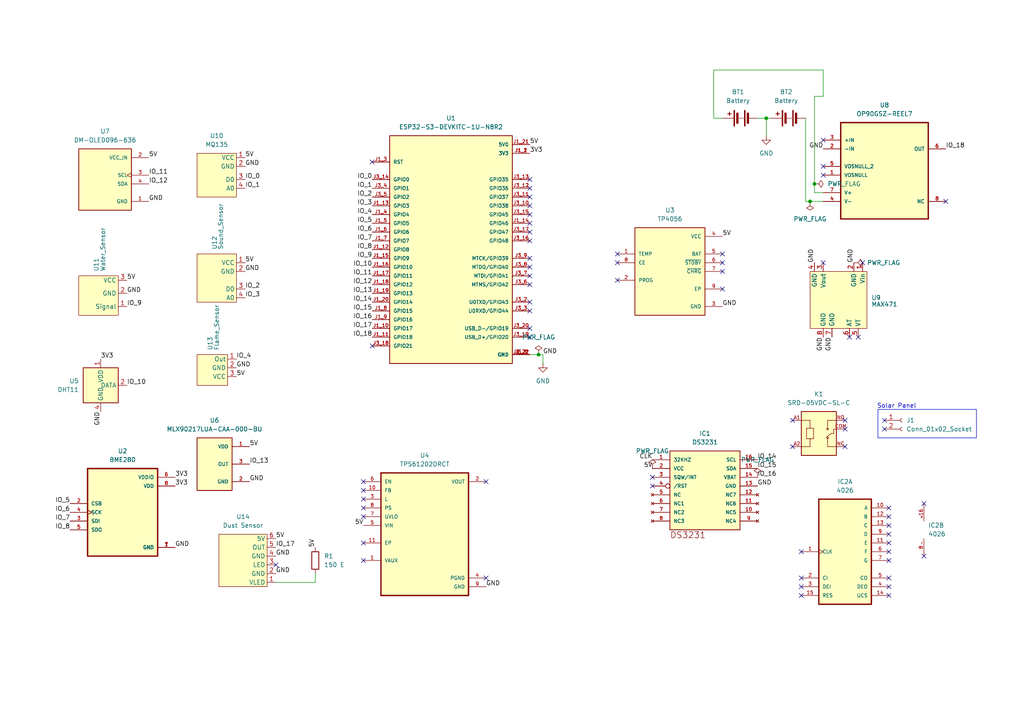
<source format=kicad_sch>
(kicad_sch
	(version 20231120)
	(generator "eeschema")
	(generator_version "8.0")
	(uuid "fec3467c-aaba-4e2a-8af1-c661a54fc856")
	(paper "A4")
	(lib_symbols
		(symbol "4026:4026"
			(pin_names
				(offset 1.016)
			)
			(exclude_from_sim no)
			(in_bom yes)
			(on_board yes)
			(property "Reference" "IC"
				(at -7.62 15.875 0)
				(effects
					(font
						(size 1.27 1.27)
					)
					(justify left bottom)
				)
			)
			(property "Value" "4026"
				(at -7.62 -17.78 0)
				(effects
					(font
						(size 1.27 1.27)
					)
					(justify left bottom)
				)
			)
			(property "Footprint" ""
				(at 0 0 0)
				(effects
					(font
						(size 1.27 1.27)
					)
					(hide yes)
				)
			)
			(property "Datasheet" ""
				(at 0 0 0)
				(effects
					(font
						(size 1.27 1.27)
					)
					(hide yes)
				)
			)
			(property "Description" ""
				(at 0 0 0)
				(effects
					(font
						(size 1.27 1.27)
					)
					(hide yes)
				)
			)
			(property "MF" "Adafruit"
				(at 0 0 0)
				(effects
					(font
						(size 1.27 1.27)
					)
					(justify bottom)
					(hide yes)
				)
			)
			(property "Description_1" "\n                        \n                            Adafruit STEMMA Soil Sensor - I2C Capacitive Moisture Sensor | Adafruit Industries 4026\n                        \n"
				(at 0 0 0)
				(effects
					(font
						(size 1.27 1.27)
					)
					(justify bottom)
					(hide yes)
				)
			)
			(property "Package" "None"
				(at 0 0 0)
				(effects
					(font
						(size 1.27 1.27)
					)
					(justify bottom)
					(hide yes)
				)
			)
			(property "Price" "None"
				(at 0 0 0)
				(effects
					(font
						(size 1.27 1.27)
					)
					(justify bottom)
					(hide yes)
				)
			)
			(property "SnapEDA_Link" "https://www.snapeda.com/parts/4026/Adafruit+Industries/view-part/?ref=snap"
				(at 0 0 0)
				(effects
					(font
						(size 1.27 1.27)
					)
					(justify bottom)
					(hide yes)
				)
			)
			(property "MP" "4026"
				(at 0 0 0)
				(effects
					(font
						(size 1.27 1.27)
					)
					(justify bottom)
					(hide yes)
				)
			)
			(property "Availability" "Not in stock"
				(at 0 0 0)
				(effects
					(font
						(size 1.27 1.27)
					)
					(justify bottom)
					(hide yes)
				)
			)
			(property "Check_prices" "https://www.snapeda.com/parts/4026/Adafruit+Industries/view-part/?ref=eda"
				(at 0 0 0)
				(effects
					(font
						(size 1.27 1.27)
					)
					(justify bottom)
					(hide yes)
				)
			)
			(symbol "4026_1_0"
				(rectangle
					(start -7.62 -15.24)
					(end 7.62 15.24)
					(stroke
						(width 0.4064)
						(type default)
					)
					(fill
						(type background)
					)
				)
				(pin input clock
					(at -12.7 0 0)
					(length 5.08)
					(name "CLK"
						(effects
							(font
								(size 1.016 1.016)
							)
						)
					)
					(number "1"
						(effects
							(font
								(size 1.016 1.016)
							)
						)
					)
				)
				(pin output line
					(at 12.7 12.7 180)
					(length 5.08)
					(name "A"
						(effects
							(font
								(size 1.016 1.016)
							)
						)
					)
					(number "10"
						(effects
							(font
								(size 1.016 1.016)
							)
						)
					)
				)
				(pin output line
					(at 12.7 2.54 180)
					(length 5.08)
					(name "E"
						(effects
							(font
								(size 1.016 1.016)
							)
						)
					)
					(number "11"
						(effects
							(font
								(size 1.016 1.016)
							)
						)
					)
				)
				(pin output line
					(at 12.7 10.16 180)
					(length 5.08)
					(name "B"
						(effects
							(font
								(size 1.016 1.016)
							)
						)
					)
					(number "12"
						(effects
							(font
								(size 1.016 1.016)
							)
						)
					)
				)
				(pin output line
					(at 12.7 7.62 180)
					(length 5.08)
					(name "C"
						(effects
							(font
								(size 1.016 1.016)
							)
						)
					)
					(number "13"
						(effects
							(font
								(size 1.016 1.016)
							)
						)
					)
				)
				(pin output line
					(at 12.7 -12.7 180)
					(length 5.08)
					(name "UCS"
						(effects
							(font
								(size 1.016 1.016)
							)
						)
					)
					(number "14"
						(effects
							(font
								(size 1.016 1.016)
							)
						)
					)
				)
				(pin input line
					(at -12.7 -12.7 0)
					(length 5.08)
					(name "RES"
						(effects
							(font
								(size 1.016 1.016)
							)
						)
					)
					(number "15"
						(effects
							(font
								(size 1.016 1.016)
							)
						)
					)
				)
				(pin input line
					(at -12.7 -7.62 0)
					(length 5.08)
					(name "CI"
						(effects
							(font
								(size 1.016 1.016)
							)
						)
					)
					(number "2"
						(effects
							(font
								(size 1.016 1.016)
							)
						)
					)
				)
				(pin input line
					(at -12.7 -10.16 0)
					(length 5.08)
					(name "DEI"
						(effects
							(font
								(size 1.016 1.016)
							)
						)
					)
					(number "3"
						(effects
							(font
								(size 1.016 1.016)
							)
						)
					)
				)
				(pin output line
					(at 12.7 -10.16 180)
					(length 5.08)
					(name "DEO"
						(effects
							(font
								(size 1.016 1.016)
							)
						)
					)
					(number "4"
						(effects
							(font
								(size 1.016 1.016)
							)
						)
					)
				)
				(pin output line
					(at 12.7 -7.62 180)
					(length 5.08)
					(name "CO"
						(effects
							(font
								(size 1.016 1.016)
							)
						)
					)
					(number "5"
						(effects
							(font
								(size 1.016 1.016)
							)
						)
					)
				)
				(pin output line
					(at 12.7 0 180)
					(length 5.08)
					(name "F"
						(effects
							(font
								(size 1.016 1.016)
							)
						)
					)
					(number "6"
						(effects
							(font
								(size 1.016 1.016)
							)
						)
					)
				)
				(pin output line
					(at 12.7 -2.54 180)
					(length 5.08)
					(name "G"
						(effects
							(font
								(size 1.016 1.016)
							)
						)
					)
					(number "7"
						(effects
							(font
								(size 1.016 1.016)
							)
						)
					)
				)
				(pin output line
					(at 12.7 5.08 180)
					(length 5.08)
					(name "D"
						(effects
							(font
								(size 1.016 1.016)
							)
						)
					)
					(number "9"
						(effects
							(font
								(size 1.016 1.016)
							)
						)
					)
				)
			)
			(symbol "4026_2_0"
				(text "+"
					(at -0.635 3.81 0)
					(effects
						(font
							(size 0.8128 0.8128)
						)
					)
				)
				(text "-"
					(at -0.635 -3.81 900)
					(effects
						(font
							(size 0.8128 0.8128)
						)
					)
				)
				(pin power_in line
					(at 0 7.62 270)
					(length 5.08)
					(name "~"
						(effects
							(font
								(size 1.016 1.016)
							)
						)
					)
					(number "16"
						(effects
							(font
								(size 1.016 1.016)
							)
						)
					)
				)
				(pin power_in line
					(at 0 -7.62 90)
					(length 5.08)
					(name "~"
						(effects
							(font
								(size 1.016 1.016)
							)
						)
					)
					(number "8"
						(effects
							(font
								(size 1.016 1.016)
							)
						)
					)
				)
			)
		)
		(symbol "BME280:BME280"
			(pin_names
				(offset 1.016)
			)
			(exclude_from_sim no)
			(in_bom yes)
			(on_board yes)
			(property "Reference" "U"
				(at -10.1662 13.3431 0)
				(effects
					(font
						(size 1.27 1.27)
					)
					(justify left bottom)
				)
			)
			(property "Value" "BME280"
				(at -10.1683 -15.2524 0)
				(effects
					(font
						(size 1.27 1.27)
					)
					(justify left bottom)
				)
			)
			(property "Footprint" "BME280:PSON65P250X250X100-8N"
				(at 0 0 0)
				(effects
					(font
						(size 1.27 1.27)
					)
					(justify bottom)
					(hide yes)
				)
			)
			(property "Datasheet" ""
				(at 0 0 0)
				(effects
					(font
						(size 1.27 1.27)
					)
					(hide yes)
				)
			)
			(property "Description" ""
				(at 0 0 0)
				(effects
					(font
						(size 1.27 1.27)
					)
					(hide yes)
				)
			)
			(property "MF" "Bosch"
				(at 0 0 0)
				(effects
					(font
						(size 1.27 1.27)
					)
					(justify bottom)
					(hide yes)
				)
			)
			(property "DESCRIPTION" "Integrated pressure, humidity and temperature sensor; 8-pin 2.5x2.5x0.93mm LGA"
				(at 0 0 0)
				(effects
					(font
						(size 1.27 1.27)
					)
					(justify bottom)
					(hide yes)
				)
			)
			(property "PACKAGE" "LGA-8 Bosch"
				(at 0 0 0)
				(effects
					(font
						(size 1.27 1.27)
					)
					(justify bottom)
					(hide yes)
				)
			)
			(property "PRICE" "4.94 USD"
				(at 0 0 0)
				(effects
					(font
						(size 1.27 1.27)
					)
					(justify bottom)
					(hide yes)
				)
			)
			(property "Package" "LGA-8 Bosch"
				(at 0 0 0)
				(effects
					(font
						(size 1.27 1.27)
					)
					(justify bottom)
					(hide yes)
				)
			)
			(property "Check_prices" "https://www.snapeda.com/parts/BME280/Bosch/view-part/?ref=eda"
				(at 0 0 0)
				(effects
					(font
						(size 1.27 1.27)
					)
					(justify bottom)
					(hide yes)
				)
			)
			(property "STANDARD" "IPC-7351B"
				(at 0 0 0)
				(effects
					(font
						(size 1.27 1.27)
					)
					(justify bottom)
					(hide yes)
				)
			)
			(property "SnapEDA_Link" "https://www.snapeda.com/parts/BME280/Bosch/view-part/?ref=snap"
				(at 0 0 0)
				(effects
					(font
						(size 1.27 1.27)
					)
					(justify bottom)
					(hide yes)
				)
			)
			(property "MP" "BME280"
				(at 0 0 0)
				(effects
					(font
						(size 1.27 1.27)
					)
					(justify bottom)
					(hide yes)
				)
			)
			(property "Price" "None"
				(at 0 0 0)
				(effects
					(font
						(size 1.27 1.27)
					)
					(justify bottom)
					(hide yes)
				)
			)
			(property "Availability" "In Stock"
				(at 0 0 0)
				(effects
					(font
						(size 1.27 1.27)
					)
					(justify bottom)
					(hide yes)
				)
			)
			(property "AVAILABILITY" "Good"
				(at 0 0 0)
				(effects
					(font
						(size 1.27 1.27)
					)
					(justify bottom)
					(hide yes)
				)
			)
			(property "Description_1" "\n                        \n                            Board Mount Humidity Sensors MEMS humidity, pressure and temperature sensor\n                        \n"
				(at 0 0 0)
				(effects
					(font
						(size 1.27 1.27)
					)
					(justify bottom)
					(hide yes)
				)
			)
			(symbol "BME280_0_0"
				(rectangle
					(start -10.16 -12.7)
					(end 10.16 12.7)
					(stroke
						(width 0.4064)
						(type default)
					)
					(fill
						(type background)
					)
				)
				(pin power_in line
					(at 15.24 -10.16 180)
					(length 5.08)
					(name "GND"
						(effects
							(font
								(size 1.016 1.016)
							)
						)
					)
					(number "1"
						(effects
							(font
								(size 1.016 1.016)
							)
						)
					)
				)
				(pin input line
					(at -15.24 2.54 0)
					(length 5.08)
					(name "CSB"
						(effects
							(font
								(size 1.016 1.016)
							)
						)
					)
					(number "2"
						(effects
							(font
								(size 1.016 1.016)
							)
						)
					)
				)
				(pin bidirectional line
					(at -15.24 -2.54 0)
					(length 5.08)
					(name "SDI"
						(effects
							(font
								(size 1.016 1.016)
							)
						)
					)
					(number "3"
						(effects
							(font
								(size 1.016 1.016)
							)
						)
					)
				)
				(pin input clock
					(at -15.24 0 0)
					(length 5.08)
					(name "SCK"
						(effects
							(font
								(size 1.016 1.016)
							)
						)
					)
					(number "4"
						(effects
							(font
								(size 1.016 1.016)
							)
						)
					)
				)
				(pin bidirectional line
					(at -15.24 -5.08 0)
					(length 5.08)
					(name "SDO"
						(effects
							(font
								(size 1.016 1.016)
							)
						)
					)
					(number "5"
						(effects
							(font
								(size 1.016 1.016)
							)
						)
					)
				)
				(pin power_in line
					(at 15.24 10.16 180)
					(length 5.08)
					(name "VDDIO"
						(effects
							(font
								(size 1.016 1.016)
							)
						)
					)
					(number "6"
						(effects
							(font
								(size 1.016 1.016)
							)
						)
					)
				)
				(pin power_in line
					(at 15.24 -10.16 180)
					(length 5.08)
					(name "GND"
						(effects
							(font
								(size 1.016 1.016)
							)
						)
					)
					(number "7"
						(effects
							(font
								(size 1.016 1.016)
							)
						)
					)
				)
				(pin power_in line
					(at 15.24 7.62 180)
					(length 5.08)
					(name "VDD"
						(effects
							(font
								(size 1.016 1.016)
							)
						)
					)
					(number "8"
						(effects
							(font
								(size 1.016 1.016)
							)
						)
					)
				)
			)
		)
		(symbol "Connector:Conn_01x02_Socket"
			(pin_names
				(offset 1.016) hide)
			(exclude_from_sim no)
			(in_bom yes)
			(on_board yes)
			(property "Reference" "J"
				(at 0 2.54 0)
				(effects
					(font
						(size 1.27 1.27)
					)
				)
			)
			(property "Value" "Conn_01x02_Socket"
				(at 0 -5.08 0)
				(effects
					(font
						(size 1.27 1.27)
					)
				)
			)
			(property "Footprint" ""
				(at 0 0 0)
				(effects
					(font
						(size 1.27 1.27)
					)
					(hide yes)
				)
			)
			(property "Datasheet" "~"
				(at 0 0 0)
				(effects
					(font
						(size 1.27 1.27)
					)
					(hide yes)
				)
			)
			(property "Description" "Generic connector, single row, 01x02, script generated"
				(at 0 0 0)
				(effects
					(font
						(size 1.27 1.27)
					)
					(hide yes)
				)
			)
			(property "ki_locked" ""
				(at 0 0 0)
				(effects
					(font
						(size 1.27 1.27)
					)
				)
			)
			(property "ki_keywords" "connector"
				(at 0 0 0)
				(effects
					(font
						(size 1.27 1.27)
					)
					(hide yes)
				)
			)
			(property "ki_fp_filters" "Connector*:*_1x??_*"
				(at 0 0 0)
				(effects
					(font
						(size 1.27 1.27)
					)
					(hide yes)
				)
			)
			(symbol "Conn_01x02_Socket_1_1"
				(arc
					(start 0 -2.032)
					(mid -0.5058 -2.54)
					(end 0 -3.048)
					(stroke
						(width 0.1524)
						(type default)
					)
					(fill
						(type none)
					)
				)
				(polyline
					(pts
						(xy -1.27 -2.54) (xy -0.508 -2.54)
					)
					(stroke
						(width 0.1524)
						(type default)
					)
					(fill
						(type none)
					)
				)
				(polyline
					(pts
						(xy -1.27 0) (xy -0.508 0)
					)
					(stroke
						(width 0.1524)
						(type default)
					)
					(fill
						(type none)
					)
				)
				(arc
					(start 0 0.508)
					(mid -0.5058 0)
					(end 0 -0.508)
					(stroke
						(width 0.1524)
						(type default)
					)
					(fill
						(type none)
					)
				)
				(pin passive line
					(at -5.08 0 0)
					(length 3.81)
					(name "Pin_1"
						(effects
							(font
								(size 1.27 1.27)
							)
						)
					)
					(number "1"
						(effects
							(font
								(size 1.27 1.27)
							)
						)
					)
				)
				(pin passive line
					(at -5.08 -2.54 0)
					(length 3.81)
					(name "Pin_2"
						(effects
							(font
								(size 1.27 1.27)
							)
						)
					)
					(number "2"
						(effects
							(font
								(size 1.27 1.27)
							)
						)
					)
				)
			)
		)
		(symbol "DM-OLED096-636:DM-OLED096-636"
			(pin_names
				(offset 1.016)
			)
			(exclude_from_sim no)
			(in_bom yes)
			(on_board yes)
			(property "Reference" "U"
				(at -7.62 10.922 0)
				(effects
					(font
						(size 1.27 1.27)
					)
					(justify left bottom)
				)
			)
			(property "Value" "DM-OLED096-636"
				(at -7.62 -10.16 0)
				(effects
					(font
						(size 1.27 1.27)
					)
					(justify left bottom)
				)
			)
			(property "Footprint" "DM-OLED096-636:MODULE_DM-OLED096-636"
				(at 0 0 0)
				(effects
					(font
						(size 1.27 1.27)
					)
					(justify bottom)
					(hide yes)
				)
			)
			(property "Datasheet" ""
				(at 0 0 0)
				(effects
					(font
						(size 1.27 1.27)
					)
					(hide yes)
				)
			)
			(property "Description" ""
				(at 0 0 0)
				(effects
					(font
						(size 1.27 1.27)
					)
					(hide yes)
				)
			)
			(property "MF" "Display Module"
				(at 0 0 0)
				(effects
					(font
						(size 1.27 1.27)
					)
					(justify bottom)
					(hide yes)
				)
			)
			(property "MAXIMUM_PACKAGE_HEIGHT" "11.3 mm"
				(at 0 0 0)
				(effects
					(font
						(size 1.27 1.27)
					)
					(justify bottom)
					(hide yes)
				)
			)
			(property "Package" "Package"
				(at 0 0 0)
				(effects
					(font
						(size 1.27 1.27)
					)
					(justify bottom)
					(hide yes)
				)
			)
			(property "Price" "None"
				(at 0 0 0)
				(effects
					(font
						(size 1.27 1.27)
					)
					(justify bottom)
					(hide yes)
				)
			)
			(property "Check_prices" "https://www.snapeda.com/parts/DM-OLED096-636/Display+Module/view-part/?ref=eda"
				(at 0 0 0)
				(effects
					(font
						(size 1.27 1.27)
					)
					(justify bottom)
					(hide yes)
				)
			)
			(property "STANDARD" "Manufacturer Recommendations"
				(at 0 0 0)
				(effects
					(font
						(size 1.27 1.27)
					)
					(justify bottom)
					(hide yes)
				)
			)
			(property "PARTREV" "2018-09-10"
				(at 0 0 0)
				(effects
					(font
						(size 1.27 1.27)
					)
					(justify bottom)
					(hide yes)
				)
			)
			(property "SnapEDA_Link" "https://www.snapeda.com/parts/DM-OLED096-636/Display+Module/view-part/?ref=snap"
				(at 0 0 0)
				(effects
					(font
						(size 1.27 1.27)
					)
					(justify bottom)
					(hide yes)
				)
			)
			(property "MP" "DM-OLED096-636"
				(at 0 0 0)
				(effects
					(font
						(size 1.27 1.27)
					)
					(justify bottom)
					(hide yes)
				)
			)
			(property "Description_1" "\n                        \n                            0.96” 128 X 64 MONOCHROME GRAPHIC OLED DISPLAY MODULE - I2C\n                        \n"
				(at 0 0 0)
				(effects
					(font
						(size 1.27 1.27)
					)
					(justify bottom)
					(hide yes)
				)
			)
			(property "Availability" "Not in stock"
				(at 0 0 0)
				(effects
					(font
						(size 1.27 1.27)
					)
					(justify bottom)
					(hide yes)
				)
			)
			(property "MANUFACTURER" "Displaymodule"
				(at 0 0 0)
				(effects
					(font
						(size 1.27 1.27)
					)
					(justify bottom)
					(hide yes)
				)
			)
			(symbol "DM-OLED096-636_0_0"
				(rectangle
					(start -7.62 -7.62)
					(end 7.62 10.16)
					(stroke
						(width 0.254)
						(type default)
					)
					(fill
						(type background)
					)
				)
				(pin power_in line
					(at 12.7 -5.08 180)
					(length 5.08)
					(name "GND"
						(effects
							(font
								(size 1.016 1.016)
							)
						)
					)
					(number "1"
						(effects
							(font
								(size 1.016 1.016)
							)
						)
					)
				)
				(pin power_in line
					(at 12.7 7.62 180)
					(length 5.08)
					(name "VCC_IN"
						(effects
							(font
								(size 1.016 1.016)
							)
						)
					)
					(number "2"
						(effects
							(font
								(size 1.016 1.016)
							)
						)
					)
				)
				(pin input clock
					(at 12.7 2.54 180)
					(length 5.08)
					(name "SCL"
						(effects
							(font
								(size 1.016 1.016)
							)
						)
					)
					(number "3"
						(effects
							(font
								(size 1.016 1.016)
							)
						)
					)
				)
				(pin bidirectional line
					(at 12.7 0 180)
					(length 5.08)
					(name "SDA"
						(effects
							(font
								(size 1.016 1.016)
							)
						)
					)
					(number "4"
						(effects
							(font
								(size 1.016 1.016)
							)
						)
					)
				)
			)
		)
		(symbol "DS3231:DS3231"
			(pin_names
				(offset 1.016)
			)
			(exclude_from_sim no)
			(in_bom yes)
			(on_board yes)
			(property "Reference" "IC"
				(at 10.16 15.24 0)
				(effects
					(font
						(size 1.27 1.27)
					)
					(justify right top)
				)
			)
			(property "Value" "DS3231"
				(at 0 0 0)
				(effects
					(font
						(size 1.27 1.27)
					)
					(justify bottom)
				)
			)
			(property "Footprint" "DS3231:SO16W"
				(at 0 0 0)
				(effects
					(font
						(size 1.27 1.27)
					)
					(justify bottom)
					(hide yes)
				)
			)
			(property "Datasheet" ""
				(at 0 0 0)
				(effects
					(font
						(size 1.27 1.27)
					)
					(hide yes)
				)
			)
			(property "Description" ""
				(at 0 0 0)
				(effects
					(font
						(size 1.27 1.27)
					)
					(hide yes)
				)
			)
			(property "MF" "Analog Devices"
				(at 0 0 0)
				(effects
					(font
						(size 1.27 1.27)
					)
					(justify bottom)
					(hide yes)
				)
			)
			(property "Description_1" "\n                        \n                            Real Time Clock (RTC) IC Clock/Calendar - I²C, 2-Wire Serial 8-SOIC (0.154, 3.90mm Width)\n                        \n"
				(at 0 0 0)
				(effects
					(font
						(size 1.27 1.27)
					)
					(justify bottom)
					(hide yes)
				)
			)
			(property "Package" "SOIC-16 Maxim Integrated"
				(at 0 0 0)
				(effects
					(font
						(size 1.27 1.27)
					)
					(justify bottom)
					(hide yes)
				)
			)
			(property "Price" "None"
				(at 0 0 0)
				(effects
					(font
						(size 1.27 1.27)
					)
					(justify bottom)
					(hide yes)
				)
			)
			(property "SnapEDA_Link" "https://www.snapeda.com/parts/DS3231/Analog+Devices/view-part/?ref=snap"
				(at 0 0 0)
				(effects
					(font
						(size 1.27 1.27)
					)
					(justify bottom)
					(hide yes)
				)
			)
			(property "MP" "DS3231"
				(at 0 0 0)
				(effects
					(font
						(size 1.27 1.27)
					)
					(justify bottom)
					(hide yes)
				)
			)
			(property "Availability" "Not in stock"
				(at 0 0 0)
				(effects
					(font
						(size 1.27 1.27)
					)
					(justify bottom)
					(hide yes)
				)
			)
			(property "Check_prices" "https://www.snapeda.com/parts/DS3231/Analog+Devices/view-part/?ref=eda"
				(at 0 0 0)
				(effects
					(font
						(size 1.27 1.27)
					)
					(justify bottom)
					(hide yes)
				)
			)
			(symbol "DS3231_0_0"
				(rectangle
					(start -10.16 -10.16)
					(end 10.16 12.7)
					(stroke
						(width 0.254)
						(type default)
					)
					(fill
						(type background)
					)
				)
				(text "DS3231"
					(at -10.16 -12.7 0)
					(effects
						(font
							(size 1.778 1.778)
						)
						(justify left bottom)
					)
				)
				(pin output line
					(at -15.24 10.16 0)
					(length 5.08)
					(name "32KHZ"
						(effects
							(font
								(size 1.016 1.016)
							)
						)
					)
					(number "1"
						(effects
							(font
								(size 1.016 1.016)
							)
						)
					)
				)
				(pin no_connect line
					(at 15.24 -5.08 180)
					(length 5.08)
					(name "NC5"
						(effects
							(font
								(size 1.016 1.016)
							)
						)
					)
					(number "10"
						(effects
							(font
								(size 1.016 1.016)
							)
						)
					)
				)
				(pin no_connect line
					(at 15.24 -2.54 180)
					(length 5.08)
					(name "NC6"
						(effects
							(font
								(size 1.016 1.016)
							)
						)
					)
					(number "11"
						(effects
							(font
								(size 1.016 1.016)
							)
						)
					)
				)
				(pin no_connect line
					(at 15.24 0 180)
					(length 5.08)
					(name "NC7"
						(effects
							(font
								(size 1.016 1.016)
							)
						)
					)
					(number "12"
						(effects
							(font
								(size 1.016 1.016)
							)
						)
					)
				)
				(pin power_in line
					(at 15.24 2.54 180)
					(length 5.08)
					(name "GND"
						(effects
							(font
								(size 1.016 1.016)
							)
						)
					)
					(number "13"
						(effects
							(font
								(size 1.016 1.016)
							)
						)
					)
				)
				(pin power_in line
					(at 15.24 5.08 180)
					(length 5.08)
					(name "VBAT"
						(effects
							(font
								(size 1.016 1.016)
							)
						)
					)
					(number "14"
						(effects
							(font
								(size 1.016 1.016)
							)
						)
					)
				)
				(pin bidirectional line
					(at 15.24 7.62 180)
					(length 5.08)
					(name "SDA"
						(effects
							(font
								(size 1.016 1.016)
							)
						)
					)
					(number "15"
						(effects
							(font
								(size 1.016 1.016)
							)
						)
					)
				)
				(pin bidirectional line
					(at 15.24 10.16 180)
					(length 5.08)
					(name "SCL"
						(effects
							(font
								(size 1.016 1.016)
							)
						)
					)
					(number "16"
						(effects
							(font
								(size 1.016 1.016)
							)
						)
					)
				)
				(pin power_in line
					(at -15.24 7.62 0)
					(length 5.08)
					(name "VCC"
						(effects
							(font
								(size 1.016 1.016)
							)
						)
					)
					(number "2"
						(effects
							(font
								(size 1.016 1.016)
							)
						)
					)
				)
				(pin output line
					(at -15.24 5.08 0)
					(length 5.08)
					(name "SQW/INT"
						(effects
							(font
								(size 1.016 1.016)
							)
						)
					)
					(number "3"
						(effects
							(font
								(size 1.016 1.016)
							)
						)
					)
				)
				(pin passive inverted
					(at -15.24 2.54 0)
					(length 5.08)
					(name "/RST"
						(effects
							(font
								(size 1.016 1.016)
							)
						)
					)
					(number "4"
						(effects
							(font
								(size 1.016 1.016)
							)
						)
					)
				)
				(pin no_connect line
					(at -15.24 0 0)
					(length 5.08)
					(name "NC"
						(effects
							(font
								(size 1.016 1.016)
							)
						)
					)
					(number "5"
						(effects
							(font
								(size 1.016 1.016)
							)
						)
					)
				)
				(pin no_connect line
					(at -15.24 -2.54 0)
					(length 5.08)
					(name "NC1"
						(effects
							(font
								(size 1.016 1.016)
							)
						)
					)
					(number "6"
						(effects
							(font
								(size 1.016 1.016)
							)
						)
					)
				)
				(pin no_connect line
					(at -15.24 -5.08 0)
					(length 5.08)
					(name "NC2"
						(effects
							(font
								(size 1.016 1.016)
							)
						)
					)
					(number "7"
						(effects
							(font
								(size 1.016 1.016)
							)
						)
					)
				)
				(pin no_connect line
					(at -15.24 -7.62 0)
					(length 5.08)
					(name "NC3"
						(effects
							(font
								(size 1.016 1.016)
							)
						)
					)
					(number "8"
						(effects
							(font
								(size 1.016 1.016)
							)
						)
					)
				)
				(pin no_connect line
					(at 15.24 -7.62 180)
					(length 5.08)
					(name "NC4"
						(effects
							(font
								(size 1.016 1.016)
							)
						)
					)
					(number "9"
						(effects
							(font
								(size 1.016 1.016)
							)
						)
					)
				)
			)
		)
		(symbol "Device:Battery"
			(pin_numbers hide)
			(pin_names
				(offset 0) hide)
			(exclude_from_sim no)
			(in_bom yes)
			(on_board yes)
			(property "Reference" "BT"
				(at 2.54 2.54 0)
				(effects
					(font
						(size 1.27 1.27)
					)
					(justify left)
				)
			)
			(property "Value" "Battery"
				(at 2.54 0 0)
				(effects
					(font
						(size 1.27 1.27)
					)
					(justify left)
				)
			)
			(property "Footprint" ""
				(at 0 1.524 90)
				(effects
					(font
						(size 1.27 1.27)
					)
					(hide yes)
				)
			)
			(property "Datasheet" "~"
				(at 0 1.524 90)
				(effects
					(font
						(size 1.27 1.27)
					)
					(hide yes)
				)
			)
			(property "Description" "Multiple-cell battery"
				(at 0 0 0)
				(effects
					(font
						(size 1.27 1.27)
					)
					(hide yes)
				)
			)
			(property "ki_keywords" "batt voltage-source cell"
				(at 0 0 0)
				(effects
					(font
						(size 1.27 1.27)
					)
					(hide yes)
				)
			)
			(symbol "Battery_0_1"
				(rectangle
					(start -2.286 -1.27)
					(end 2.286 -1.524)
					(stroke
						(width 0)
						(type default)
					)
					(fill
						(type outline)
					)
				)
				(rectangle
					(start -2.286 1.778)
					(end 2.286 1.524)
					(stroke
						(width 0)
						(type default)
					)
					(fill
						(type outline)
					)
				)
				(rectangle
					(start -1.524 -2.032)
					(end 1.524 -2.54)
					(stroke
						(width 0)
						(type default)
					)
					(fill
						(type outline)
					)
				)
				(rectangle
					(start -1.524 1.016)
					(end 1.524 0.508)
					(stroke
						(width 0)
						(type default)
					)
					(fill
						(type outline)
					)
				)
				(polyline
					(pts
						(xy 0 -1.016) (xy 0 -0.762)
					)
					(stroke
						(width 0)
						(type default)
					)
					(fill
						(type none)
					)
				)
				(polyline
					(pts
						(xy 0 -0.508) (xy 0 -0.254)
					)
					(stroke
						(width 0)
						(type default)
					)
					(fill
						(type none)
					)
				)
				(polyline
					(pts
						(xy 0 0) (xy 0 0.254)
					)
					(stroke
						(width 0)
						(type default)
					)
					(fill
						(type none)
					)
				)
				(polyline
					(pts
						(xy 0 1.778) (xy 0 2.54)
					)
					(stroke
						(width 0)
						(type default)
					)
					(fill
						(type none)
					)
				)
				(polyline
					(pts
						(xy 0.762 3.048) (xy 1.778 3.048)
					)
					(stroke
						(width 0.254)
						(type default)
					)
					(fill
						(type none)
					)
				)
				(polyline
					(pts
						(xy 1.27 3.556) (xy 1.27 2.54)
					)
					(stroke
						(width 0.254)
						(type default)
					)
					(fill
						(type none)
					)
				)
			)
			(symbol "Battery_1_1"
				(pin passive line
					(at 0 5.08 270)
					(length 2.54)
					(name "+"
						(effects
							(font
								(size 1.27 1.27)
							)
						)
					)
					(number "1"
						(effects
							(font
								(size 1.27 1.27)
							)
						)
					)
				)
				(pin passive line
					(at 0 -5.08 90)
					(length 2.54)
					(name "-"
						(effects
							(font
								(size 1.27 1.27)
							)
						)
					)
					(number "2"
						(effects
							(font
								(size 1.27 1.27)
							)
						)
					)
				)
			)
		)
		(symbol "Device:R"
			(pin_numbers hide)
			(pin_names
				(offset 0)
			)
			(exclude_from_sim no)
			(in_bom yes)
			(on_board yes)
			(property "Reference" "R"
				(at 2.032 0 90)
				(effects
					(font
						(size 1.27 1.27)
					)
				)
			)
			(property "Value" "R"
				(at 0 0 90)
				(effects
					(font
						(size 1.27 1.27)
					)
				)
			)
			(property "Footprint" ""
				(at -1.778 0 90)
				(effects
					(font
						(size 1.27 1.27)
					)
					(hide yes)
				)
			)
			(property "Datasheet" "~"
				(at 0 0 0)
				(effects
					(font
						(size 1.27 1.27)
					)
					(hide yes)
				)
			)
			(property "Description" "Resistor"
				(at 0 0 0)
				(effects
					(font
						(size 1.27 1.27)
					)
					(hide yes)
				)
			)
			(property "ki_keywords" "R res resistor"
				(at 0 0 0)
				(effects
					(font
						(size 1.27 1.27)
					)
					(hide yes)
				)
			)
			(property "ki_fp_filters" "R_*"
				(at 0 0 0)
				(effects
					(font
						(size 1.27 1.27)
					)
					(hide yes)
				)
			)
			(symbol "R_0_1"
				(rectangle
					(start -1.016 -2.54)
					(end 1.016 2.54)
					(stroke
						(width 0.254)
						(type default)
					)
					(fill
						(type none)
					)
				)
			)
			(symbol "R_1_1"
				(pin passive line
					(at 0 3.81 270)
					(length 1.27)
					(name "~"
						(effects
							(font
								(size 1.27 1.27)
							)
						)
					)
					(number "1"
						(effects
							(font
								(size 1.27 1.27)
							)
						)
					)
				)
				(pin passive line
					(at 0 -3.81 90)
					(length 1.27)
					(name "~"
						(effects
							(font
								(size 1.27 1.27)
							)
						)
					)
					(number "2"
						(effects
							(font
								(size 1.27 1.27)
							)
						)
					)
				)
			)
		)
		(symbol "Dust_Sensor:Dust_Sensor"
			(exclude_from_sim no)
			(in_bom yes)
			(on_board yes)
			(property "Reference" "U14"
				(at 10.16 0.0001 0)
				(effects
					(font
						(size 1.27 1.27)
					)
					(justify left)
				)
			)
			(property "Value" "Dust Sensor"
				(at 10.16 -1.905 0)
				(effects
					(font
						(size 1.27 1.27)
					)
					(justify left)
				)
			)
			(property "Footprint" ""
				(at 0 0 0)
				(effects
					(font
						(size 1.27 1.27)
					)
					(hide yes)
				)
			)
			(property "Datasheet" ""
				(at 0 0 0)
				(effects
					(font
						(size 1.27 1.27)
					)
					(hide yes)
				)
			)
			(property "Description" ""
				(at 0 0 0)
				(effects
					(font
						(size 1.27 1.27)
					)
					(hide yes)
				)
			)
			(symbol "Dust_Sensor_1_1"
				(rectangle
					(start -6.35 6.35)
					(end 8.89 -7.62)
					(stroke
						(width 0)
						(type default)
					)
					(fill
						(type background)
					)
				)
				(pin input line
					(at -5.08 -10.16 90)
					(length 2.54)
					(name "VLED"
						(effects
							(font
								(size 1.27 1.27)
							)
						)
					)
					(number "1"
						(effects
							(font
								(size 1.27 1.27)
							)
						)
					)
				)
				(pin input line
					(at -2.54 -10.16 90)
					(length 2.54)
					(name "GND"
						(effects
							(font
								(size 1.27 1.27)
							)
						)
					)
					(number "2"
						(effects
							(font
								(size 1.27 1.27)
							)
						)
					)
				)
				(pin input line
					(at 0 -10.16 90)
					(length 2.54)
					(name "LED"
						(effects
							(font
								(size 1.27 1.27)
							)
						)
					)
					(number "3"
						(effects
							(font
								(size 1.27 1.27)
							)
						)
					)
				)
				(pin input line
					(at 2.54 -10.16 90)
					(length 2.54)
					(name "GND"
						(effects
							(font
								(size 1.27 1.27)
							)
						)
					)
					(number "4"
						(effects
							(font
								(size 1.27 1.27)
							)
						)
					)
				)
				(pin output line
					(at 5.08 -10.16 90)
					(length 2.54)
					(name "OUT"
						(effects
							(font
								(size 1.27 1.27)
							)
						)
					)
					(number "5"
						(effects
							(font
								(size 1.27 1.27)
							)
						)
					)
				)
				(pin input line
					(at 7.62 -10.16 90)
					(length 2.54)
					(name "5V"
						(effects
							(font
								(size 1.27 1.27)
							)
						)
					)
					(number "6"
						(effects
							(font
								(size 1.27 1.27)
							)
						)
					)
				)
			)
		)
		(symbol "ESP32-S3-DEVKITC-1U-N8R2:ESP32-S3-DEVKITC-1U-N8R2"
			(pin_names
				(offset 1.016)
			)
			(exclude_from_sim no)
			(in_bom yes)
			(on_board yes)
			(property "Reference" "U"
				(at -17.78 35.56 0)
				(effects
					(font
						(size 1.27 1.27)
					)
					(justify left top)
				)
			)
			(property "Value" "ESP32-S3-DEVKITC-1U-N8R2"
				(at -17.78 -35.56 0)
				(effects
					(font
						(size 1.27 1.27)
					)
					(justify left bottom)
				)
			)
			(property "Footprint" "ESP32-S3-DEVKITC-1U-N8R2:XCVR_ESP32-S3-DEVKITC-1U-N8R2"
				(at 0 0 0)
				(effects
					(font
						(size 1.27 1.27)
					)
					(justify bottom)
					(hide yes)
				)
			)
			(property "Datasheet" ""
				(at 0 0 0)
				(effects
					(font
						(size 1.27 1.27)
					)
					(hide yes)
				)
			)
			(property "Description" ""
				(at 0 0 0)
				(effects
					(font
						(size 1.27 1.27)
					)
					(hide yes)
				)
			)
			(property "MF" "Espressif Systems"
				(at 0 0 0)
				(effects
					(font
						(size 1.27 1.27)
					)
					(justify bottom)
					(hide yes)
				)
			)
			(property "MAXIMUM_PACKAGE_HEIGHT" "10.69mm"
				(at 0 0 0)
				(effects
					(font
						(size 1.27 1.27)
					)
					(justify bottom)
					(hide yes)
				)
			)
			(property "Package" "None"
				(at 0 0 0)
				(effects
					(font
						(size 1.27 1.27)
					)
					(justify bottom)
					(hide yes)
				)
			)
			(property "Price" "None"
				(at 0 0 0)
				(effects
					(font
						(size 1.27 1.27)
					)
					(justify bottom)
					(hide yes)
				)
			)
			(property "Check_prices" "https://www.snapeda.com/parts/ESP32-S3-DEVKITC-1U-N8R2/Espressif+Systems/view-part/?ref=eda"
				(at 0 0 0)
				(effects
					(font
						(size 1.27 1.27)
					)
					(justify bottom)
					(hide yes)
				)
			)
			(property "STANDARD" "Manufacturer Recommendations"
				(at 0 0 0)
				(effects
					(font
						(size 1.27 1.27)
					)
					(justify bottom)
					(hide yes)
				)
			)
			(property "PARTREV" "5.3"
				(at 0 0 0)
				(effects
					(font
						(size 1.27 1.27)
					)
					(justify bottom)
					(hide yes)
				)
			)
			(property "SnapEDA_Link" "https://www.snapeda.com/parts/ESP32-S3-DEVKITC-1U-N8R2/Espressif+Systems/view-part/?ref=snap"
				(at 0 0 0)
				(effects
					(font
						(size 1.27 1.27)
					)
					(justify bottom)
					(hide yes)
				)
			)
			(property "MP" "ESP32-S3-DEVKITC-1U-N8R2"
				(at 0 0 0)
				(effects
					(font
						(size 1.27 1.27)
					)
					(justify bottom)
					(hide yes)
				)
			)
			(property "Description_1" "\n                        \n                            The ESP32-S3-DEVKITC-1U-N8R2 Evaluation Board from Espressif Systems is a versatile development platform designed for wireless communication applications. It features the ESP32-S3-WROOM-1U-N8R2 transceiver, supporting 802.11 b/g/n Wi-Fi and Bluetooth® 5.x BLE at 2.4GHz, ensuring reliable connectivity. Equipped with 8MB Quad SPI Flash and 2MB Quad SPI, along with 512KB SRAM and 384KB ROM, the board provides ample memory for handling complex tasks efficiently.\n                        \n"
				(at 0 0 0)
				(effects
					(font
						(size 1.27 1.27)
					)
					(justify bottom)
					(hide yes)
				)
			)
			(property "Availability" "In Stock"
				(at 0 0 0)
				(effects
					(font
						(size 1.27 1.27)
					)
					(justify bottom)
					(hide yes)
				)
			)
			(property "MANUFACTURER" "Espressif"
				(at 0 0 0)
				(effects
					(font
						(size 1.27 1.27)
					)
					(justify bottom)
					(hide yes)
				)
			)
			(symbol "ESP32-S3-DEVKITC-1U-N8R2_0_0"
				(rectangle
					(start -17.78 -33.02)
					(end 17.78 33.02)
					(stroke
						(width 0.254)
						(type default)
					)
					(fill
						(type background)
					)
				)
				(pin power_in line
					(at 22.86 27.94 180)
					(length 5.08)
					(name "3V3"
						(effects
							(font
								(size 1.016 1.016)
							)
						)
					)
					(number "J1_1"
						(effects
							(font
								(size 1.016 1.016)
							)
						)
					)
				)
				(pin bidirectional line
					(at -22.86 -22.86 0)
					(length 5.08)
					(name "GPIO17"
						(effects
							(font
								(size 1.016 1.016)
							)
						)
					)
					(number "J1_10"
						(effects
							(font
								(size 1.016 1.016)
							)
						)
					)
				)
				(pin bidirectional line
					(at -22.86 -25.4 0)
					(length 5.08)
					(name "GPIO18"
						(effects
							(font
								(size 1.016 1.016)
							)
						)
					)
					(number "J1_11"
						(effects
							(font
								(size 1.016 1.016)
							)
						)
					)
				)
				(pin bidirectional line
					(at -22.86 0 0)
					(length 5.08)
					(name "GPIO8"
						(effects
							(font
								(size 1.016 1.016)
							)
						)
					)
					(number "J1_12"
						(effects
							(font
								(size 1.016 1.016)
							)
						)
					)
				)
				(pin bidirectional line
					(at -22.86 12.7 0)
					(length 5.08)
					(name "GPIO3"
						(effects
							(font
								(size 1.016 1.016)
							)
						)
					)
					(number "J1_13"
						(effects
							(font
								(size 1.016 1.016)
							)
						)
					)
				)
				(pin bidirectional line
					(at 22.86 7.62 180)
					(length 5.08)
					(name "GPIO46"
						(effects
							(font
								(size 1.016 1.016)
							)
						)
					)
					(number "J1_14"
						(effects
							(font
								(size 1.016 1.016)
							)
						)
					)
				)
				(pin bidirectional line
					(at -22.86 -2.54 0)
					(length 5.08)
					(name "GPIO9"
						(effects
							(font
								(size 1.016 1.016)
							)
						)
					)
					(number "J1_15"
						(effects
							(font
								(size 1.016 1.016)
							)
						)
					)
				)
				(pin bidirectional line
					(at -22.86 -5.08 0)
					(length 5.08)
					(name "GPIO10"
						(effects
							(font
								(size 1.016 1.016)
							)
						)
					)
					(number "J1_16"
						(effects
							(font
								(size 1.016 1.016)
							)
						)
					)
				)
				(pin bidirectional line
					(at -22.86 -7.62 0)
					(length 5.08)
					(name "GPIO11"
						(effects
							(font
								(size 1.016 1.016)
							)
						)
					)
					(number "J1_17"
						(effects
							(font
								(size 1.016 1.016)
							)
						)
					)
				)
				(pin bidirectional line
					(at -22.86 -10.16 0)
					(length 5.08)
					(name "GPIO12"
						(effects
							(font
								(size 1.016 1.016)
							)
						)
					)
					(number "J1_18"
						(effects
							(font
								(size 1.016 1.016)
							)
						)
					)
				)
				(pin bidirectional line
					(at -22.86 -12.7 0)
					(length 5.08)
					(name "GPIO13"
						(effects
							(font
								(size 1.016 1.016)
							)
						)
					)
					(number "J1_19"
						(effects
							(font
								(size 1.016 1.016)
							)
						)
					)
				)
				(pin power_in line
					(at 22.86 27.94 180)
					(length 5.08)
					(name "3V3"
						(effects
							(font
								(size 1.016 1.016)
							)
						)
					)
					(number "J1_2"
						(effects
							(font
								(size 1.016 1.016)
							)
						)
					)
				)
				(pin bidirectional line
					(at -22.86 -15.24 0)
					(length 5.08)
					(name "GPIO14"
						(effects
							(font
								(size 1.016 1.016)
							)
						)
					)
					(number "J1_20"
						(effects
							(font
								(size 1.016 1.016)
							)
						)
					)
				)
				(pin power_in line
					(at 22.86 30.48 180)
					(length 5.08)
					(name "5V0"
						(effects
							(font
								(size 1.016 1.016)
							)
						)
					)
					(number "J1_21"
						(effects
							(font
								(size 1.016 1.016)
							)
						)
					)
				)
				(pin power_in line
					(at 22.86 -30.48 180)
					(length 5.08)
					(name "GND"
						(effects
							(font
								(size 1.016 1.016)
							)
						)
					)
					(number "J1_22"
						(effects
							(font
								(size 1.016 1.016)
							)
						)
					)
				)
				(pin input line
					(at -22.86 25.4 0)
					(length 5.08)
					(name "RST"
						(effects
							(font
								(size 1.016 1.016)
							)
						)
					)
					(number "J1_3"
						(effects
							(font
								(size 1.016 1.016)
							)
						)
					)
				)
				(pin bidirectional line
					(at -22.86 10.16 0)
					(length 5.08)
					(name "GPIO4"
						(effects
							(font
								(size 1.016 1.016)
							)
						)
					)
					(number "J1_4"
						(effects
							(font
								(size 1.016 1.016)
							)
						)
					)
				)
				(pin bidirectional line
					(at -22.86 7.62 0)
					(length 5.08)
					(name "GPIO5"
						(effects
							(font
								(size 1.016 1.016)
							)
						)
					)
					(number "J1_5"
						(effects
							(font
								(size 1.016 1.016)
							)
						)
					)
				)
				(pin bidirectional line
					(at -22.86 5.08 0)
					(length 5.08)
					(name "GPIO6"
						(effects
							(font
								(size 1.016 1.016)
							)
						)
					)
					(number "J1_6"
						(effects
							(font
								(size 1.016 1.016)
							)
						)
					)
				)
				(pin bidirectional line
					(at -22.86 2.54 0)
					(length 5.08)
					(name "GPIO7"
						(effects
							(font
								(size 1.016 1.016)
							)
						)
					)
					(number "J1_7"
						(effects
							(font
								(size 1.016 1.016)
							)
						)
					)
				)
				(pin bidirectional line
					(at -22.86 -17.78 0)
					(length 5.08)
					(name "GPIO15"
						(effects
							(font
								(size 1.016 1.016)
							)
						)
					)
					(number "J1_8"
						(effects
							(font
								(size 1.016 1.016)
							)
						)
					)
				)
				(pin bidirectional line
					(at -22.86 -20.32 0)
					(length 5.08)
					(name "GPIO16"
						(effects
							(font
								(size 1.016 1.016)
							)
						)
					)
					(number "J1_9"
						(effects
							(font
								(size 1.016 1.016)
							)
						)
					)
				)
				(pin power_in line
					(at 22.86 -30.48 180)
					(length 5.08)
					(name "GND"
						(effects
							(font
								(size 1.016 1.016)
							)
						)
					)
					(number "J3_1"
						(effects
							(font
								(size 1.016 1.016)
							)
						)
					)
				)
				(pin bidirectional line
					(at 22.86 12.7 180)
					(length 5.08)
					(name "GPIO38"
						(effects
							(font
								(size 1.016 1.016)
							)
						)
					)
					(number "J3_10"
						(effects
							(font
								(size 1.016 1.016)
							)
						)
					)
				)
				(pin bidirectional line
					(at 22.86 15.24 180)
					(length 5.08)
					(name "GPIO37"
						(effects
							(font
								(size 1.016 1.016)
							)
						)
					)
					(number "J3_11"
						(effects
							(font
								(size 1.016 1.016)
							)
						)
					)
				)
				(pin bidirectional line
					(at 22.86 17.78 180)
					(length 5.08)
					(name "GPIO36"
						(effects
							(font
								(size 1.016 1.016)
							)
						)
					)
					(number "J3_12"
						(effects
							(font
								(size 1.016 1.016)
							)
						)
					)
				)
				(pin bidirectional line
					(at 22.86 20.32 180)
					(length 5.08)
					(name "GPIO35"
						(effects
							(font
								(size 1.016 1.016)
							)
						)
					)
					(number "J3_13"
						(effects
							(font
								(size 1.016 1.016)
							)
						)
					)
				)
				(pin bidirectional line
					(at -22.86 20.32 0)
					(length 5.08)
					(name "GPIO0"
						(effects
							(font
								(size 1.016 1.016)
							)
						)
					)
					(number "J3_14"
						(effects
							(font
								(size 1.016 1.016)
							)
						)
					)
				)
				(pin bidirectional line
					(at 22.86 10.16 180)
					(length 5.08)
					(name "GPIO45"
						(effects
							(font
								(size 1.016 1.016)
							)
						)
					)
					(number "J3_15"
						(effects
							(font
								(size 1.016 1.016)
							)
						)
					)
				)
				(pin bidirectional line
					(at 22.86 2.54 180)
					(length 5.08)
					(name "GPIO48"
						(effects
							(font
								(size 1.016 1.016)
							)
						)
					)
					(number "J3_16"
						(effects
							(font
								(size 1.016 1.016)
							)
						)
					)
				)
				(pin bidirectional line
					(at 22.86 5.08 180)
					(length 5.08)
					(name "GPIO47"
						(effects
							(font
								(size 1.016 1.016)
							)
						)
					)
					(number "J3_17"
						(effects
							(font
								(size 1.016 1.016)
							)
						)
					)
				)
				(pin bidirectional line
					(at -22.86 -27.94 0)
					(length 5.08)
					(name "GPIO21"
						(effects
							(font
								(size 1.016 1.016)
							)
						)
					)
					(number "J3_18"
						(effects
							(font
								(size 1.016 1.016)
							)
						)
					)
				)
				(pin bidirectional line
					(at 22.86 -25.4 180)
					(length 5.08)
					(name "USB_D+/GPIO20"
						(effects
							(font
								(size 1.016 1.016)
							)
						)
					)
					(number "J3_19"
						(effects
							(font
								(size 1.016 1.016)
							)
						)
					)
				)
				(pin bidirectional line
					(at 22.86 -15.24 180)
					(length 5.08)
					(name "U0TXD/GPIO43"
						(effects
							(font
								(size 1.016 1.016)
							)
						)
					)
					(number "J3_2"
						(effects
							(font
								(size 1.016 1.016)
							)
						)
					)
				)
				(pin bidirectional line
					(at 22.86 -22.86 180)
					(length 5.08)
					(name "USB_D-/GPIO19"
						(effects
							(font
								(size 1.016 1.016)
							)
						)
					)
					(number "J3_20"
						(effects
							(font
								(size 1.016 1.016)
							)
						)
					)
				)
				(pin power_in line
					(at 22.86 -30.48 180)
					(length 5.08)
					(name "GND"
						(effects
							(font
								(size 1.016 1.016)
							)
						)
					)
					(number "J3_21"
						(effects
							(font
								(size 1.016 1.016)
							)
						)
					)
				)
				(pin power_in line
					(at 22.86 -30.48 180)
					(length 5.08)
					(name "GND"
						(effects
							(font
								(size 1.016 1.016)
							)
						)
					)
					(number "J3_22"
						(effects
							(font
								(size 1.016 1.016)
							)
						)
					)
				)
				(pin bidirectional line
					(at 22.86 -17.78 180)
					(length 5.08)
					(name "U0RXD/GPIO44"
						(effects
							(font
								(size 1.016 1.016)
							)
						)
					)
					(number "J3_3"
						(effects
							(font
								(size 1.016 1.016)
							)
						)
					)
				)
				(pin bidirectional line
					(at -22.86 17.78 0)
					(length 5.08)
					(name "GPIO1"
						(effects
							(font
								(size 1.016 1.016)
							)
						)
					)
					(number "J3_4"
						(effects
							(font
								(size 1.016 1.016)
							)
						)
					)
				)
				(pin bidirectional line
					(at -22.86 15.24 0)
					(length 5.08)
					(name "GPIO2"
						(effects
							(font
								(size 1.016 1.016)
							)
						)
					)
					(number "J3_5"
						(effects
							(font
								(size 1.016 1.016)
							)
						)
					)
				)
				(pin bidirectional line
					(at 22.86 -10.16 180)
					(length 5.08)
					(name "MTMS/GPIO42"
						(effects
							(font
								(size 1.016 1.016)
							)
						)
					)
					(number "J3_6"
						(effects
							(font
								(size 1.016 1.016)
							)
						)
					)
				)
				(pin bidirectional line
					(at 22.86 -7.62 180)
					(length 5.08)
					(name "MTDI/GPIO41"
						(effects
							(font
								(size 1.016 1.016)
							)
						)
					)
					(number "J3_7"
						(effects
							(font
								(size 1.016 1.016)
							)
						)
					)
				)
				(pin bidirectional line
					(at 22.86 -5.08 180)
					(length 5.08)
					(name "MTDO/GPIO40"
						(effects
							(font
								(size 1.016 1.016)
							)
						)
					)
					(number "J3_8"
						(effects
							(font
								(size 1.016 1.016)
							)
						)
					)
				)
				(pin bidirectional line
					(at 22.86 -2.54 180)
					(length 5.08)
					(name "MTCK/GPIO39"
						(effects
							(font
								(size 1.016 1.016)
							)
						)
					)
					(number "J3_9"
						(effects
							(font
								(size 1.016 1.016)
							)
						)
					)
				)
			)
		)
		(symbol "Flame_Sensor:Flame_Sensor"
			(exclude_from_sim no)
			(in_bom yes)
			(on_board yes)
			(property "Reference" "U13"
				(at 6.35 0.0001 0)
				(effects
					(font
						(size 1.27 1.27)
					)
					(justify left)
				)
			)
			(property "Value" "Flame_Sensor"
				(at 6.35 -1.905 0)
				(effects
					(font
						(size 1.27 1.27)
					)
					(justify left)
				)
			)
			(property "Footprint" ""
				(at 0 0 0)
				(effects
					(font
						(size 1.27 1.27)
					)
					(hide yes)
				)
			)
			(property "Datasheet" ""
				(at 0 0 0)
				(effects
					(font
						(size 1.27 1.27)
					)
					(hide yes)
				)
			)
			(property "Description" ""
				(at 0 0 0)
				(effects
					(font
						(size 1.27 1.27)
					)
					(hide yes)
				)
			)
			(symbol "Flame_Sensor_1_1"
				(rectangle
					(start -3.81 3.81)
					(end 5.08 -5.08)
					(stroke
						(width 0)
						(type default)
					)
					(fill
						(type background)
					)
				)
				(pin output line
					(at 3.81 -7.62 90)
					(length 2.54)
					(name "Out"
						(effects
							(font
								(size 1.27 1.27)
							)
						)
					)
					(number "1"
						(effects
							(font
								(size 1.27 1.27)
							)
						)
					)
				)
				(pin input line
					(at 1.27 -7.62 90)
					(length 2.54)
					(name "GND"
						(effects
							(font
								(size 1.27 1.27)
							)
						)
					)
					(number "2"
						(effects
							(font
								(size 1.27 1.27)
							)
						)
					)
				)
				(pin input line
					(at -1.27 -7.62 90)
					(length 2.54)
					(name "VCC"
						(effects
							(font
								(size 1.27 1.27)
							)
						)
					)
					(number "3"
						(effects
							(font
								(size 1.27 1.27)
							)
						)
					)
				)
			)
		)
		(symbol "MAX741_Unplugged:MAX471"
			(exclude_from_sim no)
			(in_bom yes)
			(on_board yes)
			(property "Reference" "U9"
				(at 10.16 1.2701 0)
				(effects
					(font
						(size 1.27 1.27)
					)
					(justify left)
				)
			)
			(property "Value" "MAX471"
				(at 10.16 -0.635 0)
				(effects
					(font
						(size 1.27 1.27)
					)
					(justify left)
				)
			)
			(property "Footprint" ""
				(at 0 0 0)
				(effects
					(font
						(size 1.27 1.27)
					)
					(hide yes)
				)
			)
			(property "Datasheet" ""
				(at 0 0 0)
				(effects
					(font
						(size 1.27 1.27)
					)
					(hide yes)
				)
			)
			(property "Description" ""
				(at 0 0 0)
				(effects
					(font
						(size 1.27 1.27)
					)
					(hide yes)
				)
			)
			(symbol "MAX471_1_1"
				(rectangle
					(start -7.62 8.89)
					(end 8.89 -7.62)
					(stroke
						(width 0)
						(type default)
					)
					(fill
						(type background)
					)
				)
				(pin input line
					(at 7.62 11.43 270)
					(length 2.54)
					(name "Vin"
						(effects
							(font
								(size 1.27 1.27)
							)
						)
					)
					(number "1"
						(effects
							(font
								(size 1.27 1.27)
							)
						)
					)
				)
				(pin input line
					(at 5.08 11.43 270)
					(length 2.54)
					(name "GND"
						(effects
							(font
								(size 1.27 1.27)
							)
						)
					)
					(number "2"
						(effects
							(font
								(size 1.27 1.27)
							)
						)
					)
				)
				(pin output line
					(at -3.81 11.43 270)
					(length 2.54)
					(name "Vout"
						(effects
							(font
								(size 1.27 1.27)
							)
						)
					)
					(number "3"
						(effects
							(font
								(size 1.27 1.27)
							)
						)
					)
				)
				(pin output line
					(at -6.35 11.43 270)
					(length 2.54)
					(name "GND"
						(effects
							(font
								(size 1.27 1.27)
							)
						)
					)
					(number "4"
						(effects
							(font
								(size 1.27 1.27)
							)
						)
					)
				)
				(pin output line
					(at 6.35 -10.16 90)
					(length 2.54)
					(name "VT"
						(effects
							(font
								(size 1.27 1.27)
							)
						)
					)
					(number "5"
						(effects
							(font
								(size 1.27 1.27)
							)
						)
					)
				)
				(pin output line
					(at 3.81 -10.16 90)
					(length 2.54)
					(name "AT"
						(effects
							(font
								(size 1.27 1.27)
							)
						)
					)
					(number "6"
						(effects
							(font
								(size 1.27 1.27)
							)
						)
					)
				)
				(pin output line
					(at -1.27 -10.16 90)
					(length 2.54)
					(name "GND"
						(effects
							(font
								(size 1.27 1.27)
							)
						)
					)
					(number "7"
						(effects
							(font
								(size 1.27 1.27)
							)
						)
					)
				)
				(pin output line
					(at -3.81 -10.16 90)
					(length 2.54)
					(name "GND"
						(effects
							(font
								(size 1.27 1.27)
							)
						)
					)
					(number "8"
						(effects
							(font
								(size 1.27 1.27)
							)
						)
					)
				)
			)
		)
		(symbol "MLX90217LUA-CAA-000-BU:MLX90217LUA-CAA-000-BU"
			(pin_names
				(offset 1.016)
			)
			(exclude_from_sim no)
			(in_bom yes)
			(on_board yes)
			(property "Reference" "U"
				(at -5.08 8.382 0)
				(effects
					(font
						(size 1.27 1.27)
					)
					(justify left bottom)
				)
			)
			(property "Value" "MLX90217LUA-CAA-000-BU"
				(at -5.08 -10.16 0)
				(effects
					(font
						(size 1.27 1.27)
					)
					(justify left bottom)
				)
			)
			(property "Footprint" "MLX90217LUA-CAA-000-BU:TO92127P410H430-3"
				(at 0 0 0)
				(effects
					(font
						(size 1.27 1.27)
					)
					(justify bottom)
					(hide yes)
				)
			)
			(property "Datasheet" ""
				(at 0 0 0)
				(effects
					(font
						(size 1.27 1.27)
					)
					(hide yes)
				)
			)
			(property "Description" ""
				(at 0 0 0)
				(effects
					(font
						(size 1.27 1.27)
					)
					(hide yes)
				)
			)
			(property "MF" "Melexis"
				(at 0 0 0)
				(effects
					(font
						(size 1.27 1.27)
					)
					(justify bottom)
					(hide yes)
				)
			)
			(property "MAXIMUM_PACKAGE_HEIGHT" "4.3mm"
				(at 0 0 0)
				(effects
					(font
						(size 1.27 1.27)
					)
					(justify bottom)
					(hide yes)
				)
			)
			(property "Package" "TO-92-3 Melexis"
				(at 0 0 0)
				(effects
					(font
						(size 1.27 1.27)
					)
					(justify bottom)
					(hide yes)
				)
			)
			(property "Price" "None"
				(at 0 0 0)
				(effects
					(font
						(size 1.27 1.27)
					)
					(justify bottom)
					(hide yes)
				)
			)
			(property "Check_prices" "https://www.snapeda.com/parts/MLX90217LUA-CAA-000-BU/Melexis/view-part/?ref=eda"
				(at 0 0 0)
				(effects
					(font
						(size 1.27 1.27)
					)
					(justify bottom)
					(hide yes)
				)
			)
			(property "STANDARD" "IPC-2221/IPC-2222"
				(at 0 0 0)
				(effects
					(font
						(size 1.27 1.27)
					)
					(justify bottom)
					(hide yes)
				)
			)
			(property "PARTREV" "010"
				(at 0 0 0)
				(effects
					(font
						(size 1.27 1.27)
					)
					(justify bottom)
					(hide yes)
				)
			)
			(property "SnapEDA_Link" "https://www.snapeda.com/parts/MLX90217LUA-CAA-000-BU/Melexis/view-part/?ref=snap"
				(at 0 0 0)
				(effects
					(font
						(size 1.27 1.27)
					)
					(justify bottom)
					(hide yes)
				)
			)
			(property "MP" "MLX90217LUA-CAA-000-BU"
				(at 0 0 0)
				(effects
					(font
						(size 1.27 1.27)
					)
					(justify bottom)
					(hide yes)
				)
			)
			(property "Description_1" "\n                        \n                            Hall Effect Geartooth Sensor ICs\n                        \n"
				(at 0 0 0)
				(effects
					(font
						(size 1.27 1.27)
					)
					(justify bottom)
					(hide yes)
				)
			)
			(property "Availability" "In Stock"
				(at 0 0 0)
				(effects
					(font
						(size 1.27 1.27)
					)
					(justify bottom)
					(hide yes)
				)
			)
			(property "MANUFACTURER" "Melexis"
				(at 0 0 0)
				(effects
					(font
						(size 1.27 1.27)
					)
					(justify bottom)
					(hide yes)
				)
			)
			(symbol "MLX90217LUA-CAA-000-BU_0_0"
				(rectangle
					(start -5.08 -7.62)
					(end 5.08 7.62)
					(stroke
						(width 0.254)
						(type default)
					)
					(fill
						(type background)
					)
				)
				(pin power_in line
					(at 10.16 5.08 180)
					(length 5.08)
					(name "VDD"
						(effects
							(font
								(size 1.016 1.016)
							)
						)
					)
					(number "1"
						(effects
							(font
								(size 1.016 1.016)
							)
						)
					)
				)
				(pin power_in line
					(at 10.16 -5.08 180)
					(length 5.08)
					(name "GND"
						(effects
							(font
								(size 1.016 1.016)
							)
						)
					)
					(number "2"
						(effects
							(font
								(size 1.016 1.016)
							)
						)
					)
				)
				(pin output line
					(at 10.16 0 180)
					(length 5.08)
					(name "OUT"
						(effects
							(font
								(size 1.016 1.016)
							)
						)
					)
					(number "3"
						(effects
							(font
								(size 1.016 1.016)
							)
						)
					)
				)
			)
		)
		(symbol "MQ135:MQ135"
			(exclude_from_sim no)
			(in_bom yes)
			(on_board yes)
			(property "Reference" "U10"
				(at 7.62 2.5429 0)
				(effects
					(font
						(size 1.27 1.27)
					)
					(justify left)
				)
			)
			(property "Value" "MQ135"
				(at 7.62 0.6378 0)
				(effects
					(font
						(size 1.27 1.27)
					)
					(justify left)
				)
			)
			(property "Footprint" "MQ135:MQ135"
				(at 0 0 0)
				(effects
					(font
						(size 1.27 1.27)
					)
					(hide yes)
				)
			)
			(property "Datasheet" ""
				(at 0 0 0)
				(effects
					(font
						(size 1.27 1.27)
					)
					(hide yes)
				)
			)
			(property "Description" ""
				(at 0 0 0)
				(effects
					(font
						(size 1.27 1.27)
					)
					(hide yes)
				)
			)
			(property "Purpose" ""
				(at 0 0 0)
				(effects
					(font
						(size 1.27 1.27)
					)
				)
			)
			(symbol "MQ135_1_1"
				(rectangle
					(start -6.35 6.35)
					(end 6.35 -5.08)
					(stroke
						(width 0)
						(type default)
					)
					(fill
						(type background)
					)
				)
				(pin input line
					(at 5.08 -7.62 90)
					(length 2.54)
					(name "VCC"
						(effects
							(font
								(size 1.27 1.27)
							)
						)
					)
					(number "1"
						(effects
							(font
								(size 1.27 1.27)
							)
						)
					)
				)
				(pin output line
					(at 2.54 -7.62 90)
					(length 2.54)
					(name "GND"
						(effects
							(font
								(size 1.27 1.27)
							)
						)
					)
					(number "2"
						(effects
							(font
								(size 1.27 1.27)
							)
						)
					)
				)
				(pin output line
					(at -1.27 -7.62 90)
					(length 2.54)
					(name "D0"
						(effects
							(font
								(size 1.27 1.27)
							)
						)
					)
					(number "3"
						(effects
							(font
								(size 1.27 1.27)
							)
						)
					)
				)
				(pin output line
					(at -3.81 -7.62 90)
					(length 2.54)
					(name "A0"
						(effects
							(font
								(size 1.27 1.27)
							)
						)
					)
					(number "4"
						(effects
							(font
								(size 1.27 1.27)
							)
						)
					)
				)
			)
		)
		(symbol "OP90GSZ-REEL7:OP90GSZ-REEL7"
			(pin_names
				(offset 1.016)
			)
			(exclude_from_sim no)
			(in_bom yes)
			(on_board yes)
			(property "Reference" "U"
				(at -4.725 12.0664 0)
				(effects
					(font
						(size 1.27 1.27)
					)
					(justify left bottom)
				)
			)
			(property "Value" "OP90GSZ-REEL7"
				(at -4.9817 -20.2827 0)
				(effects
					(font
						(size 1.27 1.27)
					)
					(justify left bottom)
				)
			)
			(property "Footprint" "OP90GSZ-REEL7:SOIC127P600X175-8N"
				(at 0 0 0)
				(effects
					(font
						(size 1.27 1.27)
					)
					(justify bottom)
					(hide yes)
				)
			)
			(property "Datasheet" ""
				(at 0 0 0)
				(effects
					(font
						(size 1.27 1.27)
					)
					(hide yes)
				)
			)
			(property "Description" ""
				(at 0 0 0)
				(effects
					(font
						(size 1.27 1.27)
					)
					(hide yes)
				)
			)
			(property "DigiKey_Part_Number" "2156-OP90GS-MA-ND"
				(at 0 0 0)
				(effects
					(font
						(size 1.27 1.27)
					)
					(justify bottom)
					(hide yes)
				)
			)
			(property "SnapEDA_Link" "https://www.snapeda.com/parts/OP90GS/Analog+Devices/view-part/?ref=snap"
				(at 0 0 0)
				(effects
					(font
						(size 1.27 1.27)
					)
					(justify bottom)
					(hide yes)
				)
			)
			(property "Description_1" "\n                        \n                            The OP90 is a high performance, micropower op amp that operates from a single supply of 1.6 V to 36 V or from dual supplies of ±0.8 V to ±18 V. The input voltage range includes the negative rail allowing the OP90 to accommodate input signals down to ground in a single-supply operation. The OP90’s output swing also includes a ground when operating from a single-supply, enabling “zero-in, zero-out” operation. The OP90 draws less than 20 μA of quiescent supply current, while able to deliver over 5 mA of output current to a load. The input offset voltage is below 150 μV eliminating the need for external nulling. Gain exceeds 700,000 and common-mode rejection is better than 100 dB. The power supply rejection ratio of under 5.6 μV/V minimizes offset voltage changes experienced in battery-powered systems The low offset voltage and high gain offered by the OP90 bring precision performance to micropower applications. The minimal voltage and current requirements of the OP90 suit it for battery and solar powered applications, such as portable instruments, remote sensors, and satellites.\n                        \n"
				(at 0 0 0)
				(effects
					(font
						(size 1.27 1.27)
					)
					(justify bottom)
					(hide yes)
				)
			)
			(property "PACKAGE" "SOIC-8"
				(at 0 0 0)
				(effects
					(font
						(size 1.27 1.27)
					)
					(justify bottom)
					(hide yes)
				)
			)
			(property "MPN" "OP90GSZ-REEL7"
				(at 0 0 0)
				(effects
					(font
						(size 1.27 1.27)
					)
					(justify bottom)
					(hide yes)
				)
			)
			(property "Package" "SOIC-8 Maxim"
				(at 0 0 0)
				(effects
					(font
						(size 1.27 1.27)
					)
					(justify bottom)
					(hide yes)
				)
			)
			(property "OC_FARNELL" "unknown"
				(at 0 0 0)
				(effects
					(font
						(size 1.27 1.27)
					)
					(justify bottom)
					(hide yes)
				)
			)
			(property "MF" "Analog Devices"
				(at 0 0 0)
				(effects
					(font
						(size 1.27 1.27)
					)
					(justify bottom)
					(hide yes)
				)
			)
			(property "MP" "OP90GS"
				(at 0 0 0)
				(effects
					(font
						(size 1.27 1.27)
					)
					(justify bottom)
					(hide yes)
				)
			)
			(property "SUPPLIER" "Analog Devices"
				(at 0 0 0)
				(effects
					(font
						(size 1.27 1.27)
					)
					(justify bottom)
					(hide yes)
				)
			)
			(property "OC_NEWARK" "88H0684"
				(at 0 0 0)
				(effects
					(font
						(size 1.27 1.27)
					)
					(justify bottom)
					(hide yes)
				)
			)
			(property "Check_prices" "https://www.snapeda.com/parts/OP90GS/Analog+Devices/view-part/?ref=eda"
				(at 0 0 0)
				(effects
					(font
						(size 1.27 1.27)
					)
					(justify bottom)
					(hide yes)
				)
			)
			(symbol "OP90GSZ-REEL7_0_0"
				(rectangle
					(start -12.7 -17.78)
					(end 12.7 10.16)
					(stroke
						(width 0.4064)
						(type default)
					)
					(fill
						(type background)
					)
				)
				(pin passive line
					(at -17.78 -5.08 0)
					(length 5.08)
					(name "VOSNULL"
						(effects
							(font
								(size 1.016 1.016)
							)
						)
					)
					(number "1"
						(effects
							(font
								(size 1.016 1.016)
							)
						)
					)
				)
				(pin passive line
					(at -17.78 2.54 0)
					(length 5.08)
					(name "-IN"
						(effects
							(font
								(size 1.016 1.016)
							)
						)
					)
					(number "2"
						(effects
							(font
								(size 1.016 1.016)
							)
						)
					)
				)
				(pin passive line
					(at -17.78 5.08 0)
					(length 5.08)
					(name "+IN"
						(effects
							(font
								(size 1.016 1.016)
							)
						)
					)
					(number "3"
						(effects
							(font
								(size 1.016 1.016)
							)
						)
					)
				)
				(pin power_in line
					(at -17.78 -12.7 0)
					(length 5.08)
					(name "V-"
						(effects
							(font
								(size 1.016 1.016)
							)
						)
					)
					(number "4"
						(effects
							(font
								(size 1.016 1.016)
							)
						)
					)
				)
				(pin passive line
					(at -17.78 -2.54 0)
					(length 5.08)
					(name "VOSNULL_2"
						(effects
							(font
								(size 1.016 1.016)
							)
						)
					)
					(number "5"
						(effects
							(font
								(size 1.016 1.016)
							)
						)
					)
				)
				(pin output line
					(at 17.78 2.54 180)
					(length 5.08)
					(name "OUT"
						(effects
							(font
								(size 1.016 1.016)
							)
						)
					)
					(number "6"
						(effects
							(font
								(size 1.016 1.016)
							)
						)
					)
				)
				(pin power_in line
					(at -17.78 -10.16 0)
					(length 5.08)
					(name "V+"
						(effects
							(font
								(size 1.016 1.016)
							)
						)
					)
					(number "7"
						(effects
							(font
								(size 1.016 1.016)
							)
						)
					)
				)
				(pin passive line
					(at 17.78 -12.7 180)
					(length 5.08)
					(name "NC"
						(effects
							(font
								(size 1.016 1.016)
							)
						)
					)
					(number "8"
						(effects
							(font
								(size 1.016 1.016)
							)
						)
					)
				)
			)
		)
		(symbol "SRD-05VDC-SL-C:SRD-05VDC-SL-C"
			(pin_names
				(offset 1.016)
			)
			(exclude_from_sim no)
			(in_bom yes)
			(on_board yes)
			(property "Reference" "K"
				(at -5.0809 5.843 0)
				(effects
					(font
						(size 1.27 1.27)
					)
					(justify left bottom)
				)
			)
			(property "Value" "SRD-05VDC-SL-C"
				(at -5.0832 -10.1664 0)
				(effects
					(font
						(size 1.27 1.27)
					)
					(justify left bottom)
				)
			)
			(property "Footprint" "SRD-05VDC-SL-C:RELAY_SRD-05VDC-SL-C"
				(at 0 0 0)
				(effects
					(font
						(size 1.27 1.27)
					)
					(justify bottom)
					(hide yes)
				)
			)
			(property "Datasheet" ""
				(at 0 0 0)
				(effects
					(font
						(size 1.27 1.27)
					)
					(hide yes)
				)
			)
			(property "Description" ""
				(at 0 0 0)
				(effects
					(font
						(size 1.27 1.27)
					)
					(hide yes)
				)
			)
			(property "MF" "Songle Relay"
				(at 0 0 0)
				(effects
					(font
						(size 1.27 1.27)
					)
					(justify bottom)
					(hide yes)
				)
			)
			(property "Description_1" "\n                        \n                            5V Trigger Relay Module For Arduino And Raspberry Pi 5V Trigger Relay Module For Arduino And Raspberry Pi\n                        \n"
				(at 0 0 0)
				(effects
					(font
						(size 1.27 1.27)
					)
					(justify bottom)
					(hide yes)
				)
			)
			(property "Package" "NON STANDARD-5 Songle Relay"
				(at 0 0 0)
				(effects
					(font
						(size 1.27 1.27)
					)
					(justify bottom)
					(hide yes)
				)
			)
			(property "Price" "None"
				(at 0 0 0)
				(effects
					(font
						(size 1.27 1.27)
					)
					(justify bottom)
					(hide yes)
				)
			)
			(property "Check_prices" "https://www.snapeda.com/parts/SRD-05VDC-SL-C/Songle+Relay/view-part/?ref=eda"
				(at 0 0 0)
				(effects
					(font
						(size 1.27 1.27)
					)
					(justify bottom)
					(hide yes)
				)
			)
			(property "STANDARD" "IPC-7251"
				(at 0 0 0)
				(effects
					(font
						(size 1.27 1.27)
					)
					(justify bottom)
					(hide yes)
				)
			)
			(property "SnapEDA_Link" "https://www.snapeda.com/parts/SRD-05VDC-SL-C/Songle+Relay/view-part/?ref=snap"
				(at 0 0 0)
				(effects
					(font
						(size 1.27 1.27)
					)
					(justify bottom)
					(hide yes)
				)
			)
			(property "MP" "SRD-05VDC-SL-C"
				(at 0 0 0)
				(effects
					(font
						(size 1.27 1.27)
					)
					(justify bottom)
					(hide yes)
				)
			)
			(property "Availability" "In Stock"
				(at 0 0 0)
				(effects
					(font
						(size 1.27 1.27)
					)
					(justify bottom)
					(hide yes)
				)
			)
			(property "MANUFACTURER" "SONGLE RELAY"
				(at 0 0 0)
				(effects
					(font
						(size 1.27 1.27)
					)
					(justify bottom)
					(hide yes)
				)
			)
			(symbol "SRD-05VDC-SL-C_0_0"
				(rectangle
					(start -5.08 -7.62)
					(end 5.08 5.08)
					(stroke
						(width 0.254)
						(type default)
					)
					(fill
						(type background)
					)
				)
				(polyline
					(pts
						(xy -5.08 2.54) (xy -2.54 2.54)
					)
					(stroke
						(width 0.1524)
						(type default)
					)
					(fill
						(type none)
					)
				)
				(polyline
					(pts
						(xy -3.556 -2.794) (xy -2.54 -2.794)
					)
					(stroke
						(width 0.1524)
						(type default)
					)
					(fill
						(type none)
					)
				)
				(polyline
					(pts
						(xy -3.556 0.254) (xy -3.556 -2.794)
					)
					(stroke
						(width 0.1524)
						(type default)
					)
					(fill
						(type none)
					)
				)
				(polyline
					(pts
						(xy -2.54 -5.08) (xy -5.08 -5.08)
					)
					(stroke
						(width 0.1524)
						(type default)
					)
					(fill
						(type none)
					)
				)
				(polyline
					(pts
						(xy -2.54 -2.794) (xy -2.54 -5.08)
					)
					(stroke
						(width 0.1524)
						(type default)
					)
					(fill
						(type none)
					)
				)
				(polyline
					(pts
						(xy -2.54 -2.794) (xy -1.524 -2.794)
					)
					(stroke
						(width 0.1524)
						(type default)
					)
					(fill
						(type none)
					)
				)
				(polyline
					(pts
						(xy -2.54 0.254) (xy -3.556 0.254)
					)
					(stroke
						(width 0.1524)
						(type default)
					)
					(fill
						(type none)
					)
				)
				(polyline
					(pts
						(xy -2.54 2.54) (xy -2.54 0.254)
					)
					(stroke
						(width 0.1524)
						(type default)
					)
					(fill
						(type none)
					)
				)
				(polyline
					(pts
						(xy -1.524 -2.794) (xy -1.524 0.254)
					)
					(stroke
						(width 0.1524)
						(type default)
					)
					(fill
						(type none)
					)
				)
				(polyline
					(pts
						(xy -1.524 0.254) (xy -2.54 0.254)
					)
					(stroke
						(width 0.1524)
						(type default)
					)
					(fill
						(type none)
					)
				)
				(polyline
					(pts
						(xy 2.54 -5.08) (xy 5.08 -5.08)
					)
					(stroke
						(width 0.1524)
						(type default)
					)
					(fill
						(type none)
					)
				)
				(polyline
					(pts
						(xy 2.54 -2.54) (xy 2.54 -5.08)
					)
					(stroke
						(width 0.1524)
						(type default)
					)
					(fill
						(type none)
					)
				)
				(polyline
					(pts
						(xy 2.54 2.54) (xy 2.54 0)
					)
					(stroke
						(width 0.1524)
						(type default)
					)
					(fill
						(type none)
					)
				)
				(polyline
					(pts
						(xy 3.556 -1.27) (xy 2.286 -2.286)
					)
					(stroke
						(width 0.1524)
						(type default)
					)
					(fill
						(type none)
					)
				)
				(polyline
					(pts
						(xy 3.556 -1.27) (xy 4.318 -1.27)
					)
					(stroke
						(width 0.1524)
						(type default)
					)
					(fill
						(type none)
					)
				)
				(polyline
					(pts
						(xy 4.318 -1.27) (xy 4.318 0)
					)
					(stroke
						(width 0.1524)
						(type default)
					)
					(fill
						(type none)
					)
				)
				(polyline
					(pts
						(xy 4.318 0) (xy 5.08 0)
					)
					(stroke
						(width 0.1524)
						(type default)
					)
					(fill
						(type none)
					)
				)
				(polyline
					(pts
						(xy 5.08 2.54) (xy 2.54 2.54)
					)
					(stroke
						(width 0.1524)
						(type default)
					)
					(fill
						(type none)
					)
				)
				(circle
					(center 2.54 -2.54)
					(radius 0.254)
					(stroke
						(width 0.1524)
						(type default)
					)
					(fill
						(type none)
					)
				)
				(circle
					(center 2.54 0)
					(radius 0.254)
					(stroke
						(width 0.1524)
						(type default)
					)
					(fill
						(type none)
					)
				)
				(pin passive line
					(at -7.62 2.54 0)
					(length 2.54)
					(name "~"
						(effects
							(font
								(size 1.016 1.016)
							)
						)
					)
					(number "A1"
						(effects
							(font
								(size 1.016 1.016)
							)
						)
					)
				)
				(pin passive line
					(at -7.62 -5.08 0)
					(length 2.54)
					(name "~"
						(effects
							(font
								(size 1.016 1.016)
							)
						)
					)
					(number "A2"
						(effects
							(font
								(size 1.016 1.016)
							)
						)
					)
				)
				(pin passive line
					(at 7.62 0 180)
					(length 2.54)
					(name "~"
						(effects
							(font
								(size 1.016 1.016)
							)
						)
					)
					(number "COM"
						(effects
							(font
								(size 1.016 1.016)
							)
						)
					)
				)
				(pin passive line
					(at 7.62 -5.08 180)
					(length 2.54)
					(name "~"
						(effects
							(font
								(size 1.016 1.016)
							)
						)
					)
					(number "NC"
						(effects
							(font
								(size 1.016 1.016)
							)
						)
					)
				)
				(pin passive line
					(at 7.62 2.54 180)
					(length 2.54)
					(name "~"
						(effects
							(font
								(size 1.016 1.016)
							)
						)
					)
					(number "NO"
						(effects
							(font
								(size 1.016 1.016)
							)
						)
					)
				)
			)
		)
		(symbol "Sensor:DHT11"
			(exclude_from_sim no)
			(in_bom yes)
			(on_board yes)
			(property "Reference" "U"
				(at -3.81 6.35 0)
				(effects
					(font
						(size 1.27 1.27)
					)
				)
			)
			(property "Value" "DHT11"
				(at 3.81 6.35 0)
				(effects
					(font
						(size 1.27 1.27)
					)
				)
			)
			(property "Footprint" "Sensor:Aosong_DHT11_5.5x12.0_P2.54mm"
				(at 0 -10.16 0)
				(effects
					(font
						(size 1.27 1.27)
					)
					(hide yes)
				)
			)
			(property "Datasheet" "http://akizukidenshi.com/download/ds/aosong/DHT11.pdf"
				(at 3.81 6.35 0)
				(effects
					(font
						(size 1.27 1.27)
					)
					(hide yes)
				)
			)
			(property "Description" "3.3V to 5.5V, temperature and humidity module, DHT11"
				(at 0 0 0)
				(effects
					(font
						(size 1.27 1.27)
					)
					(hide yes)
				)
			)
			(property "ki_keywords" "digital sensor"
				(at 0 0 0)
				(effects
					(font
						(size 1.27 1.27)
					)
					(hide yes)
				)
			)
			(property "ki_fp_filters" "Aosong*DHT11*5.5x12.0*P2.54mm*"
				(at 0 0 0)
				(effects
					(font
						(size 1.27 1.27)
					)
					(hide yes)
				)
			)
			(symbol "DHT11_0_1"
				(rectangle
					(start -5.08 5.08)
					(end 5.08 -5.08)
					(stroke
						(width 0.254)
						(type default)
					)
					(fill
						(type background)
					)
				)
			)
			(symbol "DHT11_1_1"
				(pin power_in line
					(at 0 7.62 270)
					(length 2.54)
					(name "VDD"
						(effects
							(font
								(size 1.27 1.27)
							)
						)
					)
					(number "1"
						(effects
							(font
								(size 1.27 1.27)
							)
						)
					)
				)
				(pin bidirectional line
					(at 7.62 0 180)
					(length 2.54)
					(name "DATA"
						(effects
							(font
								(size 1.27 1.27)
							)
						)
					)
					(number "2"
						(effects
							(font
								(size 1.27 1.27)
							)
						)
					)
				)
				(pin no_connect line
					(at -5.08 0 0)
					(length 2.54) hide
					(name "NC"
						(effects
							(font
								(size 1.27 1.27)
							)
						)
					)
					(number "3"
						(effects
							(font
								(size 1.27 1.27)
							)
						)
					)
				)
				(pin power_in line
					(at 0 -7.62 90)
					(length 2.54)
					(name "GND"
						(effects
							(font
								(size 1.27 1.27)
							)
						)
					)
					(number "4"
						(effects
							(font
								(size 1.27 1.27)
							)
						)
					)
				)
			)
		)
		(symbol "Sound_Sensor:Sound_Sensor"
			(exclude_from_sim no)
			(in_bom yes)
			(on_board yes)
			(property "Reference" "U12"
				(at 10.16 0 0)
				(effects
					(font
						(size 1.27 1.27)
					)
					(justify left)
				)
			)
			(property "Value" "Sound_Sensor"
				(at 10.16 -1.778 0)
				(effects
					(font
						(size 1.27 1.27)
					)
					(justify left)
				)
			)
			(property "Footprint" ""
				(at 0 0 0)
				(effects
					(font
						(size 1.27 1.27)
					)
					(hide yes)
				)
			)
			(property "Datasheet" ""
				(at 0 0 0)
				(effects
					(font
						(size 1.27 1.27)
					)
					(hide yes)
				)
			)
			(property "Description" ""
				(at 0 0 0)
				(effects
					(font
						(size 1.27 1.27)
					)
					(hide yes)
				)
			)
			(symbol "Sound_Sensor_1_1"
				(rectangle
					(start -5.08 5.08)
					(end 8.89 -6.35)
					(stroke
						(width 0)
						(type default)
					)
					(fill
						(type background)
					)
				)
				(pin input line
					(at 6.35 -8.89 90)
					(length 2.54)
					(name "VCC"
						(effects
							(font
								(size 1.27 1.27)
							)
						)
					)
					(number "1"
						(effects
							(font
								(size 1.27 1.27)
							)
						)
					)
				)
				(pin input line
					(at 3.81 -8.89 90)
					(length 2.54)
					(name "GND"
						(effects
							(font
								(size 1.27 1.27)
							)
						)
					)
					(number "2"
						(effects
							(font
								(size 1.27 1.27)
							)
						)
					)
				)
				(pin output line
					(at -1.27 -8.89 90)
					(length 2.54)
					(name "D0"
						(effects
							(font
								(size 1.27 1.27)
							)
						)
					)
					(number "3"
						(effects
							(font
								(size 1.27 1.27)
							)
						)
					)
				)
				(pin output line
					(at -3.81 -8.89 90)
					(length 2.54)
					(name "A0"
						(effects
							(font
								(size 1.27 1.27)
							)
						)
					)
					(number "4"
						(effects
							(font
								(size 1.27 1.27)
							)
						)
					)
				)
			)
		)
		(symbol "TP4056:TP4056"
			(pin_names
				(offset 1.016)
			)
			(exclude_from_sim no)
			(in_bom yes)
			(on_board yes)
			(property "Reference" "U"
				(at -10.16 13.208 0)
				(effects
					(font
						(size 1.27 1.27)
					)
					(justify left bottom)
				)
			)
			(property "Value" "TP4056"
				(at -10.16 -15.24 0)
				(effects
					(font
						(size 1.27 1.27)
					)
					(justify left bottom)
				)
			)
			(property "Footprint" "TP4056:SOP127P600X175-9N"
				(at 0 0 0)
				(effects
					(font
						(size 1.27 1.27)
					)
					(justify bottom)
					(hide yes)
				)
			)
			(property "Datasheet" ""
				(at 0 0 0)
				(effects
					(font
						(size 1.27 1.27)
					)
					(hide yes)
				)
			)
			(property "Description" ""
				(at 0 0 0)
				(effects
					(font
						(size 1.27 1.27)
					)
					(hide yes)
				)
			)
			(property "MF" "NanJing Top Power ASIC Corp."
				(at 0 0 0)
				(effects
					(font
						(size 1.27 1.27)
					)
					(justify bottom)
					(hide yes)
				)
			)
			(property "MAXIMUM_PACKAGE_HEIGHT" "1.75mm"
				(at 0 0 0)
				(effects
					(font
						(size 1.27 1.27)
					)
					(justify bottom)
					(hide yes)
				)
			)
			(property "Package" "Package"
				(at 0 0 0)
				(effects
					(font
						(size 1.27 1.27)
					)
					(justify bottom)
					(hide yes)
				)
			)
			(property "Price" "None"
				(at 0 0 0)
				(effects
					(font
						(size 1.27 1.27)
					)
					(justify bottom)
					(hide yes)
				)
			)
			(property "Check_prices" "https://www.snapeda.com/parts/TP4056/NanJing+Top+Power+ASIC+Corp./view-part/?ref=eda"
				(at 0 0 0)
				(effects
					(font
						(size 1.27 1.27)
					)
					(justify bottom)
					(hide yes)
				)
			)
			(property "STANDARD" "IPC 7351B"
				(at 0 0 0)
				(effects
					(font
						(size 1.27 1.27)
					)
					(justify bottom)
					(hide yes)
				)
			)
			(property "SnapEDA_Link" "https://www.snapeda.com/parts/TP4056/NanJing+Top+Power+ASIC+Corp./view-part/?ref=snap"
				(at 0 0 0)
				(effects
					(font
						(size 1.27 1.27)
					)
					(justify bottom)
					(hide yes)
				)
			)
			(property "MP" "TP4056"
				(at 0 0 0)
				(effects
					(font
						(size 1.27 1.27)
					)
					(justify bottom)
					(hide yes)
				)
			)
			(property "Description_1" "\n                        \n                            Complete single cell Li-Ion battery with a constant current / constant voltage linear charger\n                        \n"
				(at 0 0 0)
				(effects
					(font
						(size 1.27 1.27)
					)
					(justify bottom)
					(hide yes)
				)
			)
			(property "Availability" "Not in stock"
				(at 0 0 0)
				(effects
					(font
						(size 1.27 1.27)
					)
					(justify bottom)
					(hide yes)
				)
			)
			(property "MANUFACTURER" "NanJing Top Power ASIC Corp."
				(at 0 0 0)
				(effects
					(font
						(size 1.27 1.27)
					)
					(justify bottom)
					(hide yes)
				)
			)
			(symbol "TP4056_0_0"
				(rectangle
					(start -10.16 -12.7)
					(end 10.16 12.7)
					(stroke
						(width 0.254)
						(type default)
					)
					(fill
						(type background)
					)
				)
				(pin input line
					(at -15.24 5.08 0)
					(length 5.08)
					(name "TEMP"
						(effects
							(font
								(size 1.016 1.016)
							)
						)
					)
					(number "1"
						(effects
							(font
								(size 1.016 1.016)
							)
						)
					)
				)
				(pin bidirectional line
					(at -15.24 -2.54 0)
					(length 5.08)
					(name "PROG"
						(effects
							(font
								(size 1.016 1.016)
							)
						)
					)
					(number "2"
						(effects
							(font
								(size 1.016 1.016)
							)
						)
					)
				)
				(pin power_in line
					(at 15.24 -10.16 180)
					(length 5.08)
					(name "GND"
						(effects
							(font
								(size 1.016 1.016)
							)
						)
					)
					(number "3"
						(effects
							(font
								(size 1.016 1.016)
							)
						)
					)
				)
				(pin power_in line
					(at 15.24 10.16 180)
					(length 5.08)
					(name "VCC"
						(effects
							(font
								(size 1.016 1.016)
							)
						)
					)
					(number "4"
						(effects
							(font
								(size 1.016 1.016)
							)
						)
					)
				)
				(pin output line
					(at 15.24 5.08 180)
					(length 5.08)
					(name "BAT"
						(effects
							(font
								(size 1.016 1.016)
							)
						)
					)
					(number "5"
						(effects
							(font
								(size 1.016 1.016)
							)
						)
					)
				)
				(pin output line
					(at 15.24 2.54 180)
					(length 5.08)
					(name "~{STDBY}"
						(effects
							(font
								(size 1.016 1.016)
							)
						)
					)
					(number "6"
						(effects
							(font
								(size 1.016 1.016)
							)
						)
					)
				)
				(pin output line
					(at 15.24 0 180)
					(length 5.08)
					(name "~{CHRG}"
						(effects
							(font
								(size 1.016 1.016)
							)
						)
					)
					(number "7"
						(effects
							(font
								(size 1.016 1.016)
							)
						)
					)
				)
				(pin input line
					(at -15.24 2.54 0)
					(length 5.08)
					(name "CE"
						(effects
							(font
								(size 1.016 1.016)
							)
						)
					)
					(number "8"
						(effects
							(font
								(size 1.016 1.016)
							)
						)
					)
				)
				(pin passive line
					(at 15.24 -5.08 180)
					(length 5.08)
					(name "EP"
						(effects
							(font
								(size 1.016 1.016)
							)
						)
					)
					(number "9"
						(effects
							(font
								(size 1.016 1.016)
							)
						)
					)
				)
			)
		)
		(symbol "TPS61202DRCT:TPS61202DRCT"
			(pin_names
				(offset 1.016)
			)
			(exclude_from_sim no)
			(in_bom yes)
			(on_board yes)
			(property "Reference" "U"
				(at -12.7 18.78 0)
				(effects
					(font
						(size 1.27 1.27)
					)
					(justify left bottom)
				)
			)
			(property "Value" "TPS61202DRCT"
				(at -12.7 -21.78 0)
				(effects
					(font
						(size 1.27 1.27)
					)
					(justify left bottom)
				)
			)
			(property "Footprint" "TPS61202DRCT:VREG_V62_16624-01YE"
				(at 0 0 0)
				(effects
					(font
						(size 1.27 1.27)
					)
					(justify bottom)
					(hide yes)
				)
			)
			(property "Datasheet" ""
				(at 0 0 0)
				(effects
					(font
						(size 1.27 1.27)
					)
					(hide yes)
				)
			)
			(property "Description" ""
				(at 0 0 0)
				(effects
					(font
						(size 1.27 1.27)
					)
					(hide yes)
				)
			)
			(property "MF" "Texas Instruments"
				(at 0 0 0)
				(effects
					(font
						(size 1.27 1.27)
					)
					(justify bottom)
					(hide yes)
				)
			)
			(property "Description_1" "\n                        \n                            0.3-V input voltage, 5-V fixed output voltage boost converter with 1.3-A switches, 3-mm x 3-mm QF\n                        \n"
				(at 0 0 0)
				(effects
					(font
						(size 1.27 1.27)
					)
					(justify bottom)
					(hide yes)
				)
			)
			(property "Package" "VSON-10 Texas Instruments"
				(at 0 0 0)
				(effects
					(font
						(size 1.27 1.27)
					)
					(justify bottom)
					(hide yes)
				)
			)
			(property "Price" "None"
				(at 0 0 0)
				(effects
					(font
						(size 1.27 1.27)
					)
					(justify bottom)
					(hide yes)
				)
			)
			(property "SnapEDA_Link" "https://www.snapeda.com/parts/TPS61202DRCT/Texas+Instruments/view-part/?ref=snap"
				(at 0 0 0)
				(effects
					(font
						(size 1.27 1.27)
					)
					(justify bottom)
					(hide yes)
				)
			)
			(property "MP" "TPS61202DRCT"
				(at 0 0 0)
				(effects
					(font
						(size 1.27 1.27)
					)
					(justify bottom)
					(hide yes)
				)
			)
			(property "Availability" "In Stock"
				(at 0 0 0)
				(effects
					(font
						(size 1.27 1.27)
					)
					(justify bottom)
					(hide yes)
				)
			)
			(property "Check_prices" "https://www.snapeda.com/parts/TPS61202DRCT/Texas+Instruments/view-part/?ref=eda"
				(at 0 0 0)
				(effects
					(font
						(size 1.27 1.27)
					)
					(justify bottom)
					(hide yes)
				)
			)
			(symbol "TPS61202DRCT_0_0"
				(rectangle
					(start -12.7 -17.78)
					(end 12.7 17.78)
					(stroke
						(width 0.41)
						(type default)
					)
					(fill
						(type background)
					)
				)
				(pin bidirectional line
					(at -17.78 -7.62 0)
					(length 5.08)
					(name "VAUX"
						(effects
							(font
								(size 1.016 1.016)
							)
						)
					)
					(number "1"
						(effects
							(font
								(size 1.016 1.016)
							)
						)
					)
				)
				(pin input line
					(at -17.78 12.7 0)
					(length 5.08)
					(name "FB"
						(effects
							(font
								(size 1.016 1.016)
							)
						)
					)
					(number "10"
						(effects
							(font
								(size 1.016 1.016)
							)
						)
					)
				)
				(pin bidirectional line
					(at -17.78 -2.54 0)
					(length 5.08)
					(name "EP"
						(effects
							(font
								(size 1.016 1.016)
							)
						)
					)
					(number "11"
						(effects
							(font
								(size 1.016 1.016)
							)
						)
					)
				)
				(pin output line
					(at 17.78 15.24 180)
					(length 5.08)
					(name "VOUT"
						(effects
							(font
								(size 1.016 1.016)
							)
						)
					)
					(number "2"
						(effects
							(font
								(size 1.016 1.016)
							)
						)
					)
				)
				(pin input line
					(at -17.78 10.16 0)
					(length 5.08)
					(name "L"
						(effects
							(font
								(size 1.016 1.016)
							)
						)
					)
					(number "3"
						(effects
							(font
								(size 1.016 1.016)
							)
						)
					)
				)
				(pin power_in line
					(at 17.78 -12.7 180)
					(length 5.08)
					(name "PGND"
						(effects
							(font
								(size 1.016 1.016)
							)
						)
					)
					(number "4"
						(effects
							(font
								(size 1.016 1.016)
							)
						)
					)
				)
				(pin input line
					(at -17.78 2.54 0)
					(length 5.08)
					(name "VIN"
						(effects
							(font
								(size 1.016 1.016)
							)
						)
					)
					(number "5"
						(effects
							(font
								(size 1.016 1.016)
							)
						)
					)
				)
				(pin input line
					(at -17.78 15.24 0)
					(length 5.08)
					(name "EN"
						(effects
							(font
								(size 1.016 1.016)
							)
						)
					)
					(number "6"
						(effects
							(font
								(size 1.016 1.016)
							)
						)
					)
				)
				(pin input line
					(at -17.78 5.08 0)
					(length 5.08)
					(name "UVLO"
						(effects
							(font
								(size 1.016 1.016)
							)
						)
					)
					(number "7"
						(effects
							(font
								(size 1.016 1.016)
							)
						)
					)
				)
				(pin input line
					(at -17.78 7.62 0)
					(length 5.08)
					(name "PS"
						(effects
							(font
								(size 1.016 1.016)
							)
						)
					)
					(number "8"
						(effects
							(font
								(size 1.016 1.016)
							)
						)
					)
				)
				(pin power_in line
					(at 17.78 -15.24 180)
					(length 5.08)
					(name "GND"
						(effects
							(font
								(size 1.016 1.016)
							)
						)
					)
					(number "9"
						(effects
							(font
								(size 1.016 1.016)
							)
						)
					)
				)
			)
		)
		(symbol "Water_Flow:Water_Flow"
			(exclude_from_sim no)
			(in_bom yes)
			(on_board yes)
			(property "Reference" "U11"
				(at 6.35 1.2701 0)
				(effects
					(font
						(size 1.27 1.27)
					)
					(justify left)
				)
			)
			(property "Value" "Water_Sensor"
				(at 6.35 -0.635 0)
				(effects
					(font
						(size 1.27 1.27)
					)
					(justify left)
				)
			)
			(property "Footprint" ""
				(at 0 0 0)
				(effects
					(font
						(size 1.27 1.27)
					)
					(hide yes)
				)
			)
			(property "Datasheet" ""
				(at 0 0 0)
				(effects
					(font
						(size 1.27 1.27)
					)
					(hide yes)
				)
			)
			(property "Description" ""
				(at 0 0 0)
				(effects
					(font
						(size 1.27 1.27)
					)
					(hide yes)
				)
			)
			(symbol "Water_Flow_1_1"
				(rectangle
					(start -6.35 6.35)
					(end 5.08 -5.08)
					(stroke
						(width 0)
						(type default)
					)
					(fill
						(type background)
					)
				)
				(pin output line
					(at -3.81 -7.62 90)
					(length 2.54)
					(name "Signal"
						(effects
							(font
								(size 1.27 1.27)
							)
						)
					)
					(number "1"
						(effects
							(font
								(size 1.27 1.27)
							)
						)
					)
				)
				(pin input line
					(at 0 -7.62 90)
					(length 2.54)
					(name "GND"
						(effects
							(font
								(size 1.27 1.27)
							)
						)
					)
					(number "2"
						(effects
							(font
								(size 1.27 1.27)
							)
						)
					)
				)
				(pin input line
					(at 3.81 -7.62 90)
					(length 2.54)
					(name "VCC"
						(effects
							(font
								(size 1.27 1.27)
							)
						)
					)
					(number "3"
						(effects
							(font
								(size 1.27 1.27)
							)
						)
					)
				)
			)
		)
		(symbol "power:GND"
			(power)
			(pin_numbers hide)
			(pin_names
				(offset 0) hide)
			(exclude_from_sim no)
			(in_bom yes)
			(on_board yes)
			(property "Reference" "#PWR"
				(at 0 -6.35 0)
				(effects
					(font
						(size 1.27 1.27)
					)
					(hide yes)
				)
			)
			(property "Value" "GND"
				(at 0 -3.81 0)
				(effects
					(font
						(size 1.27 1.27)
					)
				)
			)
			(property "Footprint" ""
				(at 0 0 0)
				(effects
					(font
						(size 1.27 1.27)
					)
					(hide yes)
				)
			)
			(property "Datasheet" ""
				(at 0 0 0)
				(effects
					(font
						(size 1.27 1.27)
					)
					(hide yes)
				)
			)
			(property "Description" "Power symbol creates a global label with name \"GND\" , ground"
				(at 0 0 0)
				(effects
					(font
						(size 1.27 1.27)
					)
					(hide yes)
				)
			)
			(property "ki_keywords" "global power"
				(at 0 0 0)
				(effects
					(font
						(size 1.27 1.27)
					)
					(hide yes)
				)
			)
			(symbol "GND_0_1"
				(polyline
					(pts
						(xy 0 0) (xy 0 -1.27) (xy 1.27 -1.27) (xy 0 -2.54) (xy -1.27 -1.27) (xy 0 -1.27)
					)
					(stroke
						(width 0)
						(type default)
					)
					(fill
						(type none)
					)
				)
			)
			(symbol "GND_1_1"
				(pin power_in line
					(at 0 0 270)
					(length 0)
					(name "~"
						(effects
							(font
								(size 1.27 1.27)
							)
						)
					)
					(number "1"
						(effects
							(font
								(size 1.27 1.27)
							)
						)
					)
				)
			)
		)
		(symbol "power:PWR_FLAG"
			(power)
			(pin_numbers hide)
			(pin_names
				(offset 0) hide)
			(exclude_from_sim no)
			(in_bom yes)
			(on_board yes)
			(property "Reference" "#FLG"
				(at 0 1.905 0)
				(effects
					(font
						(size 1.27 1.27)
					)
					(hide yes)
				)
			)
			(property "Value" "PWR_FLAG"
				(at 0 3.81 0)
				(effects
					(font
						(size 1.27 1.27)
					)
				)
			)
			(property "Footprint" ""
				(at 0 0 0)
				(effects
					(font
						(size 1.27 1.27)
					)
					(hide yes)
				)
			)
			(property "Datasheet" "~"
				(at 0 0 0)
				(effects
					(font
						(size 1.27 1.27)
					)
					(hide yes)
				)
			)
			(property "Description" "Special symbol for telling ERC where power comes from"
				(at 0 0 0)
				(effects
					(font
						(size 1.27 1.27)
					)
					(hide yes)
				)
			)
			(property "ki_keywords" "flag power"
				(at 0 0 0)
				(effects
					(font
						(size 1.27 1.27)
					)
					(hide yes)
				)
			)
			(symbol "PWR_FLAG_0_0"
				(pin power_out line
					(at 0 0 90)
					(length 0)
					(name "~"
						(effects
							(font
								(size 1.27 1.27)
							)
						)
					)
					(number "1"
						(effects
							(font
								(size 1.27 1.27)
							)
						)
					)
				)
			)
			(symbol "PWR_FLAG_0_1"
				(polyline
					(pts
						(xy 0 0) (xy 0 1.27) (xy -1.016 1.905) (xy 0 2.54) (xy 1.016 1.905) (xy 0 1.27)
					)
					(stroke
						(width 0)
						(type default)
					)
					(fill
						(type none)
					)
				)
			)
		)
	)
	(junction
		(at 222.25 34.29)
		(diameter 0)
		(color 0 0 0 0)
		(uuid "241916a5-fa6f-4cc5-9f59-bf346fbd9da1")
	)
	(junction
		(at 236.22 53.34)
		(diameter 0)
		(color 0 0 0 0)
		(uuid "45551f43-c5a2-43e9-8f9f-c670ed305782")
	)
	(junction
		(at 156.21 102.87)
		(diameter 0)
		(color 0 0 0 0)
		(uuid "75c8becf-acb0-4c40-b871-d90aabe96acb")
	)
	(junction
		(at 234.95 58.42)
		(diameter 0)
		(color 0 0 0 0)
		(uuid "81a088b8-a1a0-4f89-a486-fcf7db72ac34")
	)
	(no_connect
		(at 257.81 160.02)
		(uuid "039b5d7c-1f9e-412f-a17d-a4f01d6f4db8")
	)
	(no_connect
		(at 209.55 83.82)
		(uuid "0536b459-f67b-4659-b69e-bfcfb7d29357")
	)
	(no_connect
		(at 105.41 149.86)
		(uuid "07862e60-bc5a-4170-bd51-8bec70d9598c")
	)
	(no_connect
		(at 179.07 73.66)
		(uuid "0ac240ea-358b-4b43-9383-6aa4c41a29d9")
	)
	(no_connect
		(at 256.54 124.46)
		(uuid "0d4214d0-eef5-4efd-85af-95b5fe4458cb")
	)
	(no_connect
		(at 153.67 57.15)
		(uuid "101f03cc-0a0f-4a9f-ba77-b7d85dbc5a3d")
	)
	(no_connect
		(at 153.67 64.77)
		(uuid "114e81e4-a27d-453d-bdde-3134674041e2")
	)
	(no_connect
		(at 257.81 167.64)
		(uuid "15282d26-4bf0-49c4-971e-c06b3c4b3baa")
	)
	(no_connect
		(at 246.38 97.79)
		(uuid "1e127b4b-1bd0-497f-9341-61489f43558d")
	)
	(no_connect
		(at 80.01 163.83)
		(uuid "1f1dae18-145c-4f15-b5f8-975a9a69f462")
	)
	(no_connect
		(at 105.41 142.24)
		(uuid "204f0d5c-c68e-495d-a58e-144406c38768")
	)
	(no_connect
		(at 232.41 172.72)
		(uuid "23da97cc-bf03-4333-be13-bec8857f7f28")
	)
	(no_connect
		(at 153.67 97.79)
		(uuid "2dffca51-51ab-4dd8-9720-b373db6f7f80")
	)
	(no_connect
		(at 189.23 140.97)
		(uuid "33aeb3e6-a16e-4e4b-af6d-c72d18b2c7be")
	)
	(no_connect
		(at 107.95 46.99)
		(uuid "39b5ffec-939d-418e-b567-9b2ffbcedea2")
	)
	(no_connect
		(at 257.81 157.48)
		(uuid "3a1654cc-8540-4896-a4f1-93b8baf9accd")
	)
	(no_connect
		(at 105.41 147.32)
		(uuid "3a6988c8-64ea-4c8b-831a-63a4d21ac9f7")
	)
	(no_connect
		(at 232.41 160.02)
		(uuid "3c6b7316-915e-4291-a966-69c567232122")
	)
	(no_connect
		(at 179.07 81.28)
		(uuid "4637d750-9cf8-4e12-8716-df5cf7154a6e")
	)
	(no_connect
		(at 209.55 73.66)
		(uuid "4648da0d-7962-4871-9f21-cb65560fde93")
	)
	(no_connect
		(at 140.97 167.64)
		(uuid "484cbb77-9c36-4364-9af4-97073a43e4f4")
	)
	(no_connect
		(at 153.67 52.07)
		(uuid "48c3730e-1863-4b67-8877-36c6a9b0bedf")
	)
	(no_connect
		(at 105.41 139.7)
		(uuid "49f54ad6-a1b0-4c75-98aa-429a3907a217")
	)
	(no_connect
		(at 153.67 95.25)
		(uuid "4baaf53e-55f4-4ca6-bc70-6415cad25753")
	)
	(no_connect
		(at 107.95 100.33)
		(uuid "50dc8fbf-d56a-4567-9d6d-61136d462e60")
	)
	(no_connect
		(at 229.87 121.92)
		(uuid "52fbc7a1-05d2-47fd-ab72-c729e7c2dc59")
	)
	(no_connect
		(at 153.67 54.61)
		(uuid "588095cb-6112-4ef5-bfa8-b970cdf625a2")
	)
	(no_connect
		(at 256.54 121.92)
		(uuid "5e1280f2-7554-4428-8748-75dd5b2f2f71")
	)
	(no_connect
		(at 232.41 170.18)
		(uuid "5e5d200e-4ff6-4763-8953-a223c0ed531b")
	)
	(no_connect
		(at 153.67 67.31)
		(uuid "61e1f383-9c75-4219-bf33-4aed019848c9")
	)
	(no_connect
		(at 153.67 59.69)
		(uuid "6356307d-be0f-4935-b148-7f311798403b")
	)
	(no_connect
		(at 238.76 76.2)
		(uuid "662536e2-c2d6-447f-9842-8c61464f82c8")
	)
	(no_connect
		(at 229.87 129.54)
		(uuid "6c47b015-ca3f-4d4c-8e95-0edb28086e08")
	)
	(no_connect
		(at 257.81 172.72)
		(uuid "6d31616b-406e-419d-979c-25e573a83803")
	)
	(no_connect
		(at 248.92 97.79)
		(uuid "7a14895e-16cb-4349-a1c8-32e713391a67")
	)
	(no_connect
		(at 238.76 48.26)
		(uuid "81603216-7b69-4805-8149-3edd4677f723")
	)
	(no_connect
		(at 209.55 76.2)
		(uuid "8421ae4e-fc7b-4e82-852f-60f32a7a1365")
	)
	(no_connect
		(at 257.81 149.86)
		(uuid "89b52442-29bb-4a40-b924-8c4926eafc18")
	)
	(no_connect
		(at 153.67 62.23)
		(uuid "93cf3d37-fa3b-47e4-9b22-c0bcc575e56d")
	)
	(no_connect
		(at 153.67 80.01)
		(uuid "a6943518-d055-4c0a-bc1a-704f95ca2787")
	)
	(no_connect
		(at 238.76 50.8)
		(uuid "aa8fb550-1809-483e-b6ac-63996b016b7b")
	)
	(no_connect
		(at 153.67 87.63)
		(uuid "aaa0fb03-4477-42ba-8578-601389b47552")
	)
	(no_connect
		(at 274.32 58.42)
		(uuid "ab5c7179-0068-4a4f-a13d-14bad28f9694")
	)
	(no_connect
		(at 245.11 121.92)
		(uuid "b057b081-81d9-416f-95b5-7810ae0b1e5b")
	)
	(no_connect
		(at 153.67 90.17)
		(uuid "b3bed9b9-f990-4c05-b921-007dd6f44d00")
	)
	(no_connect
		(at 105.41 157.48)
		(uuid "b5c6231b-26e1-4256-b2ef-12ac9ae3868d")
	)
	(no_connect
		(at 245.11 124.46)
		(uuid "b7c43dce-8e0e-4a79-bcf4-616bf05575ea")
	)
	(no_connect
		(at 105.41 144.78)
		(uuid "b9321ea0-4ae3-4c74-a694-5dbf83b2b648")
	)
	(no_connect
		(at 232.41 167.64)
		(uuid "bbd1750c-e369-4ec0-8ab2-36cd4603baa6")
	)
	(no_connect
		(at 179.07 76.2)
		(uuid "bde9d951-0dab-45ee-b852-56897f4ee7d8")
	)
	(no_connect
		(at 257.81 154.94)
		(uuid "c3523366-8147-4499-b0d5-dbd8e3e6abb0")
	)
	(no_connect
		(at 257.81 170.18)
		(uuid "c53709c5-dd36-4d75-a308-de46fcdbcf49")
	)
	(no_connect
		(at 140.97 139.7)
		(uuid "cbb8d49d-aaf0-42a0-b4d4-0cb8a839ebd8")
	)
	(no_connect
		(at 105.41 162.56)
		(uuid "ce358343-f28c-40b8-bb7d-8de5339a6005")
	)
	(no_connect
		(at 189.23 138.43)
		(uuid "d6372ccf-0468-4446-9ca9-8569bda97bc4")
	)
	(no_connect
		(at 267.97 146.05)
		(uuid "d9e85789-dc7e-4577-a6fc-762b416a67c6")
	)
	(no_connect
		(at 257.81 147.32)
		(uuid "db9953a6-fe87-40c0-86c0-0c8300a483e9")
	)
	(no_connect
		(at 153.67 77.47)
		(uuid "de09c10c-3bbb-437d-b727-ada5cffec8e8")
	)
	(no_connect
		(at 238.76 40.64)
		(uuid "e3f6fd93-f333-4693-aa80-8a6eb237c3f6")
	)
	(no_connect
		(at 209.55 78.74)
		(uuid "e6d58abd-65a0-4f58-8494-a1403bfaaedd")
	)
	(no_connect
		(at 257.81 152.4)
		(uuid "ea40a0ec-f66d-460b-92e7-46dd64c5fdb0")
	)
	(no_connect
		(at 153.67 69.85)
		(uuid "ec370e6d-cbd1-4944-b712-40e171afc136")
	)
	(no_connect
		(at 153.67 82.55)
		(uuid "ee8c2aae-b62b-4dcc-a45c-861e895a2cae")
	)
	(no_connect
		(at 267.97 161.29)
		(uuid "f0e0b294-71f5-4193-b543-c44a805ed97d")
	)
	(no_connect
		(at 250.19 76.2)
		(uuid "f1cefeb7-a725-48a3-9267-1915d41aabd0")
	)
	(no_connect
		(at 153.67 74.93)
		(uuid "f29f2593-f392-4d0a-b2fc-612f9e6f424d")
	)
	(no_connect
		(at 245.11 129.54)
		(uuid "fafcb737-6af0-44d2-9284-1e83c8d938cd")
	)
	(no_connect
		(at 257.81 162.56)
		(uuid "fde3fd61-51da-487e-a08d-bceac88d225d")
	)
	(wire
		(pts
			(xy 157.48 102.87) (xy 157.48 105.41)
		)
		(stroke
			(width 0)
			(type default)
		)
		(uuid "0a6cd0fa-cc6e-47b5-be31-f058254416db")
	)
	(wire
		(pts
			(xy 207.01 20.32) (xy 238.76 20.32)
		)
		(stroke
			(width 0)
			(type default)
		)
		(uuid "0f4853e1-3ab8-492a-8959-e0b52fd46afb")
	)
	(wire
		(pts
			(xy 222.25 34.29) (xy 223.52 34.29)
		)
		(stroke
			(width 0)
			(type default)
		)
		(uuid "272189f0-4132-45bd-94f7-3f79e0f6a040")
	)
	(wire
		(pts
			(xy 234.95 58.42) (xy 238.76 58.42)
		)
		(stroke
			(width 0)
			(type default)
		)
		(uuid "2d72a57d-2191-4eb4-816a-847b67ecfa95")
	)
	(wire
		(pts
			(xy 91.44 168.91) (xy 80.01 168.91)
		)
		(stroke
			(width 0)
			(type default)
		)
		(uuid "4066d0fa-c8e0-48a1-8bea-9809bc803740")
	)
	(wire
		(pts
			(xy 233.68 34.29) (xy 233.68 58.42)
		)
		(stroke
			(width 0)
			(type default)
		)
		(uuid "4632ad30-6a11-454e-9962-a01e99af4c0c")
	)
	(wire
		(pts
			(xy 233.68 58.42) (xy 234.95 58.42)
		)
		(stroke
			(width 0)
			(type default)
		)
		(uuid "51084c3b-c6ae-4d67-8df3-2b523fffe4e8")
	)
	(wire
		(pts
			(xy 219.71 34.29) (xy 222.25 34.29)
		)
		(stroke
			(width 0)
			(type default)
		)
		(uuid "51f3d918-91bf-4c00-beae-b2d4a9d9dab5")
	)
	(wire
		(pts
			(xy 236.22 55.88) (xy 238.76 55.88)
		)
		(stroke
			(width 0)
			(type default)
		)
		(uuid "8539dae4-1ec0-4a5a-b946-78b8575f283a")
	)
	(wire
		(pts
			(xy 207.01 20.32) (xy 207.01 34.29)
		)
		(stroke
			(width 0)
			(type default)
		)
		(uuid "8553df07-d220-47be-b41a-65c32994e2df")
	)
	(wire
		(pts
			(xy 236.22 53.34) (xy 236.22 55.88)
		)
		(stroke
			(width 0)
			(type default)
		)
		(uuid "91b56ccc-fc03-4744-8d69-8a6ab0bb90fd")
	)
	(wire
		(pts
			(xy 236.22 27.94) (xy 236.22 53.34)
		)
		(stroke
			(width 0)
			(type default)
		)
		(uuid "b9a21c12-8a3f-41da-8925-b15e0c0075ab")
	)
	(wire
		(pts
			(xy 156.21 102.87) (xy 157.48 102.87)
		)
		(stroke
			(width 0)
			(type default)
		)
		(uuid "c4585096-51be-4c80-a604-e353f9b13d38")
	)
	(wire
		(pts
			(xy 238.76 20.32) (xy 238.76 27.94)
		)
		(stroke
			(width 0)
			(type default)
		)
		(uuid "d1e40224-6077-4990-a70e-6f6238fb3865")
	)
	(wire
		(pts
			(xy 209.55 34.29) (xy 207.01 34.29)
		)
		(stroke
			(width 0)
			(type default)
		)
		(uuid "d68f9cd4-9fbf-403b-a117-caf1c4557e66")
	)
	(wire
		(pts
			(xy 238.76 27.94) (xy 236.22 27.94)
		)
		(stroke
			(width 0)
			(type default)
		)
		(uuid "e07576c2-d98d-454f-b57e-b86a73799d9d")
	)
	(wire
		(pts
			(xy 222.25 39.37) (xy 222.25 34.29)
		)
		(stroke
			(width 0)
			(type default)
		)
		(uuid "e211a663-1f64-4ee4-96bb-1d7b32558e28")
	)
	(wire
		(pts
			(xy 153.67 102.87) (xy 156.21 102.87)
		)
		(stroke
			(width 0)
			(type default)
		)
		(uuid "e22f2c42-7d62-4eaf-b883-bf81c35e7d4c")
	)
	(wire
		(pts
			(xy 91.44 166.37) (xy 91.44 168.91)
		)
		(stroke
			(width 0)
			(type default)
		)
		(uuid "f75edfd4-52b9-4240-b51b-f0e04fd19a20")
	)
	(rectangle
		(start 254.635 118.745)
		(end 283.21 127)
		(stroke
			(width 0)
			(type default)
		)
		(fill
			(type none)
		)
		(uuid 233bb1b3-5a45-4ecb-be35-8aba9316a998)
	)
	(text "Solar Panel"
		(exclude_from_sim no)
		(at 260.096 117.856 0)
		(effects
			(font
				(size 1.27 1.27)
			)
		)
		(uuid "1ad2ebcc-db12-4a49-8612-7247784c2d49")
	)
	(label "GND"
		(at 247.65 76.2 90)
		(fields_autoplaced yes)
		(effects
			(font
				(size 1.27 1.27)
			)
			(justify left bottom)
		)
		(uuid "03c1dc39-412a-4e71-8fbc-88e5166f3a2b")
	)
	(label "IO_17"
		(at 107.95 95.25 180)
		(fields_autoplaced yes)
		(effects
			(font
				(size 1.27 1.27)
			)
			(justify right bottom)
		)
		(uuid "05480c78-0c89-43d9-9571-ee10c5387a75")
	)
	(label "IO_12"
		(at 107.95 82.55 180)
		(fields_autoplaced yes)
		(effects
			(font
				(size 1.27 1.27)
			)
			(justify right bottom)
		)
		(uuid "07dfe3f6-51c6-4c65-970b-ffe0e1328a83")
	)
	(label "IO_6"
		(at 20.32 148.59 180)
		(fields_autoplaced yes)
		(effects
			(font
				(size 1.27 1.27)
			)
			(justify right bottom)
		)
		(uuid "081e2b6c-1047-4357-8b24-937aad2002ea")
	)
	(label "IO_5"
		(at 107.95 64.77 180)
		(fields_autoplaced yes)
		(effects
			(font
				(size 1.27 1.27)
			)
			(justify right bottom)
		)
		(uuid "09097e18-11f1-4056-a509-76045733d8f8")
	)
	(label "GND"
		(at 238.76 97.79 270)
		(fields_autoplaced yes)
		(effects
			(font
				(size 1.27 1.27)
			)
			(justify right bottom)
		)
		(uuid "0ac1fb25-604d-425a-97b5-11ee63e79128")
	)
	(label "IO_10"
		(at 36.83 111.76 0)
		(fields_autoplaced yes)
		(effects
			(font
				(size 1.27 1.27)
			)
			(justify left bottom)
		)
		(uuid "0aeb1965-b93c-43dc-a6b1-2f79b48134ca")
	)
	(label "GND"
		(at 71.12 48.26 0)
		(fields_autoplaced yes)
		(effects
			(font
				(size 1.27 1.27)
			)
			(justify left bottom)
		)
		(uuid "102f1df4-e16a-4338-b460-61e8b2c10d65")
	)
	(label "IO_2"
		(at 107.95 57.15 180)
		(fields_autoplaced yes)
		(effects
			(font
				(size 1.27 1.27)
			)
			(justify right bottom)
		)
		(uuid "124d5cdb-a951-4ec8-8dcc-44bd3047988e")
	)
	(label "5V"
		(at 36.83 81.28 0)
		(fields_autoplaced yes)
		(effects
			(font
				(size 1.27 1.27)
			)
			(justify left bottom)
		)
		(uuid "1383e03a-a1fd-4bfd-bb21-12f333e3aa6b")
	)
	(label "IO_9"
		(at 36.83 88.9 0)
		(fields_autoplaced yes)
		(effects
			(font
				(size 1.27 1.27)
			)
			(justify left bottom)
		)
		(uuid "16f001ca-ef45-458e-b221-ec772a9a8635")
	)
	(label "IO_3"
		(at 71.12 86.36 0)
		(fields_autoplaced yes)
		(effects
			(font
				(size 1.27 1.27)
			)
			(justify left bottom)
		)
		(uuid "20656d90-0b5a-4f0a-8964-1425acf2958c")
	)
	(label "GND"
		(at 219.71 140.97 0)
		(fields_autoplaced yes)
		(effects
			(font
				(size 1.27 1.27)
			)
			(justify left bottom)
		)
		(uuid "237efc69-15a8-4ca7-a886-5b36c021c81d")
	)
	(label "3V3"
		(at 29.21 104.14 0)
		(fields_autoplaced yes)
		(effects
			(font
				(size 1.27 1.27)
			)
			(justify left bottom)
		)
		(uuid "24466289-92bc-4b24-b205-be7a69d784a0")
	)
	(label "IO_2"
		(at 71.12 83.82 0)
		(fields_autoplaced yes)
		(effects
			(font
				(size 1.27 1.27)
			)
			(justify left bottom)
		)
		(uuid "2b83399b-8140-4846-bc3d-edb9dfa4aa90")
	)
	(label "GND"
		(at 236.22 76.2 90)
		(fields_autoplaced yes)
		(effects
			(font
				(size 1.27 1.27)
			)
			(justify left bottom)
		)
		(uuid "2c0d20ed-a3c9-40a9-ace5-7545bd57006e")
	)
	(label "IO_1"
		(at 107.95 54.61 180)
		(fields_autoplaced yes)
		(effects
			(font
				(size 1.27 1.27)
			)
			(justify right bottom)
		)
		(uuid "33e76c06-fe9e-4d3a-826f-ab395dd76fd0")
	)
	(label "IO_11"
		(at 107.95 80.01 180)
		(fields_autoplaced yes)
		(effects
			(font
				(size 1.27 1.27)
			)
			(justify right bottom)
		)
		(uuid "3564e047-2130-4ba3-a22c-89f8373547a1")
	)
	(label "IO_13"
		(at 107.95 85.09 180)
		(fields_autoplaced yes)
		(effects
			(font
				(size 1.27 1.27)
			)
			(justify right bottom)
		)
		(uuid "35b2e1e6-b701-4a10-8fb3-547025f67c83")
	)
	(label "IO_8"
		(at 20.32 153.67 180)
		(fields_autoplaced yes)
		(effects
			(font
				(size 1.27 1.27)
			)
			(justify right bottom)
		)
		(uuid "35c25509-d922-463a-be41-da659767b8be")
	)
	(label "IO_14"
		(at 107.95 87.63 180)
		(fields_autoplaced yes)
		(effects
			(font
				(size 1.27 1.27)
			)
			(justify right bottom)
		)
		(uuid "38524ae9-bffb-444e-988a-e39e35bc0c09")
	)
	(label "IO_0"
		(at 71.12 52.07 0)
		(fields_autoplaced yes)
		(effects
			(font
				(size 1.27 1.27)
			)
			(justify left bottom)
		)
		(uuid "434bb83d-5a7b-4eaa-99bc-3ac92f234b5d")
	)
	(label "IO_13"
		(at 72.39 134.62 0)
		(fields_autoplaced yes)
		(effects
			(font
				(size 1.27 1.27)
			)
			(justify left bottom)
		)
		(uuid "45b58c9d-f064-4e92-a232-dc0c4191e019")
	)
	(label "IO_11"
		(at 43.18 50.8 0)
		(fields_autoplaced yes)
		(effects
			(font
				(size 1.27 1.27)
			)
			(justify left bottom)
		)
		(uuid "4766b2e5-b67b-417a-b6bd-75b366510949")
	)
	(label "IO_17"
		(at 80.01 158.75 0)
		(fields_autoplaced yes)
		(effects
			(font
				(size 1.27 1.27)
			)
			(justify left bottom)
		)
		(uuid "4c78c7b0-5edf-4c51-98f4-ad8d46bf7c8a")
	)
	(label "IO_4"
		(at 68.58 104.14 0)
		(fields_autoplaced yes)
		(effects
			(font
				(size 1.27 1.27)
			)
			(justify left bottom)
		)
		(uuid "4caab172-e3c6-4285-b2ed-7a674094b9f8")
	)
	(label "GND"
		(at 157.48 102.87 0)
		(fields_autoplaced yes)
		(effects
			(font
				(size 1.27 1.27)
			)
			(justify left bottom)
		)
		(uuid "4fe2ca26-889a-4de7-ba89-f8dcf01bba25")
	)
	(label "5V"
		(at 209.55 68.58 0)
		(fields_autoplaced yes)
		(effects
			(font
				(size 1.27 1.27)
			)
			(justify left bottom)
		)
		(uuid "53db0834-0ce6-45ba-9ff9-819a2456b1d9")
	)
	(label "GND"
		(at 241.3 97.79 270)
		(fields_autoplaced yes)
		(effects
			(font
				(size 1.27 1.27)
			)
			(justify right bottom)
		)
		(uuid "57fb6989-ee34-46fe-a4a9-4d718bba1a1e")
	)
	(label "GND"
		(at 80.01 161.29 0)
		(fields_autoplaced yes)
		(effects
			(font
				(size 1.27 1.27)
			)
			(justify left bottom)
		)
		(uuid "5b1e5552-750c-4fd0-94ed-aa769a64fb9f")
	)
	(label "IO_8"
		(at 107.95 72.39 180)
		(fields_autoplaced yes)
		(effects
			(font
				(size 1.27 1.27)
			)
			(justify right bottom)
		)
		(uuid "5e10c94e-c4d7-4eaf-befe-744e9fba1579")
	)
	(label "5V"
		(at 91.44 158.75 90)
		(fields_autoplaced yes)
		(effects
			(font
				(size 1.27 1.27)
			)
			(justify left bottom)
		)
		(uuid "62eef599-c666-4fec-8a26-2fb9941eddd5")
	)
	(label "GND"
		(at 29.21 119.38 270)
		(fields_autoplaced yes)
		(effects
			(font
				(size 1.27 1.27)
			)
			(justify right bottom)
		)
		(uuid "67a63d09-f79c-4cea-8744-9860f7fda1bb")
	)
	(label "IO_12"
		(at 43.18 53.34 0)
		(fields_autoplaced yes)
		(effects
			(font
				(size 1.27 1.27)
			)
			(justify left bottom)
		)
		(uuid "72ee2fbc-7ecb-4ce7-9945-1e1acaf4e060")
	)
	(label "5V"
		(at 71.12 76.2 0)
		(fields_autoplaced yes)
		(effects
			(font
				(size 1.27 1.27)
			)
			(justify left bottom)
		)
		(uuid "72eefaad-205a-4f33-9b16-835b1a41dc03")
	)
	(label "IO_16"
		(at 219.71 138.43 0)
		(fields_autoplaced yes)
		(effects
			(font
				(size 1.27 1.27)
			)
			(justify left bottom)
		)
		(uuid "732f1474-d8d1-48f2-8e3e-0aee322c88c9")
	)
	(label "3V3"
		(at 50.8 140.97 0)
		(fields_autoplaced yes)
		(effects
			(font
				(size 1.27 1.27)
			)
			(justify left bottom)
		)
		(uuid "745e51dc-b84a-4ea4-be9b-314f26197b83")
	)
	(label "GND"
		(at 71.12 78.74 0)
		(fields_autoplaced yes)
		(effects
			(font
				(size 1.27 1.27)
			)
			(justify left bottom)
		)
		(uuid "7b99b5a3-d2e2-4fcd-8b11-18edb1e8cca3")
	)
	(label "5V"
		(at 71.12 45.72 0)
		(fields_autoplaced yes)
		(effects
			(font
				(size 1.27 1.27)
			)
			(justify left bottom)
		)
		(uuid "7ceac606-5f50-43e6-baa5-d83dedf24c2a")
	)
	(label "IO_18"
		(at 274.32 43.18 0)
		(fields_autoplaced yes)
		(effects
			(font
				(size 1.27 1.27)
			)
			(justify left bottom)
		)
		(uuid "809c68c6-c191-47fb-9540-98e9c989e533")
	)
	(label "5V"
		(at 80.01 156.21 0)
		(fields_autoplaced yes)
		(effects
			(font
				(size 1.27 1.27)
			)
			(justify left bottom)
		)
		(uuid "81799404-61fb-4b1e-afd1-974a8c477959")
	)
	(label "IO_7"
		(at 20.32 151.13 180)
		(fields_autoplaced yes)
		(effects
			(font
				(size 1.27 1.27)
			)
			(justify right bottom)
		)
		(uuid "82b39403-e87a-4613-a443-793fcc4165db")
	)
	(label "3V3"
		(at 153.67 44.45 0)
		(fields_autoplaced yes)
		(effects
			(font
				(size 1.27 1.27)
			)
			(justify left bottom)
		)
		(uuid "846a4215-e1a6-491c-a927-103876a466a2")
	)
	(label "GND"
		(at 209.55 88.9 0)
		(fields_autoplaced yes)
		(effects
			(font
				(size 1.27 1.27)
			)
			(justify left bottom)
		)
		(uuid "85b3519b-0cb2-4dee-be6e-26b1cf48483f")
	)
	(label "5V"
		(at 68.58 109.22 0)
		(fields_autoplaced yes)
		(effects
			(font
				(size 1.27 1.27)
			)
			(justify left bottom)
		)
		(uuid "8aca53d5-590c-4954-94d7-fb194ed291d6")
	)
	(label "GND"
		(at 72.39 139.7 0)
		(fields_autoplaced yes)
		(effects
			(font
				(size 1.27 1.27)
			)
			(justify left bottom)
		)
		(uuid "8f47a8f1-9d20-4150-9b36-55b97b97f3dc")
	)
	(label "5V"
		(at 43.18 45.72 0)
		(fields_autoplaced yes)
		(effects
			(font
				(size 1.27 1.27)
			)
			(justify left bottom)
		)
		(uuid "91f8164d-780e-4ca1-b810-0a9182fe4cfe")
	)
	(label "3V3"
		(at 50.8 138.43 0)
		(fields_autoplaced yes)
		(effects
			(font
				(size 1.27 1.27)
			)
			(justify left bottom)
		)
		(uuid "9213376d-25d7-437c-a48a-ed416a1743ed")
	)
	(label "5V"
		(at 72.39 129.54 0)
		(fields_autoplaced yes)
		(effects
			(font
				(size 1.27 1.27)
			)
			(justify left bottom)
		)
		(uuid "95240e0e-bc8d-4542-a128-0c47f792613a")
	)
	(label "5V"
		(at 189.23 135.89 180)
		(fields_autoplaced yes)
		(effects
			(font
				(size 1.27 1.27)
			)
			(justify right bottom)
		)
		(uuid "97fb4ec1-374a-431a-8c97-77b352a20af9")
	)
	(label "IO_0"
		(at 107.95 52.07 180)
		(fields_autoplaced yes)
		(effects
			(font
				(size 1.27 1.27)
			)
			(justify right bottom)
		)
		(uuid "9b209f92-6226-4183-a176-dcbec4f5a59c")
	)
	(label "GND"
		(at 140.97 170.18 0)
		(fields_autoplaced yes)
		(effects
			(font
				(size 1.27 1.27)
			)
			(justify left bottom)
		)
		(uuid "9c0bc11e-6bee-4738-8850-efbea1db1e1e")
	)
	(label "GND"
		(at 238.76 43.18 180)
		(fields_autoplaced yes)
		(effects
			(font
				(size 1.27 1.27)
			)
			(justify right bottom)
		)
		(uuid "9edf88af-277a-46c6-9870-581319782d58")
	)
	(label "IO_15"
		(at 219.71 135.89 0)
		(fields_autoplaced yes)
		(effects
			(font
				(size 1.27 1.27)
			)
			(justify left bottom)
		)
		(uuid "9f9d6112-e044-49fb-9650-53f66c090408")
	)
	(label "IO_1"
		(at 71.12 54.61 0)
		(fields_autoplaced yes)
		(effects
			(font
				(size 1.27 1.27)
			)
			(justify left bottom)
		)
		(uuid "a2fc3f4a-5e84-464c-9ba3-c2d5ac1148c2")
	)
	(label "GND"
		(at 43.18 58.42 0)
		(fields_autoplaced yes)
		(effects
			(font
				(size 1.27 1.27)
			)
			(justify left bottom)
		)
		(uuid "a60b48d6-59b0-4363-a89e-16481e630d94")
	)
	(label "IO_15"
		(at 107.95 90.17 180)
		(fields_autoplaced yes)
		(effects
			(font
				(size 1.27 1.27)
			)
			(justify right bottom)
		)
		(uuid "a81c9645-d1e4-436a-8e47-48135339a3d2")
	)
	(label "GND"
		(at 36.83 85.09 0)
		(fields_autoplaced yes)
		(effects
			(font
				(size 1.27 1.27)
			)
			(justify left bottom)
		)
		(uuid "a92d43e5-6d69-4507-9366-297583c6786d")
	)
	(label "GND"
		(at 50.8 158.75 0)
		(fields_autoplaced yes)
		(effects
			(font
				(size 1.27 1.27)
			)
			(justify left bottom)
		)
		(uuid "b9cd4091-a6e0-4551-bcdc-9e08f90d3c95")
	)
	(label "5V"
		(at 153.67 41.91 0)
		(fields_autoplaced yes)
		(effects
			(font
				(size 1.27 1.27)
			)
			(justify left bottom)
		)
		(uuid "bb66e945-c517-4762-9b4b-ac429a659448")
	)
	(label "IO_18"
		(at 107.95 97.79 180)
		(fields_autoplaced yes)
		(effects
			(font
				(size 1.27 1.27)
			)
			(justify right bottom)
		)
		(uuid "bffddd20-7e16-4111-9008-69c5be6d95c6")
	)
	(label "IO_9"
		(at 107.95 74.93 180)
		(fields_autoplaced yes)
		(effects
			(font
				(size 1.27 1.27)
			)
			(justify right bottom)
		)
		(uuid "c6e73cd1-e3c5-44d9-af65-7ce0a7a28a79")
	)
	(label "GND"
		(at 68.58 106.68 0)
		(fields_autoplaced yes)
		(effects
			(font
				(size 1.27 1.27)
			)
			(justify left bottom)
		)
		(uuid "ca69d2ea-6144-42e1-8c1d-2f66616451da")
	)
	(label "IO_7"
		(at 107.95 69.85 180)
		(fields_autoplaced yes)
		(effects
			(font
				(size 1.27 1.27)
			)
			(justify right bottom)
		)
		(uuid "ce646926-7dc6-463e-921a-b43faa419921")
	)
	(label "IO_10"
		(at 107.95 77.47 180)
		(fields_autoplaced yes)
		(effects
			(font
				(size 1.27 1.27)
			)
			(justify right bottom)
		)
		(uuid "d2ff9347-0874-4a3e-b4c5-309396dc730e")
	)
	(label "IO_14"
		(at 219.71 133.35 0)
		(fields_autoplaced yes)
		(effects
			(font
				(size 1.27 1.27)
			)
			(justify left bottom)
		)
		(uuid "db493692-39e3-4be6-b600-dde1d016f685")
	)
	(label "CLK"
		(at 189.23 133.35 180)
		(fields_autoplaced yes)
		(effects
			(font
				(size 1.27 1.27)
			)
			(justify right bottom)
		)
		(uuid "dd029d9c-adbf-47f0-8ab6-a64a8d7af2ff")
	)
	(label "5V"
		(at 105.41 152.4 180)
		(fields_autoplaced yes)
		(effects
			(font
				(size 1.27 1.27)
			)
			(justify right bottom)
		)
		(uuid "dea3396c-5736-44a1-b9a3-28a18cfba267")
	)
	(label "IO_16"
		(at 107.95 92.71 180)
		(fields_autoplaced yes)
		(effects
			(font
				(size 1.27 1.27)
			)
			(justify right bottom)
		)
		(uuid "e8e7e09d-cee3-4507-bbc4-7f79ee2c87e9")
	)
	(label "IO_3"
		(at 107.95 59.69 180)
		(fields_autoplaced yes)
		(effects
			(font
				(size 1.27 1.27)
			)
			(justify right bottom)
		)
		(uuid "f05f700f-793b-4034-8c12-f2ebf04ee8ff")
	)
	(label "IO_4"
		(at 107.95 62.23 180)
		(fields_autoplaced yes)
		(effects
			(font
				(size 1.27 1.27)
			)
			(justify right bottom)
		)
		(uuid "f3c9155e-1f64-4928-8c46-e6595c8a2d8a")
	)
	(label "IO_5"
		(at 20.32 146.05 180)
		(fields_autoplaced yes)
		(effects
			(font
				(size 1.27 1.27)
			)
			(justify right bottom)
		)
		(uuid "f6ae193d-6ca9-46df-89b4-c3ead32eec2c")
	)
	(label "GND"
		(at 80.01 166.37 0)
		(fields_autoplaced yes)
		(effects
			(font
				(size 1.27 1.27)
			)
			(justify left bottom)
		)
		(uuid "f7459dd4-28ad-45b8-a353-1553d0fedd02")
	)
	(label "IO_6"
		(at 107.95 67.31 180)
		(fields_autoplaced yes)
		(effects
			(font
				(size 1.27 1.27)
			)
			(justify right bottom)
		)
		(uuid "fae7f8a9-7f84-45cf-b070-48a787989128")
	)
	(symbol
		(lib_id "Sound_Sensor:Sound_Sensor")
		(at 62.23 82.55 90)
		(unit 1)
		(exclude_from_sim no)
		(in_bom yes)
		(on_board yes)
		(dnp no)
		(fields_autoplaced yes)
		(uuid "07106c63-abc3-42ea-bdf1-b363e2380240")
		(property "Reference" "U12"
			(at 62.23 72.39 0)
			(effects
				(font
					(size 1.27 1.27)
				)
				(justify left)
			)
		)
		(property "Value" "Sound_Sensor"
			(at 64.008 72.39 0)
			(effects
				(font
					(size 1.27 1.27)
				)
				(justify left)
			)
		)
		(property "Footprint" "MQ135:MQ135"
			(at 62.23 82.55 0)
			(effects
				(font
					(size 1.27 1.27)
				)
				(hide yes)
			)
		)
		(property "Datasheet" ""
			(at 62.23 82.55 0)
			(effects
				(font
					(size 1.27 1.27)
				)
				(hide yes)
			)
		)
		(property "Description" ""
			(at 62.23 82.55 0)
			(effects
				(font
					(size 1.27 1.27)
				)
				(hide yes)
			)
		)
		(pin "3"
			(uuid "4a54bdba-2d12-4736-96f7-aee757192864")
		)
		(pin "1"
			(uuid "195f52a2-d00e-4f16-9995-438cd2ce5987")
		)
		(pin "2"
			(uuid "78a9cbf6-4f9a-4765-9979-e53eacd17b4a")
		)
		(pin "4"
			(uuid "20d5692a-6cba-48c5-bc59-33cf213c6827")
		)
		(instances
			(project ""
				(path "/fec3467c-aaba-4e2a-8af1-c661a54fc856"
					(reference "U12")
					(unit 1)
				)
			)
		)
	)
	(symbol
		(lib_id "BME280:BME280")
		(at 35.56 148.59 0)
		(unit 1)
		(exclude_from_sim no)
		(in_bom yes)
		(on_board yes)
		(dnp no)
		(fields_autoplaced yes)
		(uuid "09e18df2-5283-4bad-8f5f-bd4140ae1be1")
		(property "Reference" "U2"
			(at 35.56 130.81 0)
			(effects
				(font
					(size 1.27 1.27)
				)
			)
		)
		(property "Value" "BME280"
			(at 35.56 133.35 0)
			(effects
				(font
					(size 1.27 1.27)
				)
			)
		)
		(property "Footprint" "BME280:PSON65P250X250X100-8N"
			(at 35.56 148.59 0)
			(effects
				(font
					(size 1.27 1.27)
				)
				(justify bottom)
				(hide yes)
			)
		)
		(property "Datasheet" ""
			(at 35.56 148.59 0)
			(effects
				(font
					(size 1.27 1.27)
				)
				(hide yes)
			)
		)
		(property "Description" ""
			(at 35.56 148.59 0)
			(effects
				(font
					(size 1.27 1.27)
				)
				(hide yes)
			)
		)
		(property "MF" "Bosch"
			(at 35.56 148.59 0)
			(effects
				(font
					(size 1.27 1.27)
				)
				(justify bottom)
				(hide yes)
			)
		)
		(property "DESCRIPTION" "Integrated pressure, humidity and temperature sensor; 8-pin 2.5x2.5x0.93mm LGA"
			(at 35.56 148.59 0)
			(effects
				(font
					(size 1.27 1.27)
				)
				(justify bottom)
				(hide yes)
			)
		)
		(property "PACKAGE" "LGA-8 Bosch"
			(at 35.56 148.59 0)
			(effects
				(font
					(size 1.27 1.27)
				)
				(justify bottom)
				(hide yes)
			)
		)
		(property "PRICE" "4.94 USD"
			(at 35.56 148.59 0)
			(effects
				(font
					(size 1.27 1.27)
				)
				(justify bottom)
				(hide yes)
			)
		)
		(property "Package" "LGA-8 Bosch"
			(at 35.56 148.59 0)
			(effects
				(font
					(size 1.27 1.27)
				)
				(justify bottom)
				(hide yes)
			)
		)
		(property "Check_prices" "https://www.snapeda.com/parts/BME280/Bosch/view-part/?ref=eda"
			(at 35.56 148.59 0)
			(effects
				(font
					(size 1.27 1.27)
				)
				(justify bottom)
				(hide yes)
			)
		)
		(property "STANDARD" "IPC-7351B"
			(at 35.56 148.59 0)
			(effects
				(font
					(size 1.27 1.27)
				)
				(justify bottom)
				(hide yes)
			)
		)
		(property "SnapEDA_Link" "https://www.snapeda.com/parts/BME280/Bosch/view-part/?ref=snap"
			(at 35.56 148.59 0)
			(effects
				(font
					(size 1.27 1.27)
				)
				(justify bottom)
				(hide yes)
			)
		)
		(property "MP" "BME280"
			(at 35.56 148.59 0)
			(effects
				(font
					(size 1.27 1.27)
				)
				(justify bottom)
				(hide yes)
			)
		)
		(property "Price" "None"
			(at 35.56 148.59 0)
			(effects
				(font
					(size 1.27 1.27)
				)
				(justify bottom)
				(hide yes)
			)
		)
		(property "Availability" "In Stock"
			(at 35.56 148.59 0)
			(effects
				(font
					(size 1.27 1.27)
				)
				(justify bottom)
				(hide yes)
			)
		)
		(property "AVAILABILITY" "Good"
			(at 35.56 148.59 0)
			(effects
				(font
					(size 1.27 1.27)
				)
				(justify bottom)
				(hide yes)
			)
		)
		(property "Description_1" "\n                        \n                            Board Mount Humidity Sensors MEMS humidity, pressure and temperature sensor\n                        \n"
			(at 35.56 148.59 0)
			(effects
				(font
					(size 1.27 1.27)
				)
				(justify bottom)
				(hide yes)
			)
		)
		(pin "3"
			(uuid "187795cf-0924-4734-83b9-be774d980a98")
		)
		(pin "5"
			(uuid "d5cb7d52-4510-4439-abd4-47d49eccd88a")
		)
		(pin "7"
			(uuid "eb04dc5c-e25f-4c72-87c3-b59acdfdd761")
		)
		(pin "4"
			(uuid "dc01803f-f2e0-4a93-8c99-e5a58768fb3d")
		)
		(pin "1"
			(uuid "fd96254b-03ec-4615-b266-613a5a64370e")
		)
		(pin "8"
			(uuid "9d5991a0-9ad0-4641-a7a9-a05543dba83a")
		)
		(pin "2"
			(uuid "0cfb2b9e-3f5e-45b3-83bb-9cb8ea501cee")
		)
		(pin "6"
			(uuid "af4f10aa-37e3-4c2b-84b2-d2257fb3311e")
		)
		(instances
			(project ""
				(path "/fec3467c-aaba-4e2a-8af1-c661a54fc856"
					(reference "U2")
					(unit 1)
				)
			)
		)
	)
	(symbol
		(lib_id "Connector:Conn_01x02_Socket")
		(at 261.62 121.92 0)
		(unit 1)
		(exclude_from_sim no)
		(in_bom yes)
		(on_board yes)
		(dnp no)
		(fields_autoplaced yes)
		(uuid "102efd1f-b012-43e0-b501-5d7aaa4f928a")
		(property "Reference" "J1"
			(at 262.89 121.9199 0)
			(effects
				(font
					(size 1.27 1.27)
				)
				(justify left)
			)
		)
		(property "Value" "Conn_01x02_Socket"
			(at 262.89 124.4599 0)
			(effects
				(font
					(size 1.27 1.27)
				)
				(justify left)
			)
		)
		(property "Footprint" "Connector_PinHeader_2.54mm:PinHeader_1x02_P2.54mm_Vertical"
			(at 261.62 121.92 0)
			(effects
				(font
					(size 1.27 1.27)
				)
				(hide yes)
			)
		)
		(property "Datasheet" "~"
			(at 261.62 121.92 0)
			(effects
				(font
					(size 1.27 1.27)
				)
				(hide yes)
			)
		)
		(property "Description" "Generic connector, single row, 01x02, script generated"
			(at 261.62 121.92 0)
			(effects
				(font
					(size 1.27 1.27)
				)
				(hide yes)
			)
		)
		(pin "1"
			(uuid "c5df5f54-4bcc-4243-b1fb-15c71063b900")
		)
		(pin "2"
			(uuid "522592b1-7e2e-474a-aa2c-610f2d9c3e84")
		)
		(instances
			(project ""
				(path "/fec3467c-aaba-4e2a-8af1-c661a54fc856"
					(reference "J1")
					(unit 1)
				)
			)
		)
	)
	(symbol
		(lib_id "MLX90217LUA-CAA-000-BU:MLX90217LUA-CAA-000-BU")
		(at 62.23 134.62 0)
		(unit 1)
		(exclude_from_sim no)
		(in_bom yes)
		(on_board yes)
		(dnp no)
		(fields_autoplaced yes)
		(uuid "12a40c2b-e0b2-4e11-9c5c-3fcd39fc719d")
		(property "Reference" "U6"
			(at 62.23 121.92 0)
			(effects
				(font
					(size 1.27 1.27)
				)
			)
		)
		(property "Value" "MLX90217LUA-CAA-000-BU"
			(at 62.23 124.46 0)
			(effects
				(font
					(size 1.27 1.27)
				)
			)
		)
		(property "Footprint" "MLX90217:TO92127P410H430-3"
			(at 62.23 134.62 0)
			(effects
				(font
					(size 1.27 1.27)
				)
				(justify bottom)
				(hide yes)
			)
		)
		(property "Datasheet" ""
			(at 62.23 134.62 0)
			(effects
				(font
					(size 1.27 1.27)
				)
				(hide yes)
			)
		)
		(property "Description" ""
			(at 62.23 134.62 0)
			(effects
				(font
					(size 1.27 1.27)
				)
				(hide yes)
			)
		)
		(property "MF" "Melexis"
			(at 62.23 134.62 0)
			(effects
				(font
					(size 1.27 1.27)
				)
				(justify bottom)
				(hide yes)
			)
		)
		(property "MAXIMUM_PACKAGE_HEIGHT" "4.3mm"
			(at 62.23 134.62 0)
			(effects
				(font
					(size 1.27 1.27)
				)
				(justify bottom)
				(hide yes)
			)
		)
		(property "Package" "TO-92-3 Melexis"
			(at 62.23 134.62 0)
			(effects
				(font
					(size 1.27 1.27)
				)
				(justify bottom)
				(hide yes)
			)
		)
		(property "Price" "None"
			(at 62.23 134.62 0)
			(effects
				(font
					(size 1.27 1.27)
				)
				(justify bottom)
				(hide yes)
			)
		)
		(property "Check_prices" "https://www.snapeda.com/parts/MLX90217LUA-CAA-000-BU/Melexis/view-part/?ref=eda"
			(at 62.23 134.62 0)
			(effects
				(font
					(size 1.27 1.27)
				)
				(justify bottom)
				(hide yes)
			)
		)
		(property "STANDARD" "IPC-2221/IPC-2222"
			(at 62.23 134.62 0)
			(effects
				(font
					(size 1.27 1.27)
				)
				(justify bottom)
				(hide yes)
			)
		)
		(property "PARTREV" "010"
			(at 62.23 134.62 0)
			(effects
				(font
					(size 1.27 1.27)
				)
				(justify bottom)
				(hide yes)
			)
		)
		(property "SnapEDA_Link" "https://www.snapeda.com/parts/MLX90217LUA-CAA-000-BU/Melexis/view-part/?ref=snap"
			(at 62.23 134.62 0)
			(effects
				(font
					(size 1.27 1.27)
				)
				(justify bottom)
				(hide yes)
			)
		)
		(property "MP" "MLX90217LUA-CAA-000-BU"
			(at 62.23 134.62 0)
			(effects
				(font
					(size 1.27 1.27)
				)
				(justify bottom)
				(hide yes)
			)
		)
		(property "Description_1" "\n                        \n                            Hall Effect Geartooth Sensor ICs\n                        \n"
			(at 62.23 134.62 0)
			(effects
				(font
					(size 1.27 1.27)
				)
				(justify bottom)
				(hide yes)
			)
		)
		(property "Availability" "In Stock"
			(at 62.23 134.62 0)
			(effects
				(font
					(size 1.27 1.27)
				)
				(justify bottom)
				(hide yes)
			)
		)
		(property "MANUFACTURER" "Melexis"
			(at 62.23 134.62 0)
			(effects
				(font
					(size 1.27 1.27)
				)
				(justify bottom)
				(hide yes)
			)
		)
		(pin "2"
			(uuid "5e181860-7e69-455c-a728-682a98855bbf")
		)
		(pin "3"
			(uuid "90c67660-1428-48c5-9c7c-85bd274268aa")
		)
		(pin "1"
			(uuid "200d8a3f-1525-4086-8e54-3b1ff7cdd97b")
		)
		(instances
			(project ""
				(path "/fec3467c-aaba-4e2a-8af1-c661a54fc856"
					(reference "U6")
					(unit 1)
				)
			)
		)
	)
	(symbol
		(lib_id "power:PWR_FLAG")
		(at 236.22 53.34 270)
		(unit 1)
		(exclude_from_sim no)
		(in_bom yes)
		(on_board yes)
		(dnp no)
		(fields_autoplaced yes)
		(uuid "236bef3a-b147-4ae1-a647-02da2f05077b")
		(property "Reference" "#FLG09"
			(at 238.125 53.34 0)
			(effects
				(font
					(size 1.27 1.27)
				)
				(hide yes)
			)
		)
		(property "Value" "PWR_FLAG"
			(at 240.03 53.3399 90)
			(effects
				(font
					(size 1.27 1.27)
				)
				(justify left)
			)
		)
		(property "Footprint" ""
			(at 236.22 53.34 0)
			(effects
				(font
					(size 1.27 1.27)
				)
				(hide yes)
			)
		)
		(property "Datasheet" "~"
			(at 236.22 53.34 0)
			(effects
				(font
					(size 1.27 1.27)
				)
				(hide yes)
			)
		)
		(property "Description" "Special symbol for telling ERC where power comes from"
			(at 236.22 53.34 0)
			(effects
				(font
					(size 1.27 1.27)
				)
				(hide yes)
			)
		)
		(pin "1"
			(uuid "88b916f0-d3f5-4f64-a8c9-301cb49b7c08")
		)
		(instances
			(project ""
				(path "/fec3467c-aaba-4e2a-8af1-c661a54fc856"
					(reference "#FLG09")
					(unit 1)
				)
			)
		)
	)
	(symbol
		(lib_id "ESP32-S3-DEVKITC-1U-N8R2:ESP32-S3-DEVKITC-1U-N8R2")
		(at 130.81 72.39 0)
		(unit 1)
		(exclude_from_sim no)
		(in_bom yes)
		(on_board yes)
		(dnp no)
		(fields_autoplaced yes)
		(uuid "3065b26f-4eff-42fe-8eeb-3857f00d651e")
		(property "Reference" "U1"
			(at 130.81 34.29 0)
			(effects
				(font
					(size 1.27 1.27)
				)
			)
		)
		(property "Value" "ESP32-S3-DEVKITC-1U-N8R2"
			(at 130.81 36.83 0)
			(effects
				(font
					(size 1.27 1.27)
				)
			)
		)
		(property "Footprint" "esp_32_s3_unplugged:XCVR_ESP32-S3-DEVKITC-1U-N8R2"
			(at 130.81 72.39 0)
			(effects
				(font
					(size 1.27 1.27)
				)
				(justify bottom)
				(hide yes)
			)
		)
		(property "Datasheet" ""
			(at 130.81 72.39 0)
			(effects
				(font
					(size 1.27 1.27)
				)
				(hide yes)
			)
		)
		(property "Description" ""
			(at 130.81 72.39 0)
			(effects
				(font
					(size 1.27 1.27)
				)
				(hide yes)
			)
		)
		(property "MF" "Espressif Systems"
			(at 130.81 72.39 0)
			(effects
				(font
					(size 1.27 1.27)
				)
				(justify bottom)
				(hide yes)
			)
		)
		(property "MAXIMUM_PACKAGE_HEIGHT" "10.69mm"
			(at 130.81 72.39 0)
			(effects
				(font
					(size 1.27 1.27)
				)
				(justify bottom)
				(hide yes)
			)
		)
		(property "Package" "None"
			(at 130.81 72.39 0)
			(effects
				(font
					(size 1.27 1.27)
				)
				(justify bottom)
				(hide yes)
			)
		)
		(property "Price" "None"
			(at 130.81 72.39 0)
			(effects
				(font
					(size 1.27 1.27)
				)
				(justify bottom)
				(hide yes)
			)
		)
		(property "Check_prices" "https://www.snapeda.com/parts/ESP32-S3-DEVKITC-1U-N8R2/Espressif+Systems/view-part/?ref=eda"
			(at 130.81 72.39 0)
			(effects
				(font
					(size 1.27 1.27)
				)
				(justify bottom)
				(hide yes)
			)
		)
		(property "STANDARD" "Manufacturer Recommendations"
			(at 130.81 72.39 0)
			(effects
				(font
					(size 1.27 1.27)
				)
				(justify bottom)
				(hide yes)
			)
		)
		(property "PARTREV" "5.3"
			(at 130.81 72.39 0)
			(effects
				(font
					(size 1.27 1.27)
				)
				(justify bottom)
				(hide yes)
			)
		)
		(property "SnapEDA_Link" "https://www.snapeda.com/parts/ESP32-S3-DEVKITC-1U-N8R2/Espressif+Systems/view-part/?ref=snap"
			(at 130.81 72.39 0)
			(effects
				(font
					(size 1.27 1.27)
				)
				(justify bottom)
				(hide yes)
			)
		)
		(property "MP" "ESP32-S3-DEVKITC-1U-N8R2"
			(at 130.81 72.39 0)
			(effects
				(font
					(size 1.27 1.27)
				)
				(justify bottom)
				(hide yes)
			)
		)
		(property "Description_1" "\n                        \n                            The ESP32-S3-DEVKITC-1U-N8R2 Evaluation Board from Espressif Systems is a versatile development platform designed for wireless communication applications. It features the ESP32-S3-WROOM-1U-N8R2 transceiver, supporting 802.11 b/g/n Wi-Fi and Bluetooth® 5.x BLE at 2.4GHz, ensuring reliable connectivity. Equipped with 8MB Quad SPI Flash and 2MB Quad SPI, along with 512KB SRAM and 384KB ROM, the board provides ample memory for handling complex tasks efficiently.\n                        \n"
			(at 130.81 72.39 0)
			(effects
				(font
					(size 1.27 1.27)
				)
				(justify bottom)
				(hide yes)
			)
		)
		(property "Availability" "In Stock"
			(at 130.81 72.39 0)
			(effects
				(font
					(size 1.27 1.27)
				)
				(justify bottom)
				(hide yes)
			)
		)
		(property "MANUFACTURER" "Espressif"
			(at 130.81 72.39 0)
			(effects
				(font
					(size 1.27 1.27)
				)
				(justify bottom)
				(hide yes)
			)
		)
		(pin "J3_3"
			(uuid "c47452da-0dc8-475c-8264-efb0ebaada19")
		)
		(pin "J1_14"
			(uuid "a68433c1-a948-4a8e-8de0-e323ad70a034")
		)
		(pin "J1_4"
			(uuid "69677c10-1bbc-4b19-b5dc-7367349e7b28")
		)
		(pin "J1_13"
			(uuid "6552bd71-969b-47cc-868e-aa521d0989f8")
		)
		(pin "J1_8"
			(uuid "b5161fef-02cb-421b-9574-b9760e63eada")
		)
		(pin "J1_15"
			(uuid "4de4c196-e628-4b10-8bb1-c9f1c3d03718")
		)
		(pin "J1_10"
			(uuid "beb130b4-d543-4d91-9e29-a25a0c75b6ba")
		)
		(pin "J1_22"
			(uuid "fd8f5f59-d8a7-45bb-8593-f8c4afc45349")
		)
		(pin "J1_18"
			(uuid "4ad7a26d-60cf-4e14-b587-5ae4840ecb47")
		)
		(pin "J1_5"
			(uuid "2b2ae2a5-2663-4a8c-90db-9e6f10d901e9")
		)
		(pin "J1_12"
			(uuid "a8893bae-3bdb-47c4-b2b0-a28706bbd54f")
		)
		(pin "J3_4"
			(uuid "ff7a8f9b-691d-4f94-852c-1fd44b0c4dd8")
		)
		(pin "J3_1"
			(uuid "b0359b0b-3d78-4277-af10-dcc5974fd239")
		)
		(pin "J1_20"
			(uuid "b30e570f-09eb-455c-98f0-5f1c475fdced")
		)
		(pin "J1_9"
			(uuid "cee41183-bfb3-4f2b-bd8c-b42dca68368d")
		)
		(pin "J3_20"
			(uuid "88f547a6-cb4f-4b36-a247-e84caceb26fb")
		)
		(pin "J1_19"
			(uuid "38af4421-a0fc-4f76-9c7d-3923bf668296")
		)
		(pin "J3_21"
			(uuid "d936cdbd-ac6c-4256-841b-067864fac8ed")
		)
		(pin "J3_12"
			(uuid "5a0a09b4-b6cb-466b-83d6-0537101a30bf")
		)
		(pin "J3_22"
			(uuid "d01f9def-55c3-4903-9814-fa665858096d")
		)
		(pin "J1_7"
			(uuid "312b575f-d361-4ddb-ac5c-ebfa203f5bab")
		)
		(pin "J3_14"
			(uuid "1a676153-3f90-4769-93a9-3f250b34910e")
		)
		(pin "J1_1"
			(uuid "28935715-317e-4984-b786-78cacfc1dc27")
		)
		(pin "J1_17"
			(uuid "8597dcf7-3c07-44ab-baae-3fa518a7e8a2")
		)
		(pin "J3_16"
			(uuid "7fa675b9-efbe-4254-88fe-eafd95232bf3")
		)
		(pin "J3_2"
			(uuid "e80bbca6-0dd3-45a0-b7b0-9ef0fdb87a56")
		)
		(pin "J3_6"
			(uuid "dab1598a-d3cc-4e66-933e-eddbf5e4fb27")
		)
		(pin "J3_8"
			(uuid "f476fc2b-690b-482b-806c-a1c9f9cc26ee")
		)
		(pin "J3_17"
			(uuid "74d3bfc5-cb1e-4f38-92bb-2b7cc48ecb01")
		)
		(pin "J3_15"
			(uuid "b7b3ec16-6f22-48f6-bbda-607b27e9c9e5")
		)
		(pin "J1_21"
			(uuid "6afa815f-da23-4b63-8705-1780a6b1d8f7")
		)
		(pin "J3_11"
			(uuid "0ab7acfe-eaf8-4bf8-bbcb-461f18314f33")
		)
		(pin "J1_16"
			(uuid "e32feee1-129d-4a19-9aac-97cc31681c6e")
		)
		(pin "J1_6"
			(uuid "4e6e10a9-ab66-4d25-bcc0-fd15de4d6bd4")
		)
		(pin "J3_10"
			(uuid "0fe3a9ab-a4cf-4dda-9a07-f8e3741de30f")
		)
		(pin "J1_3"
			(uuid "c2cf19bf-6a69-4f33-9c57-4db31c529ebc")
		)
		(pin "J1_11"
			(uuid "7d1ce8dd-6c07-44db-b497-1e0f1529228e")
		)
		(pin "J1_2"
			(uuid "ed22dcce-36a1-40bb-80f2-b487020a5c25")
		)
		(pin "J3_13"
			(uuid "cb9ba693-77a1-419c-a416-dc2a9fd49bad")
		)
		(pin "J3_9"
			(uuid "4ec82472-162a-4e8e-b621-ed2ce5de1852")
		)
		(pin "J3_18"
			(uuid "11fde8a8-dd65-46ea-87b0-a9ac12f566c0")
		)
		(pin "J3_19"
			(uuid "9dc1697c-4428-4711-aefa-161e8fb51ad2")
		)
		(pin "J3_5"
			(uuid "fe949051-0ee3-489d-a010-d00555ba7bc4")
		)
		(pin "J3_7"
			(uuid "e7e06eaa-682f-47aa-86fb-84131a927e4a")
		)
		(instances
			(project ""
				(path "/fec3467c-aaba-4e2a-8af1-c661a54fc856"
					(reference "U1")
					(unit 1)
				)
			)
		)
	)
	(symbol
		(lib_id "DS3231:DS3231")
		(at 204.47 143.51 0)
		(unit 1)
		(exclude_from_sim no)
		(in_bom yes)
		(on_board yes)
		(dnp no)
		(fields_autoplaced yes)
		(uuid "3709dc2d-2f22-48ca-a6ba-94e042e97b47")
		(property "Reference" "IC1"
			(at 204.47 125.73 0)
			(effects
				(font
					(size 1.27 1.27)
				)
			)
		)
		(property "Value" "DS3231"
			(at 204.47 128.27 0)
			(effects
				(font
					(size 1.27 1.27)
				)
			)
		)
		(property "Footprint" "DS3231:SO16W"
			(at 204.47 143.51 0)
			(effects
				(font
					(size 1.27 1.27)
				)
				(justify bottom)
				(hide yes)
			)
		)
		(property "Datasheet" ""
			(at 204.47 143.51 0)
			(effects
				(font
					(size 1.27 1.27)
				)
				(hide yes)
			)
		)
		(property "Description" ""
			(at 204.47 143.51 0)
			(effects
				(font
					(size 1.27 1.27)
				)
				(hide yes)
			)
		)
		(property "MF" "Analog Devices"
			(at 204.47 143.51 0)
			(effects
				(font
					(size 1.27 1.27)
				)
				(justify bottom)
				(hide yes)
			)
		)
		(property "Description_1" "\n                        \n                            Real Time Clock (RTC) IC Clock/Calendar - I²C, 2-Wire Serial 8-SOIC (0.154, 3.90mm Width)\n                        \n"
			(at 204.47 143.51 0)
			(effects
				(font
					(size 1.27 1.27)
				)
				(justify bottom)
				(hide yes)
			)
		)
		(property "Package" "SOIC-16 Maxim Integrated"
			(at 204.47 143.51 0)
			(effects
				(font
					(size 1.27 1.27)
				)
				(justify bottom)
				(hide yes)
			)
		)
		(property "Price" "None"
			(at 204.47 143.51 0)
			(effects
				(font
					(size 1.27 1.27)
				)
				(justify bottom)
				(hide yes)
			)
		)
		(property "SnapEDA_Link" "https://www.snapeda.com/parts/DS3231/Analog+Devices/view-part/?ref=snap"
			(at 204.47 143.51 0)
			(effects
				(font
					(size 1.27 1.27)
				)
				(justify bottom)
				(hide yes)
			)
		)
		(property "MP" "DS3231"
			(at 204.47 143.51 0)
			(effects
				(font
					(size 1.27 1.27)
				)
				(justify bottom)
				(hide yes)
			)
		)
		(property "Availability" "Not in stock"
			(at 204.47 143.51 0)
			(effects
				(font
					(size 1.27 1.27)
				)
				(justify bottom)
				(hide yes)
			)
		)
		(property "Check_prices" "https://www.snapeda.com/parts/DS3231/Analog+Devices/view-part/?ref=eda"
			(at 204.47 143.51 0)
			(effects
				(font
					(size 1.27 1.27)
				)
				(justify bottom)
				(hide yes)
			)
		)
		(pin "12"
			(uuid "7cb1eb2e-8615-4526-b5c4-d6638e5766ae")
		)
		(pin "6"
			(uuid "dd741556-38d5-44e9-bf9f-aa2d85a0690d")
		)
		(pin "7"
			(uuid "070e1811-28a9-4c55-9116-b3722efba0f0")
		)
		(pin "8"
			(uuid "cfe8e141-cf06-4118-a13a-c64a8756daac")
		)
		(pin "3"
			(uuid "0ff9fbe4-6f9c-4dd8-ae04-60fb84d2b8d6")
		)
		(pin "2"
			(uuid "3ab39af7-36de-45a0-9d19-e596e39d0c5a")
		)
		(pin "11"
			(uuid "38f801b3-debd-458b-9f4f-700531bd518d")
		)
		(pin "1"
			(uuid "67f10f5f-d3fe-4d54-8417-248960f0e9b9")
		)
		(pin "14"
			(uuid "d4320791-b58b-42b1-8c2d-f29c1d58c144")
		)
		(pin "16"
			(uuid "2850e301-93f3-4c4a-8fbd-ab5459081909")
		)
		(pin "15"
			(uuid "8f85b451-c2c6-4a78-87de-0a2b8eeeed67")
		)
		(pin "13"
			(uuid "a4295652-0d46-4ad6-b43e-eccb2b03c5e6")
		)
		(pin "10"
			(uuid "d04274ee-3376-4b5f-874c-ad91047746d6")
		)
		(pin "4"
			(uuid "cc5d027d-a63c-4fb3-b356-e125b7171580")
		)
		(pin "5"
			(uuid "340be13e-6fb8-413c-a039-6db52480203d")
		)
		(pin "9"
			(uuid "a5a809ce-b2ae-465d-a108-7996c7996d3c")
		)
		(instances
			(project ""
				(path "/fec3467c-aaba-4e2a-8af1-c661a54fc856"
					(reference "IC1")
					(unit 1)
				)
			)
		)
	)
	(symbol
		(lib_id "power:GND")
		(at 222.25 39.37 0)
		(unit 1)
		(exclude_from_sim no)
		(in_bom yes)
		(on_board yes)
		(dnp no)
		(fields_autoplaced yes)
		(uuid "43c09034-61b6-4854-a21e-1a6a8055474d")
		(property "Reference" "#PWR02"
			(at 222.25 45.72 0)
			(effects
				(font
					(size 1.27 1.27)
				)
				(hide yes)
			)
		)
		(property "Value" "GND"
			(at 222.25 44.45 0)
			(effects
				(font
					(size 1.27 1.27)
				)
			)
		)
		(property "Footprint" ""
			(at 222.25 39.37 0)
			(effects
				(font
					(size 1.27 1.27)
				)
				(hide yes)
			)
		)
		(property "Datasheet" ""
			(at 222.25 39.37 0)
			(effects
				(font
					(size 1.27 1.27)
				)
				(hide yes)
			)
		)
		(property "Description" "Power symbol creates a global label with name \"GND\" , ground"
			(at 222.25 39.37 0)
			(effects
				(font
					(size 1.27 1.27)
				)
				(hide yes)
			)
		)
		(pin "1"
			(uuid "bf259796-adf8-4fbe-926e-c5d823d7b451")
		)
		(instances
			(project ""
				(path "/fec3467c-aaba-4e2a-8af1-c661a54fc856"
					(reference "#PWR02")
					(unit 1)
				)
			)
		)
	)
	(symbol
		(lib_id "Device:Battery")
		(at 228.6 34.29 90)
		(unit 1)
		(exclude_from_sim no)
		(in_bom yes)
		(on_board yes)
		(dnp no)
		(fields_autoplaced yes)
		(uuid "5b0aef84-6a1e-4c29-becb-3fb9b8022f63")
		(property "Reference" "BT2"
			(at 228.0285 26.67 90)
			(effects
				(font
					(size 1.27 1.27)
				)
			)
		)
		(property "Value" "Battery"
			(at 228.0285 29.21 90)
			(effects
				(font
					(size 1.27 1.27)
				)
			)
		)
		(property "Footprint" "Battery:BatteryHolder_Eagle_12BH611-GR"
			(at 227.076 34.29 90)
			(effects
				(font
					(size 1.27 1.27)
				)
				(hide yes)
			)
		)
		(property "Datasheet" "~"
			(at 227.076 34.29 90)
			(effects
				(font
					(size 1.27 1.27)
				)
				(hide yes)
			)
		)
		(property "Description" "Multiple-cell battery"
			(at 228.6 34.29 0)
			(effects
				(font
					(size 1.27 1.27)
				)
				(hide yes)
			)
		)
		(pin "2"
			(uuid "3d958cca-2d3a-41dc-934a-e4ec0ae5da3c")
		)
		(pin "1"
			(uuid "b7dee03c-e091-474e-b502-fe33335296c2")
		)
		(instances
			(project "DJ_Unplugged"
				(path "/fec3467c-aaba-4e2a-8af1-c661a54fc856"
					(reference "BT2")
					(unit 1)
				)
			)
		)
	)
	(symbol
		(lib_id "power:PWR_FLAG")
		(at 189.23 135.89 0)
		(unit 1)
		(exclude_from_sim no)
		(in_bom yes)
		(on_board yes)
		(dnp no)
		(fields_autoplaced yes)
		(uuid "63ed3c07-22b2-4c90-b020-64ee9566cfcb")
		(property "Reference" "#FLG03"
			(at 189.23 133.985 0)
			(effects
				(font
					(size 1.27 1.27)
				)
				(hide yes)
			)
		)
		(property "Value" "PWR_FLAG"
			(at 189.23 130.81 0)
			(effects
				(font
					(size 1.27 1.27)
				)
			)
		)
		(property "Footprint" ""
			(at 189.23 135.89 0)
			(effects
				(font
					(size 1.27 1.27)
				)
				(hide yes)
			)
		)
		(property "Datasheet" "~"
			(at 189.23 135.89 0)
			(effects
				(font
					(size 1.27 1.27)
				)
				(hide yes)
			)
		)
		(property "Description" "Special symbol for telling ERC where power comes from"
			(at 189.23 135.89 0)
			(effects
				(font
					(size 1.27 1.27)
				)
				(hide yes)
			)
		)
		(pin "1"
			(uuid "6f9bff54-74f9-41ca-838e-739d28b86d1e")
		)
		(instances
			(project ""
				(path "/fec3467c-aaba-4e2a-8af1-c661a54fc856"
					(reference "#FLG03")
					(unit 1)
				)
			)
		)
	)
	(symbol
		(lib_id "4026:4026")
		(at 245.11 160.02 0)
		(unit 1)
		(exclude_from_sim no)
		(in_bom yes)
		(on_board yes)
		(dnp no)
		(fields_autoplaced yes)
		(uuid "7d5ecc26-4496-46d2-b2c7-80d31c39b4d5")
		(property "Reference" "IC2"
			(at 245.11 139.7 0)
			(effects
				(font
					(size 1.27 1.27)
				)
			)
		)
		(property "Value" "4026"
			(at 245.11 142.24 0)
			(effects
				(font
					(size 1.27 1.27)
				)
			)
		)
		(property "Footprint" "4026_moisture:DIL16"
			(at 245.11 160.02 0)
			(effects
				(font
					(size 1.27 1.27)
				)
				(hide yes)
			)
		)
		(property "Datasheet" ""
			(at 245.11 160.02 0)
			(effects
				(font
					(size 1.27 1.27)
				)
				(hide yes)
			)
		)
		(property "Description" ""
			(at 245.11 160.02 0)
			(effects
				(font
					(size 1.27 1.27)
				)
				(hide yes)
			)
		)
		(property "MF" "Adafruit"
			(at 245.11 160.02 0)
			(effects
				(font
					(size 1.27 1.27)
				)
				(justify bottom)
				(hide yes)
			)
		)
		(property "Description_1" "\n                        \n                            Adafruit STEMMA Soil Sensor - I2C Capacitive Moisture Sensor | Adafruit Industries 4026\n                        \n"
			(at 245.11 160.02 0)
			(effects
				(font
					(size 1.27 1.27)
				)
				(justify bottom)
				(hide yes)
			)
		)
		(property "Package" "None"
			(at 245.11 160.02 0)
			(effects
				(font
					(size 1.27 1.27)
				)
				(justify bottom)
				(hide yes)
			)
		)
		(property "Price" "None"
			(at 245.11 160.02 0)
			(effects
				(font
					(size 1.27 1.27)
				)
				(justify bottom)
				(hide yes)
			)
		)
		(property "SnapEDA_Link" "https://www.snapeda.com/parts/4026/Adafruit+Industries/view-part/?ref=snap"
			(at 245.11 160.02 0)
			(effects
				(font
					(size 1.27 1.27)
				)
				(justify bottom)
				(hide yes)
			)
		)
		(property "MP" "4026"
			(at 245.11 160.02 0)
			(effects
				(font
					(size 1.27 1.27)
				)
				(justify bottom)
				(hide yes)
			)
		)
		(property "Availability" "Not in stock"
			(at 245.11 160.02 0)
			(effects
				(font
					(size 1.27 1.27)
				)
				(justify bottom)
				(hide yes)
			)
		)
		(property "Check_prices" "https://www.snapeda.com/parts/4026/Adafruit+Industries/view-part/?ref=eda"
			(at 245.11 160.02 0)
			(effects
				(font
					(size 1.27 1.27)
				)
				(justify bottom)
				(hide yes)
			)
		)
		(pin "16"
			(uuid "88fcf5ae-1e5f-48cf-91ea-ea5e4ad5f998")
		)
		(pin "15"
			(uuid "449590a9-b1d1-41d1-83f1-bc821c388ec3")
		)
		(pin "2"
			(uuid "cf7811ea-1253-4cfa-b5b3-c12babb706db")
		)
		(pin "9"
			(uuid "c36dd5d9-6dfa-4b41-a3a8-4fbc0f66c786")
		)
		(pin "8"
			(uuid "aaf8aa14-91a5-4703-94de-db431e1f2386")
		)
		(pin "5"
			(uuid "dd0ca179-b90f-4108-aef3-e527a046814b")
		)
		(pin "11"
			(uuid "0bdd4195-c669-4e87-a6e5-6c7246c9d076")
		)
		(pin "14"
			(uuid "57e6c6c4-5d81-4001-a9cc-b1972a2a5f7c")
		)
		(pin "12"
			(uuid "fd7be71a-0307-4fb7-8480-7df29febaf30")
		)
		(pin "6"
			(uuid "8311072f-f491-463d-a768-8ebc45d2a1f1")
		)
		(pin "7"
			(uuid "85a9d6ab-8699-457a-aa98-c58c154496cf")
		)
		(pin "4"
			(uuid "c2097e78-26de-4642-ae82-6bcd6e64cd77")
		)
		(pin "10"
			(uuid "d53f1103-4a32-4a8f-bb52-eff3cad94f35")
		)
		(pin "1"
			(uuid "549c8b20-75aa-44ab-8f8d-a5b6591791d3")
		)
		(pin "13"
			(uuid "064dfd21-6856-47ee-bd61-e0c8f7441ac8")
		)
		(pin "3"
			(uuid "0fabbdc0-2b38-4d53-8dd8-f50c81fce362")
		)
		(instances
			(project ""
				(path "/fec3467c-aaba-4e2a-8af1-c661a54fc856"
					(reference "IC2")
					(unit 1)
				)
			)
		)
	)
	(symbol
		(lib_id "4026:4026")
		(at 267.97 153.67 0)
		(unit 2)
		(exclude_from_sim no)
		(in_bom yes)
		(on_board yes)
		(dnp no)
		(uuid "81a312c9-15d7-4f0d-8e41-88cca709dee2")
		(property "Reference" "IC2"
			(at 269.24 152.3601 0)
			(effects
				(font
					(size 1.27 1.27)
				)
				(justify left)
			)
		)
		(property "Value" "4026"
			(at 269.24 154.9001 0)
			(effects
				(font
					(size 1.27 1.27)
				)
				(justify left)
			)
		)
		(property "Footprint" "4026_moisture:DIL16"
			(at 267.97 153.67 0)
			(effects
				(font
					(size 1.27 1.27)
				)
				(hide yes)
			)
		)
		(property "Datasheet" ""
			(at 267.97 153.67 0)
			(effects
				(font
					(size 1.27 1.27)
				)
				(hide yes)
			)
		)
		(property "Description" ""
			(at 267.97 153.67 0)
			(effects
				(font
					(size 1.27 1.27)
				)
				(hide yes)
			)
		)
		(property "MF" "Adafruit"
			(at 267.97 153.67 0)
			(effects
				(font
					(size 1.27 1.27)
				)
				(justify bottom)
				(hide yes)
			)
		)
		(property "Description_1" "\n                        \n                            Adafruit STEMMA Soil Sensor - I2C Capacitive Moisture Sensor | Adafruit Industries 4026\n                        \n"
			(at 267.97 153.67 0)
			(effects
				(font
					(size 1.27 1.27)
				)
				(justify bottom)
				(hide yes)
			)
		)
		(property "Package" "None"
			(at 267.97 153.67 0)
			(effects
				(font
					(size 1.27 1.27)
				)
				(justify bottom)
				(hide yes)
			)
		)
		(property "Price" "None"
			(at 267.97 153.67 0)
			(effects
				(font
					(size 1.27 1.27)
				)
				(justify bottom)
				(hide yes)
			)
		)
		(property "SnapEDA_Link" "https://www.snapeda.com/parts/4026/Adafruit+Industries/view-part/?ref=snap"
			(at 267.97 153.67 0)
			(effects
				(font
					(size 1.27 1.27)
				)
				(justify bottom)
				(hide yes)
			)
		)
		(property "MP" "4026"
			(at 267.97 153.67 0)
			(effects
				(font
					(size 1.27 1.27)
				)
				(justify bottom)
				(hide yes)
			)
		)
		(property "Availability" "Not in stock"
			(at 267.97 153.67 0)
			(effects
				(font
					(size 1.27 1.27)
				)
				(justify bottom)
				(hide yes)
			)
		)
		(property "Check_prices" "https://www.snapeda.com/parts/4026/Adafruit+Industries/view-part/?ref=eda"
			(at 267.97 153.67 0)
			(effects
				(font
					(size 1.27 1.27)
				)
				(justify bottom)
				(hide yes)
			)
		)
		(pin "16"
			(uuid "88fcf5ae-1e5f-48cf-91ea-ea5e4ad5f998")
		)
		(pin "15"
			(uuid "449590a9-b1d1-41d1-83f1-bc821c388ec3")
		)
		(pin "2"
			(uuid "cf7811ea-1253-4cfa-b5b3-c12babb706db")
		)
		(pin "9"
			(uuid "c36dd5d9-6dfa-4b41-a3a8-4fbc0f66c786")
		)
		(pin "8"
			(uuid "aaf8aa14-91a5-4703-94de-db431e1f2386")
		)
		(pin "5"
			(uuid "dd0ca179-b90f-4108-aef3-e527a046814b")
		)
		(pin "11"
			(uuid "0bdd4195-c669-4e87-a6e5-6c7246c9d076")
		)
		(pin "14"
			(uuid "57e6c6c4-5d81-4001-a9cc-b1972a2a5f7c")
		)
		(pin "12"
			(uuid "fd7be71a-0307-4fb7-8480-7df29febaf30")
		)
		(pin "6"
			(uuid "8311072f-f491-463d-a768-8ebc45d2a1f1")
		)
		(pin "7"
			(uuid "85a9d6ab-8699-457a-aa98-c58c154496cf")
		)
		(pin "4"
			(uuid "c2097e78-26de-4642-ae82-6bcd6e64cd77")
		)
		(pin "10"
			(uuid "d53f1103-4a32-4a8f-bb52-eff3cad94f35")
		)
		(pin "1"
			(uuid "549c8b20-75aa-44ab-8f8d-a5b6591791d3")
		)
		(pin "13"
			(uuid "064dfd21-6856-47ee-bd61-e0c8f7441ac8")
		)
		(pin "3"
			(uuid "0fabbdc0-2b38-4d53-8dd8-f50c81fce362")
		)
		(instances
			(project ""
				(path "/fec3467c-aaba-4e2a-8af1-c661a54fc856"
					(reference "IC2")
					(unit 2)
				)
			)
		)
	)
	(symbol
		(lib_id "Water_Flow:Water_Flow")
		(at 29.21 85.09 90)
		(unit 1)
		(exclude_from_sim no)
		(in_bom yes)
		(on_board yes)
		(dnp no)
		(fields_autoplaced yes)
		(uuid "8694bbd5-84b7-4fba-8bb0-fd4b9d99e3ba")
		(property "Reference" "U11"
			(at 27.9399 78.74 0)
			(effects
				(font
					(size 1.27 1.27)
				)
				(justify left)
			)
		)
		(property "Value" "Water_Sensor"
			(at 29.845 78.74 0)
			(effects
				(font
					(size 1.27 1.27)
				)
				(justify left)
			)
		)
		(property "Footprint" "Water_Sens:Foot"
			(at 29.21 85.09 0)
			(effects
				(font
					(size 1.27 1.27)
				)
				(hide yes)
			)
		)
		(property "Datasheet" ""
			(at 29.21 85.09 0)
			(effects
				(font
					(size 1.27 1.27)
				)
				(hide yes)
			)
		)
		(property "Description" ""
			(at 29.21 85.09 0)
			(effects
				(font
					(size 1.27 1.27)
				)
				(hide yes)
			)
		)
		(pin "1"
			(uuid "e2f9122d-a235-43fd-a53b-42f3e413b6d6")
		)
		(pin "3"
			(uuid "5dfe14e5-1133-425b-9a59-2bdb68138490")
		)
		(pin "2"
			(uuid "760e0b97-9cca-4895-8b3c-21964c52004c")
		)
		(instances
			(project ""
				(path "/fec3467c-aaba-4e2a-8af1-c661a54fc856"
					(reference "U11")
					(unit 1)
				)
			)
		)
	)
	(symbol
		(lib_id "TP4056:TP4056")
		(at 194.31 78.74 0)
		(unit 1)
		(exclude_from_sim no)
		(in_bom yes)
		(on_board yes)
		(dnp no)
		(fields_autoplaced yes)
		(uuid "960f5d28-67b8-493b-a248-ec06c4c72044")
		(property "Reference" "U3"
			(at 194.31 60.96 0)
			(effects
				(font
					(size 1.27 1.27)
				)
			)
		)
		(property "Value" "TP4056"
			(at 194.31 63.5 0)
			(effects
				(font
					(size 1.27 1.27)
				)
			)
		)
		(property "Footprint" "TP4056:SOP127P600X175-9N"
			(at 194.31 78.74 0)
			(effects
				(font
					(size 1.27 1.27)
				)
				(justify bottom)
				(hide yes)
			)
		)
		(property "Datasheet" ""
			(at 194.31 78.74 0)
			(effects
				(font
					(size 1.27 1.27)
				)
				(hide yes)
			)
		)
		(property "Description" ""
			(at 194.31 78.74 0)
			(effects
				(font
					(size 1.27 1.27)
				)
				(hide yes)
			)
		)
		(property "MF" "NanJing Top Power ASIC Corp."
			(at 194.31 78.74 0)
			(effects
				(font
					(size 1.27 1.27)
				)
				(justify bottom)
				(hide yes)
			)
		)
		(property "MAXIMUM_PACKAGE_HEIGHT" "1.75mm"
			(at 194.31 78.74 0)
			(effects
				(font
					(size 1.27 1.27)
				)
				(justify bottom)
				(hide yes)
			)
		)
		(property "Package" "Package"
			(at 194.31 78.74 0)
			(effects
				(font
					(size 1.27 1.27)
				)
				(justify bottom)
				(hide yes)
			)
		)
		(property "Price" "None"
			(at 194.31 78.74 0)
			(effects
				(font
					(size 1.27 1.27)
				)
				(justify bottom)
				(hide yes)
			)
		)
		(property "Check_prices" "https://www.snapeda.com/parts/TP4056/NanJing+Top+Power+ASIC+Corp./view-part/?ref=eda"
			(at 194.31 78.74 0)
			(effects
				(font
					(size 1.27 1.27)
				)
				(justify bottom)
				(hide yes)
			)
		)
		(property "STANDARD" "IPC 7351B"
			(at 194.31 78.74 0)
			(effects
				(font
					(size 1.27 1.27)
				)
				(justify bottom)
				(hide yes)
			)
		)
		(property "SnapEDA_Link" "https://www.snapeda.com/parts/TP4056/NanJing+Top+Power+ASIC+Corp./view-part/?ref=snap"
			(at 194.31 78.74 0)
			(effects
				(font
					(size 1.27 1.27)
				)
				(justify bottom)
				(hide yes)
			)
		)
		(property "MP" "TP4056"
			(at 194.31 78.74 0)
			(effects
				(font
					(size 1.27 1.27)
				)
				(justify bottom)
				(hide yes)
			)
		)
		(property "Description_1" "\n                        \n                            Complete single cell Li-Ion battery with a constant current / constant voltage linear charger\n                        \n"
			(at 194.31 78.74 0)
			(effects
				(font
					(size 1.27 1.27)
				)
				(justify bottom)
				(hide yes)
			)
		)
		(property "Availability" "Not in stock"
			(at 194.31 78.74 0)
			(effects
				(font
					(size 1.27 1.27)
				)
				(justify bottom)
				(hide yes)
			)
		)
		(property "MANUFACTURER" "NanJing Top Power ASIC Corp."
			(at 194.31 78.74 0)
			(effects
				(font
					(size 1.27 1.27)
				)
				(justify bottom)
				(hide yes)
			)
		)
		(pin "7"
			(uuid "73de4f7b-60fd-4ea3-9316-122b7d9851b6")
		)
		(pin "9"
			(uuid "5d51bd3b-8d5b-4cff-bc7c-2b69eeb09982")
		)
		(pin "5"
			(uuid "3a39dc40-5430-4016-8ca4-ee1671bcd65d")
		)
		(pin "1"
			(uuid "29741505-ce72-44ac-a4dc-c4f8d7a37634")
		)
		(pin "4"
			(uuid "554c9266-4cdf-4db0-b484-3ae9b3047918")
		)
		(pin "8"
			(uuid "4b2a2a07-da54-4075-8b72-4a142d420894")
		)
		(pin "3"
			(uuid "b81d9b31-bbe3-4ab0-b9df-5cf4a87a0fea")
		)
		(pin "2"
			(uuid "b6df8c9e-c46c-4e4b-a6a1-0ab1b0be8821")
		)
		(pin "6"
			(uuid "259aef39-6c9a-439f-92b2-ee523c1895df")
		)
		(instances
			(project ""
				(path "/fec3467c-aaba-4e2a-8af1-c661a54fc856"
					(reference "U3")
					(unit 1)
				)
			)
		)
	)
	(symbol
		(lib_id "MQ135:MQ135")
		(at 63.5 50.8 90)
		(unit 1)
		(exclude_from_sim no)
		(in_bom yes)
		(on_board yes)
		(dnp no)
		(fields_autoplaced yes)
		(uuid "9b5b99be-0512-4e97-9857-705652be93a8")
		(property "Reference" "U10"
			(at 62.865 39.37 90)
			(effects
				(font
					(size 1.27 1.27)
				)
			)
		)
		(property "Value" "MQ135"
			(at 62.865 41.91 90)
			(effects
				(font
					(size 1.27 1.27)
				)
			)
		)
		(property "Footprint" "MQ135:MQ135"
			(at 63.5 50.8 0)
			(effects
				(font
					(size 1.27 1.27)
				)
				(hide yes)
			)
		)
		(property "Datasheet" ""
			(at 63.5 50.8 0)
			(effects
				(font
					(size 1.27 1.27)
				)
				(hide yes)
			)
		)
		(property "Description" ""
			(at 63.5 50.8 0)
			(effects
				(font
					(size 1.27 1.27)
				)
				(hide yes)
			)
		)
		(property "Purpose" ""
			(at 63.5 50.8 0)
			(effects
				(font
					(size 1.27 1.27)
				)
			)
		)
		(property "Field-1" ""
			(at 63.5 50.8 0)
			(effects
				(font
					(size 1.27 1.27)
				)
			)
		)
		(pin "2"
			(uuid "bb292c54-957e-4a30-b632-059fbba0ca9e")
		)
		(pin "1"
			(uuid "58970854-a748-4394-ae70-20fa47f22d9a")
		)
		(pin "3"
			(uuid "98f0cad6-c7e0-48d1-95ce-f6f232842639")
		)
		(pin "4"
			(uuid "30e87007-b00a-44c6-ba09-51c672fe71f7")
		)
		(instances
			(project ""
				(path "/fec3467c-aaba-4e2a-8af1-c661a54fc856"
					(reference "U10")
					(unit 1)
				)
			)
		)
	)
	(symbol
		(lib_id "DM-OLED096-636:DM-OLED096-636")
		(at 30.48 53.34 0)
		(unit 1)
		(exclude_from_sim no)
		(in_bom yes)
		(on_board yes)
		(dnp no)
		(fields_autoplaced yes)
		(uuid "9e78860e-918d-49ff-b496-1094c4c2c19a")
		(property "Reference" "U7"
			(at 30.48 38.1 0)
			(effects
				(font
					(size 1.27 1.27)
				)
			)
		)
		(property "Value" "DM-OLED096-636"
			(at 30.48 40.64 0)
			(effects
				(font
					(size 1.27 1.27)
				)
			)
		)
		(property "Footprint" "OLED096:MODULE_DM-OLED096-636"
			(at 30.48 53.34 0)
			(effects
				(font
					(size 1.27 1.27)
				)
				(justify bottom)
				(hide yes)
			)
		)
		(property "Datasheet" ""
			(at 30.48 53.34 0)
			(effects
				(font
					(size 1.27 1.27)
				)
				(hide yes)
			)
		)
		(property "Description" ""
			(at 30.48 53.34 0)
			(effects
				(font
					(size 1.27 1.27)
				)
				(hide yes)
			)
		)
		(property "MF" "Display Module"
			(at 30.48 53.34 0)
			(effects
				(font
					(size 1.27 1.27)
				)
				(justify bottom)
				(hide yes)
			)
		)
		(property "MAXIMUM_PACKAGE_HEIGHT" "11.3 mm"
			(at 30.48 53.34 0)
			(effects
				(font
					(size 1.27 1.27)
				)
				(justify bottom)
				(hide yes)
			)
		)
		(property "Package" "Package"
			(at 30.48 53.34 0)
			(effects
				(font
					(size 1.27 1.27)
				)
				(justify bottom)
				(hide yes)
			)
		)
		(property "Price" "None"
			(at 30.48 53.34 0)
			(effects
				(font
					(size 1.27 1.27)
				)
				(justify bottom)
				(hide yes)
			)
		)
		(property "Check_prices" "https://www.snapeda.com/parts/DM-OLED096-636/Display+Module/view-part/?ref=eda"
			(at 30.48 53.34 0)
			(effects
				(font
					(size 1.27 1.27)
				)
				(justify bottom)
				(hide yes)
			)
		)
		(property "STANDARD" "Manufacturer Recommendations"
			(at 30.48 53.34 0)
			(effects
				(font
					(size 1.27 1.27)
				)
				(justify bottom)
				(hide yes)
			)
		)
		(property "PARTREV" "2018-09-10"
			(at 30.48 53.34 0)
			(effects
				(font
					(size 1.27 1.27)
				)
				(justify bottom)
				(hide yes)
			)
		)
		(property "SnapEDA_Link" "https://www.snapeda.com/parts/DM-OLED096-636/Display+Module/view-part/?ref=snap"
			(at 30.48 53.34 0)
			(effects
				(font
					(size 1.27 1.27)
				)
				(justify bottom)
				(hide yes)
			)
		)
		(property "MP" "DM-OLED096-636"
			(at 30.48 53.34 0)
			(effects
				(font
					(size 1.27 1.27)
				)
				(justify bottom)
				(hide yes)
			)
		)
		(property "Description_1" "\n                        \n                            0.96” 128 X 64 MONOCHROME GRAPHIC OLED DISPLAY MODULE - I2C\n                        \n"
			(at 30.48 53.34 0)
			(effects
				(font
					(size 1.27 1.27)
				)
				(justify bottom)
				(hide yes)
			)
		)
		(property "Availability" "Not in stock"
			(at 30.48 53.34 0)
			(effects
				(font
					(size 1.27 1.27)
				)
				(justify bottom)
				(hide yes)
			)
		)
		(property "MANUFACTURER" "Displaymodule"
			(at 30.48 53.34 0)
			(effects
				(font
					(size 1.27 1.27)
				)
				(justify bottom)
				(hide yes)
			)
		)
		(pin "3"
			(uuid "0f0b1fde-c24c-4a47-b262-473e75331e60")
		)
		(pin "2"
			(uuid "306c4c21-20c1-4b0c-a2e8-7dd18f8ea9ab")
		)
		(pin "4"
			(uuid "cde3a5e5-2bd1-439f-a9f5-6ff32a8e8249")
		)
		(pin "1"
			(uuid "44f66591-a02d-4ff3-a57b-5491678ed557")
		)
		(instances
			(project ""
				(path "/fec3467c-aaba-4e2a-8af1-c661a54fc856"
					(reference "U7")
					(unit 1)
				)
			)
		)
	)
	(symbol
		(lib_id "power:GND")
		(at 157.48 105.41 0)
		(unit 1)
		(exclude_from_sim no)
		(in_bom yes)
		(on_board yes)
		(dnp no)
		(fields_autoplaced yes)
		(uuid "aacb14e7-5062-4765-9437-761cf9eb4fac")
		(property "Reference" "#PWR01"
			(at 157.48 111.76 0)
			(effects
				(font
					(size 1.27 1.27)
				)
				(hide yes)
			)
		)
		(property "Value" "GND"
			(at 157.48 110.49 0)
			(effects
				(font
					(size 1.27 1.27)
				)
			)
		)
		(property "Footprint" ""
			(at 157.48 105.41 0)
			(effects
				(font
					(size 1.27 1.27)
				)
				(hide yes)
			)
		)
		(property "Datasheet" ""
			(at 157.48 105.41 0)
			(effects
				(font
					(size 1.27 1.27)
				)
				(hide yes)
			)
		)
		(property "Description" "Power symbol creates a global label with name \"GND\" , ground"
			(at 157.48 105.41 0)
			(effects
				(font
					(size 1.27 1.27)
				)
				(hide yes)
			)
		)
		(pin "1"
			(uuid "f1c5e9b2-0758-4846-8df5-89257f4a2560")
		)
		(instances
			(project ""
				(path "/fec3467c-aaba-4e2a-8af1-c661a54fc856"
					(reference "#PWR01")
					(unit 1)
				)
			)
		)
	)
	(symbol
		(lib_id "TPS61202DRCT:TPS61202DRCT")
		(at 123.19 154.94 0)
		(unit 1)
		(exclude_from_sim no)
		(in_bom yes)
		(on_board yes)
		(dnp no)
		(fields_autoplaced yes)
		(uuid "b108ff31-80e3-419a-bc9f-28011b3c3da0")
		(property "Reference" "U4"
			(at 123.19 132.08 0)
			(effects
				(font
					(size 1.27 1.27)
				)
			)
		)
		(property "Value" "TPS61202DRCT"
			(at 123.19 134.62 0)
			(effects
				(font
					(size 1.27 1.27)
				)
			)
		)
		(property "Footprint" "TPS6120:VREG_V62_16624-01YE"
			(at 123.19 154.94 0)
			(effects
				(font
					(size 1.27 1.27)
				)
				(justify bottom)
				(hide yes)
			)
		)
		(property "Datasheet" ""
			(at 123.19 154.94 0)
			(effects
				(font
					(size 1.27 1.27)
				)
				(hide yes)
			)
		)
		(property "Description" ""
			(at 123.19 154.94 0)
			(effects
				(font
					(size 1.27 1.27)
				)
				(hide yes)
			)
		)
		(property "MF" "Texas Instruments"
			(at 123.19 154.94 0)
			(effects
				(font
					(size 1.27 1.27)
				)
				(justify bottom)
				(hide yes)
			)
		)
		(property "Description_1" "\n                        \n                            0.3-V input voltage, 5-V fixed output voltage boost converter with 1.3-A switches, 3-mm x 3-mm QF\n                        \n"
			(at 123.19 154.94 0)
			(effects
				(font
					(size 1.27 1.27)
				)
				(justify bottom)
				(hide yes)
			)
		)
		(property "Package" "VSON-10 Texas Instruments"
			(at 123.19 154.94 0)
			(effects
				(font
					(size 1.27 1.27)
				)
				(justify bottom)
				(hide yes)
			)
		)
		(property "Price" "None"
			(at 123.19 154.94 0)
			(effects
				(font
					(size 1.27 1.27)
				)
				(justify bottom)
				(hide yes)
			)
		)
		(property "SnapEDA_Link" "https://www.snapeda.com/parts/TPS61202DRCT/Texas+Instruments/view-part/?ref=snap"
			(at 123.19 154.94 0)
			(effects
				(font
					(size 1.27 1.27)
				)
				(justify bottom)
				(hide yes)
			)
		)
		(property "MP" "TPS61202DRCT"
			(at 123.19 154.94 0)
			(effects
				(font
					(size 1.27 1.27)
				)
				(justify bottom)
				(hide yes)
			)
		)
		(property "Availability" "In Stock"
			(at 123.19 154.94 0)
			(effects
				(font
					(size 1.27 1.27)
				)
				(justify bottom)
				(hide yes)
			)
		)
		(property "Check_prices" "https://www.snapeda.com/parts/TPS61202DRCT/Texas+Instruments/view-part/?ref=eda"
			(at 123.19 154.94 0)
			(effects
				(font
					(size 1.27 1.27)
				)
				(justify bottom)
				(hide yes)
			)
		)
		(pin "1"
			(uuid "80986261-a96b-4b7d-b0bf-15cfe6322a15")
		)
		(pin "5"
			(uuid "a1ab7f78-720f-4373-97d7-47113f4b6068")
		)
		(pin "10"
			(uuid "b71935ea-3d83-41f2-9b55-441dbf4ab194")
		)
		(pin "7"
			(uuid "aaf5dff8-bfb3-4758-812c-8d95335e1fbd")
		)
		(pin "8"
			(uuid "fad85851-94c7-4cdb-90c6-e00bde83d8d7")
		)
		(pin "4"
			(uuid "41c888b8-a409-4385-813d-80905b82dca2")
		)
		(pin "3"
			(uuid "d3640354-2322-45f3-9a33-e5f3dde1141a")
		)
		(pin "11"
			(uuid "cce0d699-5a2e-40e8-880a-5ea89fccef7b")
		)
		(pin "2"
			(uuid "0d0ee2a1-1bd5-4ef6-8394-0fe4d35fa652")
		)
		(pin "9"
			(uuid "7a048219-7808-4744-9bf4-83139f29d283")
		)
		(pin "6"
			(uuid "62c66c6d-ed5b-45ec-aea0-e1f3e88fdc27")
		)
		(instances
			(project ""
				(path "/fec3467c-aaba-4e2a-8af1-c661a54fc856"
					(reference "U4")
					(unit 1)
				)
			)
		)
	)
	(symbol
		(lib_id "power:PWR_FLAG")
		(at 156.21 102.87 0)
		(unit 1)
		(exclude_from_sim no)
		(in_bom yes)
		(on_board yes)
		(dnp no)
		(fields_autoplaced yes)
		(uuid "b77b238d-4304-4796-a889-bc50dad616d2")
		(property "Reference" "#FLG01"
			(at 156.21 100.965 0)
			(effects
				(font
					(size 1.27 1.27)
				)
				(hide yes)
			)
		)
		(property "Value" "PWR_FLAG"
			(at 156.21 97.79 0)
			(effects
				(font
					(size 1.27 1.27)
				)
			)
		)
		(property "Footprint" ""
			(at 156.21 102.87 0)
			(effects
				(font
					(size 1.27 1.27)
				)
				(hide yes)
			)
		)
		(property "Datasheet" "~"
			(at 156.21 102.87 0)
			(effects
				(font
					(size 1.27 1.27)
				)
				(hide yes)
			)
		)
		(property "Description" "Special symbol for telling ERC where power comes from"
			(at 156.21 102.87 0)
			(effects
				(font
					(size 1.27 1.27)
				)
				(hide yes)
			)
		)
		(pin "1"
			(uuid "a8afe898-947c-4811-8418-c90aa8790c68")
		)
		(instances
			(project ""
				(path "/fec3467c-aaba-4e2a-8af1-c661a54fc856"
					(reference "#FLG01")
					(unit 1)
				)
			)
		)
	)
	(symbol
		(lib_id "Device:R")
		(at 91.44 162.56 0)
		(unit 1)
		(exclude_from_sim no)
		(in_bom yes)
		(on_board yes)
		(dnp no)
		(fields_autoplaced yes)
		(uuid "bbad79f6-f4c0-4f55-9940-5f8be064efdb")
		(property "Reference" "R1"
			(at 93.98 161.2899 0)
			(effects
				(font
					(size 1.27 1.27)
				)
				(justify left)
			)
		)
		(property "Value" "150 E"
			(at 93.98 163.8299 0)
			(effects
				(font
					(size 1.27 1.27)
				)
				(justify left)
			)
		)
		(property "Footprint" ""
			(at 89.662 162.56 90)
			(effects
				(font
					(size 1.27 1.27)
				)
				(hide yes)
			)
		)
		(property "Datasheet" "~"
			(at 91.44 162.56 0)
			(effects
				(font
					(size 1.27 1.27)
				)
				(hide yes)
			)
		)
		(property "Description" "Resistor"
			(at 91.44 162.56 0)
			(effects
				(font
					(size 1.27 1.27)
				)
				(hide yes)
			)
		)
		(property "Purpose" ""
			(at 91.44 162.56 0)
			(effects
				(font
					(size 1.27 1.27)
				)
			)
		)
		(pin "1"
			(uuid "50bd902e-c2fb-4a64-9ae7-431628062c6b")
		)
		(pin "2"
			(uuid "fbc13931-9fbd-4239-b1d3-9f824ba158d9")
		)
		(instances
			(project ""
				(path "/fec3467c-aaba-4e2a-8af1-c661a54fc856"
					(reference "R1")
					(unit 1)
				)
			)
		)
	)
	(symbol
		(lib_id "MAX741_Unplugged:MAX471")
		(at 242.57 87.63 0)
		(unit 1)
		(exclude_from_sim no)
		(in_bom yes)
		(on_board yes)
		(dnp no)
		(fields_autoplaced yes)
		(uuid "c02a1394-b9dd-4a8b-a35a-a9f4f1af793a")
		(property "Reference" "U9"
			(at 252.73 86.3599 0)
			(effects
				(font
					(size 1.27 1.27)
				)
				(justify left)
			)
		)
		(property "Value" "MAX471"
			(at 252.73 88.265 0)
			(effects
				(font
					(size 1.27 1.27)
				)
				(justify left)
			)
		)
		(property "Footprint" "MAX471_Unplugged:MAX471"
			(at 242.57 87.63 0)
			(effects
				(font
					(size 1.27 1.27)
				)
				(hide yes)
			)
		)
		(property "Datasheet" ""
			(at 242.57 87.63 0)
			(effects
				(font
					(size 1.27 1.27)
				)
				(hide yes)
			)
		)
		(property "Description" ""
			(at 242.57 87.63 0)
			(effects
				(font
					(size 1.27 1.27)
				)
				(hide yes)
			)
		)
		(property "Purpose" ""
			(at 242.57 87.63 0)
			(effects
				(font
					(size 1.27 1.27)
				)
			)
		)
		(pin "8"
			(uuid "01343df1-5421-4c41-8cf0-e3762b264c6c")
		)
		(pin "2"
			(uuid "122c6d84-ad28-48d7-921d-31e7bd8b8574")
		)
		(pin "1"
			(uuid "037d3ddd-4968-4600-bb4a-02f92ae415b9")
		)
		(pin "7"
			(uuid "5e5f6af7-8ce0-4cae-a297-4a1d55554ba3")
		)
		(pin "4"
			(uuid "e6f9d7cd-e2d9-4d9a-9d28-272618508c56")
		)
		(pin "3"
			(uuid "de66ae4a-8426-4a40-86a8-ea9564a038ac")
		)
		(pin "5"
			(uuid "2c669366-8a57-4adb-a16a-fb9b8c88ccd8")
		)
		(pin "6"
			(uuid "94176a76-aef1-4892-9abf-2fee99586c2d")
		)
		(instances
			(project ""
				(path "/fec3467c-aaba-4e2a-8af1-c661a54fc856"
					(reference "U9")
					(unit 1)
				)
			)
		)
	)
	(symbol
		(lib_id "Dust_Sensor:Dust_Sensor")
		(at 69.85 163.83 90)
		(unit 1)
		(exclude_from_sim no)
		(in_bom yes)
		(on_board yes)
		(dnp no)
		(fields_autoplaced yes)
		(uuid "cd636679-f564-4e38-bfc5-2f642c9f66de")
		(property "Reference" "U14"
			(at 70.485 149.86 90)
			(effects
				(font
					(size 1.27 1.27)
				)
			)
		)
		(property "Value" "Dust Sensor"
			(at 70.485 152.4 90)
			(effects
				(font
					(size 1.27 1.27)
				)
			)
		)
		(property "Footprint" "Dust_Sensor:Dust"
			(at 69.85 163.83 0)
			(effects
				(font
					(size 1.27 1.27)
				)
				(hide yes)
			)
		)
		(property "Datasheet" ""
			(at 69.85 163.83 0)
			(effects
				(font
					(size 1.27 1.27)
				)
				(hide yes)
			)
		)
		(property "Description" ""
			(at 69.85 163.83 0)
			(effects
				(font
					(size 1.27 1.27)
				)
				(hide yes)
			)
		)
		(property "Purpose" ""
			(at 69.85 163.83 0)
			(effects
				(font
					(size 1.27 1.27)
				)
			)
		)
		(pin "6"
			(uuid "6cabc9c2-1542-4929-ad70-88028e869ea5")
		)
		(pin "1"
			(uuid "b13f8a17-e275-44c4-8b70-8aa826713bc8")
		)
		(pin "2"
			(uuid "24d691fa-8145-4a11-8174-9cd2acdc42df")
		)
		(pin "4"
			(uuid "fa57e06c-a462-4a1c-9d64-42bf296b4026")
		)
		(pin "5"
			(uuid "5cc9ace7-fb90-47df-a8c6-1a5c0a09d4f4")
		)
		(pin "3"
			(uuid "d8c19d6a-eb36-4758-9d60-128fa84e6a9e")
		)
		(instances
			(project ""
				(path "/fec3467c-aaba-4e2a-8af1-c661a54fc856"
					(reference "U14")
					(unit 1)
				)
			)
		)
	)
	(symbol
		(lib_id "Device:Battery")
		(at 214.63 34.29 90)
		(unit 1)
		(exclude_from_sim no)
		(in_bom yes)
		(on_board yes)
		(dnp no)
		(fields_autoplaced yes)
		(uuid "cf5ff969-8681-444f-91e6-a00b5ee4ada2")
		(property "Reference" "BT1"
			(at 214.0585 26.67 90)
			(effects
				(font
					(size 1.27 1.27)
				)
			)
		)
		(property "Value" "Battery"
			(at 214.0585 29.21 90)
			(effects
				(font
					(size 1.27 1.27)
				)
			)
		)
		(property "Footprint" "Battery:BatteryHolder_Eagle_12BH611-GR"
			(at 213.106 34.29 90)
			(effects
				(font
					(size 1.27 1.27)
				)
				(hide yes)
			)
		)
		(property "Datasheet" "~"
			(at 213.106 34.29 90)
			(effects
				(font
					(size 1.27 1.27)
				)
				(hide yes)
			)
		)
		(property "Description" "Multiple-cell battery"
			(at 214.63 34.29 0)
			(effects
				(font
					(size 1.27 1.27)
				)
				(hide yes)
			)
		)
		(pin "2"
			(uuid "76608e26-24a7-4b79-b06f-f295592b7ec2")
		)
		(pin "1"
			(uuid "ba9809df-9e87-4620-af50-8207526a18d8")
		)
		(instances
			(project ""
				(path "/fec3467c-aaba-4e2a-8af1-c661a54fc856"
					(reference "BT1")
					(unit 1)
				)
			)
		)
	)
	(symbol
		(lib_id "SRD-05VDC-SL-C:SRD-05VDC-SL-C")
		(at 237.49 124.46 0)
		(unit 1)
		(exclude_from_sim no)
		(in_bom yes)
		(on_board yes)
		(dnp no)
		(fields_autoplaced yes)
		(uuid "dda9bdb6-2512-4e83-9cea-dfd1c5843106")
		(property "Reference" "K1"
			(at 237.49 114.3 0)
			(effects
				(font
					(size 1.27 1.27)
				)
			)
		)
		(property "Value" "SRD-05VDC-SL-C"
			(at 237.49 116.84 0)
			(effects
				(font
					(size 1.27 1.27)
				)
			)
		)
		(property "Footprint" "Relay_unplugged:RELAY_SRD-05VDC-SL-C"
			(at 237.49 124.46 0)
			(effects
				(font
					(size 1.27 1.27)
				)
				(justify bottom)
				(hide yes)
			)
		)
		(property "Datasheet" ""
			(at 237.49 124.46 0)
			(effects
				(font
					(size 1.27 1.27)
				)
				(hide yes)
			)
		)
		(property "Description" ""
			(at 237.49 124.46 0)
			(effects
				(font
					(size 1.27 1.27)
				)
				(hide yes)
			)
		)
		(property "MF" "Songle Relay"
			(at 237.49 124.46 0)
			(effects
				(font
					(size 1.27 1.27)
				)
				(justify bottom)
				(hide yes)
			)
		)
		(property "Description_1" "\n                        \n                            5V Trigger Relay Module For Arduino And Raspberry Pi 5V Trigger Relay Module For Arduino And Raspberry Pi\n                        \n"
			(at 237.49 124.46 0)
			(effects
				(font
					(size 1.27 1.27)
				)
				(justify bottom)
				(hide yes)
			)
		)
		(property "Package" "NON STANDARD-5 Songle Relay"
			(at 237.49 124.46 0)
			(effects
				(font
					(size 1.27 1.27)
				)
				(justify bottom)
				(hide yes)
			)
		)
		(property "Price" "None"
			(at 237.49 124.46 0)
			(effects
				(font
					(size 1.27 1.27)
				)
				(justify bottom)
				(hide yes)
			)
		)
		(property "Check_prices" "https://www.snapeda.com/parts/SRD-05VDC-SL-C/Songle+Relay/view-part/?ref=eda"
			(at 237.49 124.46 0)
			(effects
				(font
					(size 1.27 1.27)
				)
				(justify bottom)
				(hide yes)
			)
		)
		(property "STANDARD" "IPC-7251"
			(at 237.49 124.46 0)
			(effects
				(font
					(size 1.27 1.27)
				)
				(justify bottom)
				(hide yes)
			)
		)
		(property "SnapEDA_Link" "https://www.snapeda.com/parts/SRD-05VDC-SL-C/Songle+Relay/view-part/?ref=snap"
			(at 237.49 124.46 0)
			(effects
				(font
					(size 1.27 1.27)
				)
				(justify bottom)
				(hide yes)
			)
		)
		(property "MP" "SRD-05VDC-SL-C"
			(at 237.49 124.46 0)
			(effects
				(font
					(size 1.27 1.27)
				)
				(justify bottom)
				(hide yes)
			)
		)
		(property "Availability" "In Stock"
			(at 237.49 124.46 0)
			(effects
				(font
					(size 1.27 1.27)
				)
				(justify bottom)
				(hide yes)
			)
		)
		(property "MANUFACTURER" "SONGLE RELAY"
			(at 237.49 124.46 0)
			(effects
				(font
					(size 1.27 1.27)
				)
				(justify bottom)
				(hide yes)
			)
		)
		(pin "NO"
			(uuid "10e26f24-0787-4bcb-8bd1-865c732c4a57")
		)
		(pin "NC"
			(uuid "b3ba7778-c987-4ceb-8985-e55b48bc3b86")
		)
		(pin "COM"
			(uuid "2bf7ae28-c6da-4ac1-80e6-6d074c7c064c")
		)
		(pin "A1"
			(uuid "d67d14d1-fd57-41bd-ac0b-7618f89cd380")
		)
		(pin "A2"
			(uuid "7f00091f-8dbb-42af-be5f-51154d49a4f2")
		)
		(instances
			(project ""
				(path "/fec3467c-aaba-4e2a-8af1-c661a54fc856"
					(reference "K1")
					(unit 1)
				)
			)
		)
	)
	(symbol
		(lib_id "power:PWR_FLAG")
		(at 234.95 58.42 180)
		(unit 1)
		(exclude_from_sim no)
		(in_bom yes)
		(on_board yes)
		(dnp no)
		(fields_autoplaced yes)
		(uuid "e088fbc4-070f-40d8-869c-5a8af07b962e")
		(property "Reference" "#FLG08"
			(at 234.95 60.325 0)
			(effects
				(font
					(size 1.27 1.27)
				)
				(hide yes)
			)
		)
		(property "Value" "PWR_FLAG"
			(at 234.95 63.5 0)
			(effects
				(font
					(size 1.27 1.27)
				)
			)
		)
		(property "Footprint" ""
			(at 234.95 58.42 0)
			(effects
				(font
					(size 1.27 1.27)
				)
				(hide yes)
			)
		)
		(property "Datasheet" "~"
			(at 234.95 58.42 0)
			(effects
				(font
					(size 1.27 1.27)
				)
				(hide yes)
			)
		)
		(property "Description" "Special symbol for telling ERC where power comes from"
			(at 234.95 58.42 0)
			(effects
				(font
					(size 1.27 1.27)
				)
				(hide yes)
			)
		)
		(pin "1"
			(uuid "88b916f0-d3f5-4f64-a8c9-301cb49b7c08")
		)
		(instances
			(project ""
				(path "/fec3467c-aaba-4e2a-8af1-c661a54fc856"
					(reference "#FLG08")
					(unit 1)
				)
			)
		)
	)
	(symbol
		(lib_id "Sensor:DHT11")
		(at 29.21 111.76 0)
		(unit 1)
		(exclude_from_sim no)
		(in_bom yes)
		(on_board yes)
		(dnp no)
		(fields_autoplaced yes)
		(uuid "e0e558b9-ee6f-4a4b-afdc-5fc4b19b0901")
		(property "Reference" "U5"
			(at 22.86 110.4899 0)
			(effects
				(font
					(size 1.27 1.27)
				)
				(justify right)
			)
		)
		(property "Value" "DHT11"
			(at 22.86 113.0299 0)
			(effects
				(font
					(size 1.27 1.27)
				)
				(justify right)
			)
		)
		(property "Footprint" "Sensor:Aosong_DHT11_5.5x12.0_P2.54mm"
			(at 29.21 121.92 0)
			(effects
				(font
					(size 1.27 1.27)
				)
				(hide yes)
			)
		)
		(property "Datasheet" "http://akizukidenshi.com/download/ds/aosong/DHT11.pdf"
			(at 33.02 105.41 0)
			(effects
				(font
					(size 1.27 1.27)
				)
				(hide yes)
			)
		)
		(property "Description" "3.3V to 5.5V, temperature and humidity module, DHT11"
			(at 29.21 111.76 0)
			(effects
				(font
					(size 1.27 1.27)
				)
				(hide yes)
			)
		)
		(pin "2"
			(uuid "0b20f2c9-f10a-457b-95a5-cb67649c01d7")
		)
		(pin "3"
			(uuid "f3e3753e-b871-4a16-a21c-99e43af16446")
		)
		(pin "1"
			(uuid "d343332c-eeef-4712-8d18-7df07d89b2fa")
		)
		(pin "4"
			(uuid "5557845d-991d-4da9-a413-cdc4508ed735")
		)
		(instances
			(project ""
				(path "/fec3467c-aaba-4e2a-8af1-c661a54fc856"
					(reference "U5")
					(unit 1)
				)
			)
		)
	)
	(symbol
		(lib_id "OP90GSZ-REEL7:OP90GSZ-REEL7")
		(at 256.54 45.72 0)
		(unit 1)
		(exclude_from_sim no)
		(in_bom yes)
		(on_board yes)
		(dnp no)
		(fields_autoplaced yes)
		(uuid "f256f0ae-7148-4b79-b98d-60e4bc3b3927")
		(property "Reference" "U8"
			(at 256.54 30.48 0)
			(effects
				(font
					(size 1.27 1.27)
				)
			)
		)
		(property "Value" "OP90GSZ-REEL7"
			(at 256.54 33.02 0)
			(effects
				(font
					(size 1.27 1.27)
				)
			)
		)
		(property "Footprint" "OP90GSZ:SOIC127P600X175-8N"
			(at 256.54 45.72 0)
			(effects
				(font
					(size 1.27 1.27)
				)
				(justify bottom)
				(hide yes)
			)
		)
		(property "Datasheet" ""
			(at 256.54 45.72 0)
			(effects
				(font
					(size 1.27 1.27)
				)
				(hide yes)
			)
		)
		(property "Description" ""
			(at 256.54 45.72 0)
			(effects
				(font
					(size 1.27 1.27)
				)
				(hide yes)
			)
		)
		(property "DigiKey_Part_Number" "2156-OP90GS-MA-ND"
			(at 256.54 45.72 0)
			(effects
				(font
					(size 1.27 1.27)
				)
				(justify bottom)
				(hide yes)
			)
		)
		(property "SnapEDA_Link" "https://www.snapeda.com/parts/OP90GS/Analog+Devices/view-part/?ref=snap"
			(at 256.54 45.72 0)
			(effects
				(font
					(size 1.27 1.27)
				)
				(justify bottom)
				(hide yes)
			)
		)
		(property "Description_1" "\n                        \n                            The OP90 is a high performance, micropower op amp that operates from a single supply of 1.6 V to 36 V or from dual supplies of ±0.8 V to ±18 V. The input voltage range includes the negative rail allowing the OP90 to accommodate input signals down to ground in a single-supply operation. The OP90’s output swing also includes a ground when operating from a single-supply, enabling “zero-in, zero-out” operation. The OP90 draws less than 20 μA of quiescent supply current, while able to deliver over 5 mA of output current to a load. The input offset voltage is below 150 μV eliminating the need for external nulling. Gain exceeds 700,000 and common-mode rejection is better than 100 dB. The power supply rejection ratio of under 5.6 μV/V minimizes offset voltage changes experienced in battery-powered systems The low offset voltage and high gain offered by the OP90 bring precision performance to micropower applications. The minimal voltage and current requirements of the OP90 suit it for battery and solar powered applications, such as portable instruments, remote sensors, and satellites.\n                        \n"
			(at 256.54 45.72 0)
			(effects
				(font
					(size 1.27 1.27)
				)
				(justify bottom)
				(hide yes)
			)
		)
		(property "PACKAGE" "SOIC-8"
			(at 256.54 45.72 0)
			(effects
				(font
					(size 1.27 1.27)
				)
				(justify bottom)
				(hide yes)
			)
		)
		(property "MPN" "OP90GSZ-REEL7"
			(at 256.54 45.72 0)
			(effects
				(font
					(size 1.27 1.27)
				)
				(justify bottom)
				(hide yes)
			)
		)
		(property "Package" "SOIC-8 Maxim"
			(at 256.54 45.72 0)
			(effects
				(font
					(size 1.27 1.27)
				)
				(justify bottom)
				(hide yes)
			)
		)
		(property "OC_FARNELL" "unknown"
			(at 256.54 45.72 0)
			(effects
				(font
					(size 1.27 1.27)
				)
				(justify bottom)
				(hide yes)
			)
		)
		(property "MF" "Analog Devices"
			(at 256.54 45.72 0)
			(effects
				(font
					(size 1.27 1.27)
				)
				(justify bottom)
				(hide yes)
			)
		)
		(property "MP" "OP90GS"
			(at 256.54 45.72 0)
			(effects
				(font
					(size 1.27 1.27)
				)
				(justify bottom)
				(hide yes)
			)
		)
		(property "SUPPLIER" "Analog Devices"
			(at 256.54 45.72 0)
			(effects
				(font
					(size 1.27 1.27)
				)
				(justify bottom)
				(hide yes)
			)
		)
		(property "OC_NEWARK" "88H0684"
			(at 256.54 45.72 0)
			(effects
				(font
					(size 1.27 1.27)
				)
				(justify bottom)
				(hide yes)
			)
		)
		(property "Check_prices" "https://www.snapeda.com/parts/OP90GS/Analog+Devices/view-part/?ref=eda"
			(at 256.54 45.72 0)
			(effects
				(font
					(size 1.27 1.27)
				)
				(justify bottom)
				(hide yes)
			)
		)
		(pin "2"
			(uuid "901e6b30-74d7-4f0b-ae26-ffc4b68d75e6")
		)
		(pin "6"
			(uuid "df20b095-3575-47a4-ad3b-18b7833ed315")
		)
		(pin "5"
			(uuid "096e2ad9-31a4-4990-bb6b-41856bb70eef")
		)
		(pin "1"
			(uuid "5f12e1cb-4561-4904-821f-4f9d2f600933")
		)
		(pin "4"
			(uuid "f7b85fa8-7af1-46fe-8c7d-bd52ac6e6925")
		)
		(pin "7"
			(uuid "958d4c2c-04a2-40d9-869b-9a192f87e787")
		)
		(pin "8"
			(uuid "63f92b39-ec95-42c6-aa0c-e384bc461cef")
		)
		(pin "3"
			(uuid "a931f879-b1aa-4d5e-ac3f-46cd6a1e4ec0")
		)
		(instances
			(project ""
				(path "/fec3467c-aaba-4e2a-8af1-c661a54fc856"
					(reference "U8")
					(unit 1)
				)
			)
		)
	)
	(symbol
		(lib_id "power:PWR_FLAG")
		(at 219.71 138.43 0)
		(unit 1)
		(exclude_from_sim no)
		(in_bom yes)
		(on_board yes)
		(dnp no)
		(fields_autoplaced yes)
		(uuid "f4115c1b-b4f3-4573-a5fe-fab6261b5cde")
		(property "Reference" "#FLG02"
			(at 219.71 136.525 0)
			(effects
				(font
					(size 1.27 1.27)
				)
				(hide yes)
			)
		)
		(property "Value" "PWR_FLAG"
			(at 219.71 133.35 0)
			(effects
				(font
					(size 1.27 1.27)
				)
			)
		)
		(property "Footprint" ""
			(at 219.71 138.43 0)
			(effects
				(font
					(size 1.27 1.27)
				)
				(hide yes)
			)
		)
		(property "Datasheet" "~"
			(at 219.71 138.43 0)
			(effects
				(font
					(size 1.27 1.27)
				)
				(hide yes)
			)
		)
		(property "Description" "Special symbol for telling ERC where power comes from"
			(at 219.71 138.43 0)
			(effects
				(font
					(size 1.27 1.27)
				)
				(hide yes)
			)
		)
		(pin "1"
			(uuid "6f9bff54-74f9-41ca-838e-739d28b86d1e")
		)
		(instances
			(project ""
				(path "/fec3467c-aaba-4e2a-8af1-c661a54fc856"
					(reference "#FLG02")
					(unit 1)
				)
			)
		)
	)
	(symbol
		(lib_id "power:PWR_FLAG")
		(at 247.65 76.2 270)
		(unit 1)
		(exclude_from_sim no)
		(in_bom yes)
		(on_board yes)
		(dnp no)
		(fields_autoplaced yes)
		(uuid "f8b34c51-3e70-47b8-943d-76d94436206e")
		(property "Reference" "#FLG07"
			(at 249.555 76.2 0)
			(effects
				(font
					(size 1.27 1.27)
				)
				(hide yes)
			)
		)
		(property "Value" "PWR_FLAG"
			(at 251.46 76.1999 90)
			(effects
				(font
					(size 1.27 1.27)
				)
				(justify left)
			)
		)
		(property "Footprint" ""
			(at 247.65 76.2 0)
			(effects
				(font
					(size 1.27 1.27)
				)
				(hide yes)
			)
		)
		(property "Datasheet" "~"
			(at 247.65 76.2 0)
			(effects
				(font
					(size 1.27 1.27)
				)
				(hide yes)
			)
		)
		(property "Description" "Special symbol for telling ERC where power comes from"
			(at 247.65 76.2 0)
			(effects
				(font
					(size 1.27 1.27)
				)
				(hide yes)
			)
		)
		(pin "1"
			(uuid "88b916f0-d3f5-4f64-a8c9-301cb49b7c08")
		)
		(instances
			(project ""
				(path "/fec3467c-aaba-4e2a-8af1-c661a54fc856"
					(reference "#FLG07")
					(unit 1)
				)
			)
		)
	)
	(symbol
		(lib_id "Flame_Sensor:Flame_Sensor")
		(at 60.96 107.95 90)
		(unit 1)
		(exclude_from_sim no)
		(in_bom yes)
		(on_board yes)
		(dnp no)
		(fields_autoplaced yes)
		(uuid "fa3552aa-095e-4f47-9811-808bbfd36aff")
		(property "Reference" "U13"
			(at 60.9599 101.6 0)
			(effects
				(font
					(size 1.27 1.27)
				)
				(justify left)
			)
		)
		(property "Value" "Flame_Sensor"
			(at 62.865 101.6 0)
			(effects
				(font
					(size 1.27 1.27)
				)
				(justify left)
			)
		)
		(property "Footprint" "Flame_Sensor:Footprint_IR_Flame"
			(at 60.96 107.95 0)
			(effects
				(font
					(size 1.27 1.27)
				)
				(hide yes)
			)
		)
		(property "Datasheet" ""
			(at 60.96 107.95 0)
			(effects
				(font
					(size 1.27 1.27)
				)
				(hide yes)
			)
		)
		(property "Description" ""
			(at 60.96 107.95 0)
			(effects
				(font
					(size 1.27 1.27)
				)
				(hide yes)
			)
		)
		(pin "2"
			(uuid "39ecb784-1f3b-430d-8cc6-b2a894a9d21d")
		)
		(pin "3"
			(uuid "e11f33d9-7193-4a49-9f25-cc527cba0cfd")
		)
		(pin "1"
			(uuid "bf8a623f-47ae-4259-9797-1484c9b9d4c5")
		)
		(instances
			(project ""
				(path "/fec3467c-aaba-4e2a-8af1-c661a54fc856"
					(reference "U13")
					(unit 1)
				)
			)
		)
	)
	(sheet_instances
		(path "/"
			(page "1")
		)
	)
)

</source>
